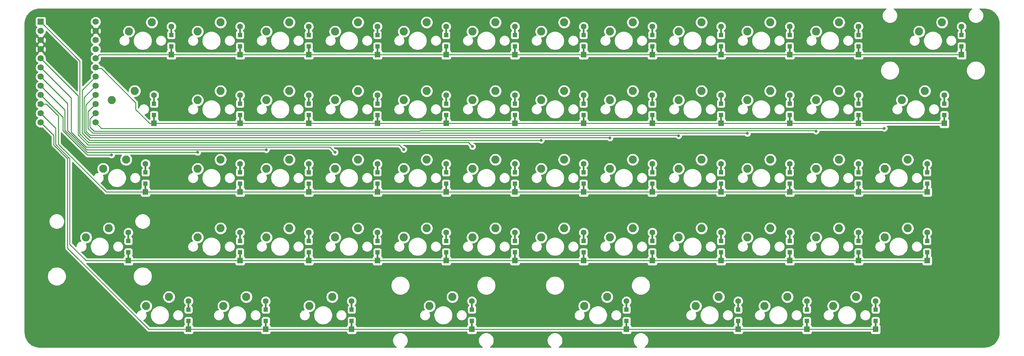
<source format=gbr>
G04 #@! TF.GenerationSoftware,KiCad,Pcbnew,5.1.9-73d0e3b20d~88~ubuntu18.04.1*
G04 #@! TF.CreationDate,2021-02-07T21:55:21-06:00*
G04 #@! TF.ProjectId,keyboard,6b657962-6f61-4726-942e-6b696361645f,rev?*
G04 #@! TF.SameCoordinates,Original*
G04 #@! TF.FileFunction,Copper,L2,Bot*
G04 #@! TF.FilePolarity,Positive*
%FSLAX46Y46*%
G04 Gerber Fmt 4.6, Leading zero omitted, Abs format (unit mm)*
G04 Created by KiCad (PCBNEW 5.1.9-73d0e3b20d~88~ubuntu18.04.1) date 2021-02-07 21:55:21*
%MOMM*%
%LPD*%
G01*
G04 APERTURE LIST*
G04 #@! TA.AperFunction,ComponentPad*
%ADD10C,2.250000*%
G04 #@! TD*
G04 #@! TA.AperFunction,ComponentPad*
%ADD11C,1.752600*%
G04 #@! TD*
G04 #@! TA.AperFunction,ComponentPad*
%ADD12R,1.752600X1.752600*%
G04 #@! TD*
G04 #@! TA.AperFunction,SMDPad,CuDef*
%ADD13R,0.500000X2.500000*%
G04 #@! TD*
G04 #@! TA.AperFunction,ComponentPad*
%ADD14C,1.600000*%
G04 #@! TD*
G04 #@! TA.AperFunction,ComponentPad*
%ADD15R,1.600000X1.600000*%
G04 #@! TD*
G04 #@! TA.AperFunction,SMDPad,CuDef*
%ADD16R,1.200000X1.200000*%
G04 #@! TD*
G04 #@! TA.AperFunction,ViaPad*
%ADD17C,0.800000*%
G04 #@! TD*
G04 #@! TA.AperFunction,Conductor*
%ADD18C,0.250000*%
G04 #@! TD*
G04 #@! TA.AperFunction,Conductor*
%ADD19C,0.254000*%
G04 #@! TD*
G04 #@! TA.AperFunction,Conductor*
%ADD20C,0.100000*%
G04 #@! TD*
G04 APERTURE END LIST*
D10*
X220821250Y-123507500D03*
X214471250Y-126047500D03*
X177958750Y-123507500D03*
X171608750Y-126047500D03*
X82708750Y-104457500D03*
X76358750Y-106997500D03*
X151765000Y-85407500D03*
X145415000Y-87947500D03*
D11*
X79057500Y-47148750D03*
X63817500Y-75088750D03*
X79057500Y-49688750D03*
X79057500Y-52228750D03*
X79057500Y-54768750D03*
X79057500Y-57308750D03*
X79057500Y-59848750D03*
X79057500Y-62388750D03*
X79057500Y-64928750D03*
X79057500Y-67468750D03*
X79057500Y-70008750D03*
X79057500Y-72548750D03*
X79057500Y-75088750D03*
X63817500Y-72548750D03*
X63817500Y-70008750D03*
X63817500Y-67468750D03*
X63817500Y-64928750D03*
X63817500Y-62388750D03*
X63817500Y-59848750D03*
X63817500Y-57308750D03*
X63817500Y-54768750D03*
X63817500Y-52228750D03*
X63817500Y-49688750D03*
D12*
X63817500Y-47148750D03*
D10*
X113665000Y-104457500D03*
X107315000Y-106997500D03*
X266065000Y-66357500D03*
X259715000Y-68897500D03*
X132715000Y-104457500D03*
X126365000Y-106997500D03*
X132715000Y-66357500D03*
X126365000Y-68897500D03*
X170815000Y-104457500D03*
X164465000Y-106997500D03*
X247015000Y-66357500D03*
X240665000Y-68897500D03*
X89852500Y-66357500D03*
X83502500Y-68897500D03*
X170815000Y-85407500D03*
X164465000Y-87947500D03*
X120808750Y-123507500D03*
X114458750Y-126047500D03*
X285115000Y-104457500D03*
X278765000Y-106997500D03*
X285115000Y-66357500D03*
X278765000Y-68897500D03*
X132715000Y-85407500D03*
X126365000Y-87947500D03*
X304165000Y-85407500D03*
X297815000Y-87947500D03*
X113665000Y-66357500D03*
X107315000Y-68897500D03*
X170815000Y-66357500D03*
X164465000Y-68897500D03*
X289877500Y-123507500D03*
X283527500Y-126047500D03*
X285115000Y-85407500D03*
X278765000Y-87947500D03*
X227965000Y-85407500D03*
X221615000Y-87947500D03*
X251777500Y-123507500D03*
X245427500Y-126047500D03*
X227965000Y-104457500D03*
X221615000Y-106997500D03*
X227965000Y-66357500D03*
X221615000Y-68897500D03*
X208915000Y-104457500D03*
X202565000Y-106997500D03*
X208915000Y-66357500D03*
X202565000Y-68897500D03*
X266065000Y-85407500D03*
X259715000Y-87947500D03*
X208915000Y-85407500D03*
X202565000Y-87947500D03*
X189865000Y-66357500D03*
X183515000Y-68897500D03*
X151765000Y-66357500D03*
X145415000Y-68897500D03*
X94615000Y-47307500D03*
X88265000Y-49847500D03*
X270827500Y-123507500D03*
X264477500Y-126047500D03*
X247015000Y-85407500D03*
X240665000Y-87947500D03*
X266065000Y-104457500D03*
X259715000Y-106997500D03*
X189865000Y-85407500D03*
X183515000Y-87947500D03*
X87471250Y-85407500D03*
X81121250Y-87947500D03*
X247015000Y-104457500D03*
X240665000Y-106997500D03*
X99377500Y-123507500D03*
X93027500Y-126047500D03*
X151765000Y-104457500D03*
X145415000Y-106997500D03*
X308927500Y-66357500D03*
X302577500Y-68897500D03*
X313690000Y-47307500D03*
X307340000Y-49847500D03*
X189865000Y-104457500D03*
X183515000Y-106997500D03*
X144621250Y-123507500D03*
X138271250Y-126047500D03*
X113665000Y-85407500D03*
X107315000Y-87947500D03*
X304165000Y-104457500D03*
X297815000Y-106997500D03*
X266065000Y-47307500D03*
X259715000Y-49847500D03*
X247015000Y-47307500D03*
X240665000Y-49847500D03*
X227965000Y-47307500D03*
X221615000Y-49847500D03*
X208915000Y-47307500D03*
X202565000Y-49847500D03*
X189865000Y-47307500D03*
X183515000Y-49847500D03*
X170815000Y-47307500D03*
X164465000Y-49847500D03*
X151765000Y-47307500D03*
X145415000Y-49847500D03*
X132715000Y-47307500D03*
X126365000Y-49847500D03*
X113665000Y-47307500D03*
X107315000Y-49847500D03*
X285115000Y-47307500D03*
X278765000Y-49847500D03*
D13*
X119062500Y-106837500D03*
X119062500Y-112237500D03*
D14*
X119062500Y-105637500D03*
D15*
X119062500Y-113437500D03*
D16*
X119062500Y-111112500D03*
X119062500Y-107962500D03*
D13*
X271462500Y-68737500D03*
X271462500Y-74137500D03*
D14*
X271462500Y-67537500D03*
D15*
X271462500Y-75337500D03*
D16*
X271462500Y-73012500D03*
X271462500Y-69862500D03*
D13*
X138112500Y-106837500D03*
X138112500Y-112237500D03*
D14*
X138112500Y-105637500D03*
D15*
X138112500Y-113437500D03*
D16*
X138112500Y-111112500D03*
X138112500Y-107962500D03*
D13*
X138112500Y-68750000D03*
X138112500Y-74150000D03*
D14*
X138112500Y-67550000D03*
D15*
X138112500Y-75350000D03*
D16*
X138112500Y-73025000D03*
X138112500Y-69875000D03*
D13*
X176212500Y-106837500D03*
X176212500Y-112237500D03*
D14*
X176212500Y-105637500D03*
D15*
X176212500Y-113437500D03*
D16*
X176212500Y-111112500D03*
X176212500Y-107962500D03*
D13*
X252412500Y-68737500D03*
X252412500Y-74137500D03*
D14*
X252412500Y-67537500D03*
D15*
X252412500Y-75337500D03*
D16*
X252412500Y-73012500D03*
X252412500Y-69862500D03*
D13*
X95250000Y-68737500D03*
X95250000Y-74137500D03*
D14*
X95250000Y-67537500D03*
D15*
X95250000Y-75337500D03*
D16*
X95250000Y-73012500D03*
X95250000Y-69862500D03*
D13*
X176212500Y-87787500D03*
X176212500Y-93187500D03*
D14*
X176212500Y-86587500D03*
D15*
X176212500Y-94387500D03*
D16*
X176212500Y-92062500D03*
X176212500Y-88912500D03*
D13*
X126206250Y-125887500D03*
X126206250Y-131287500D03*
D14*
X126206250Y-124687500D03*
D15*
X126206250Y-132487500D03*
D16*
X126206250Y-130162500D03*
X126206250Y-127012500D03*
D13*
X183356250Y-125887500D03*
X183356250Y-131287500D03*
D14*
X183356250Y-124687500D03*
D15*
X183356250Y-132487500D03*
D16*
X183356250Y-130162500D03*
X183356250Y-127012500D03*
D13*
X226218750Y-125900000D03*
X226218750Y-131300000D03*
D14*
X226218750Y-124700000D03*
D15*
X226218750Y-132500000D03*
D16*
X226218750Y-130175000D03*
X226218750Y-127025000D03*
D13*
X290512500Y-106850000D03*
X290512500Y-112250000D03*
D14*
X290512500Y-105650000D03*
D15*
X290512500Y-113450000D03*
D16*
X290512500Y-111125000D03*
X290512500Y-107975000D03*
D13*
X88106250Y-106837500D03*
X88106250Y-112237500D03*
D14*
X88106250Y-105637500D03*
D15*
X88106250Y-113437500D03*
D16*
X88106250Y-111112500D03*
X88106250Y-107962500D03*
D13*
X290512500Y-68737500D03*
X290512500Y-74137500D03*
D14*
X290512500Y-67537500D03*
D15*
X290512500Y-75337500D03*
D16*
X290512500Y-73012500D03*
X290512500Y-69862500D03*
D13*
X157162500Y-87800000D03*
X157162500Y-93200000D03*
D14*
X157162500Y-86600000D03*
D15*
X157162500Y-94400000D03*
D16*
X157162500Y-92075000D03*
X157162500Y-88925000D03*
D13*
X138112500Y-87787500D03*
X138112500Y-93187500D03*
D14*
X138112500Y-86587500D03*
D15*
X138112500Y-94387500D03*
D16*
X138112500Y-92062500D03*
X138112500Y-88912500D03*
D13*
X309562500Y-87787500D03*
X309562500Y-93187500D03*
D14*
X309562500Y-86587500D03*
D15*
X309562500Y-94387500D03*
D16*
X309562500Y-92062500D03*
X309562500Y-88912500D03*
D13*
X119062500Y-68737500D03*
X119062500Y-74137500D03*
D14*
X119062500Y-67537500D03*
D15*
X119062500Y-75337500D03*
D16*
X119062500Y-73012500D03*
X119062500Y-69862500D03*
D13*
X176212500Y-68750000D03*
X176212500Y-74150000D03*
D14*
X176212500Y-67550000D03*
D15*
X176212500Y-75350000D03*
D16*
X176212500Y-73025000D03*
X176212500Y-69875000D03*
D13*
X295275000Y-125887500D03*
X295275000Y-131287500D03*
D14*
X295275000Y-124687500D03*
D15*
X295275000Y-132487500D03*
D16*
X295275000Y-130162500D03*
X295275000Y-127012500D03*
D13*
X290512500Y-87787500D03*
X290512500Y-93187500D03*
D14*
X290512500Y-86587500D03*
D15*
X290512500Y-94387500D03*
D16*
X290512500Y-92062500D03*
X290512500Y-88912500D03*
D13*
X233362500Y-87787500D03*
X233362500Y-93187500D03*
D14*
X233362500Y-86587500D03*
D15*
X233362500Y-94387500D03*
D16*
X233362500Y-92062500D03*
X233362500Y-88912500D03*
D13*
X257175000Y-125887500D03*
X257175000Y-131287500D03*
D14*
X257175000Y-124687500D03*
D15*
X257175000Y-132487500D03*
D16*
X257175000Y-130162500D03*
X257175000Y-127012500D03*
D13*
X233362500Y-106837500D03*
X233362500Y-112237500D03*
D14*
X233362500Y-105637500D03*
D15*
X233362500Y-113437500D03*
D16*
X233362500Y-111112500D03*
X233362500Y-107962500D03*
D13*
X233362500Y-68737500D03*
X233362500Y-74137500D03*
D14*
X233362500Y-67537500D03*
D15*
X233362500Y-75337500D03*
D16*
X233362500Y-73012500D03*
X233362500Y-69862500D03*
D13*
X214312500Y-106837500D03*
X214312500Y-112237500D03*
D14*
X214312500Y-105637500D03*
D15*
X214312500Y-113437500D03*
D16*
X214312500Y-111112500D03*
X214312500Y-107962500D03*
D13*
X214312500Y-68750000D03*
X214312500Y-74150000D03*
D14*
X214312500Y-67550000D03*
D15*
X214312500Y-75350000D03*
D16*
X214312500Y-73025000D03*
X214312500Y-69875000D03*
D13*
X271462500Y-87787500D03*
X271462500Y-93187500D03*
D14*
X271462500Y-86587500D03*
D15*
X271462500Y-94387500D03*
D16*
X271462500Y-92062500D03*
X271462500Y-88912500D03*
D13*
X214312500Y-87787500D03*
X214312500Y-93187500D03*
D14*
X214312500Y-86587500D03*
D15*
X214312500Y-94387500D03*
D16*
X214312500Y-92062500D03*
X214312500Y-88912500D03*
D13*
X195262500Y-68737500D03*
X195262500Y-74137500D03*
D14*
X195262500Y-67537500D03*
D15*
X195262500Y-75337500D03*
D16*
X195262500Y-73012500D03*
X195262500Y-69862500D03*
D13*
X157162500Y-68737500D03*
X157162500Y-74137500D03*
D14*
X157162500Y-67537500D03*
D15*
X157162500Y-75337500D03*
D16*
X157162500Y-73012500D03*
X157162500Y-69862500D03*
D13*
X100012500Y-49675000D03*
X100012500Y-55075000D03*
D14*
X100012500Y-48475000D03*
D15*
X100012500Y-56275000D03*
D16*
X100012500Y-53950000D03*
X100012500Y-50800000D03*
D13*
X276225000Y-125887500D03*
X276225000Y-131287500D03*
D14*
X276225000Y-124687500D03*
D15*
X276225000Y-132487500D03*
D16*
X276225000Y-130162500D03*
X276225000Y-127012500D03*
D13*
X252412500Y-87787500D03*
X252412500Y-93187500D03*
D14*
X252412500Y-86587500D03*
D15*
X252412500Y-94387500D03*
D16*
X252412500Y-92062500D03*
X252412500Y-88912500D03*
D13*
X271462500Y-106837500D03*
X271462500Y-112237500D03*
D14*
X271462500Y-105637500D03*
D15*
X271462500Y-113437500D03*
D16*
X271462500Y-111112500D03*
X271462500Y-107962500D03*
D13*
X195262500Y-87800000D03*
X195262500Y-93200000D03*
D14*
X195262500Y-86600000D03*
D15*
X195262500Y-94400000D03*
D16*
X195262500Y-92075000D03*
X195262500Y-88925000D03*
D13*
X92868750Y-87787500D03*
X92868750Y-93187500D03*
D14*
X92868750Y-86587500D03*
D15*
X92868750Y-94387500D03*
D16*
X92868750Y-92062500D03*
X92868750Y-88912500D03*
D13*
X252412500Y-106837500D03*
X252412500Y-112237500D03*
D14*
X252412500Y-105637500D03*
D15*
X252412500Y-113437500D03*
D16*
X252412500Y-111112500D03*
X252412500Y-107962500D03*
D13*
X104775000Y-125887500D03*
X104775000Y-131287500D03*
D14*
X104775000Y-124687500D03*
D15*
X104775000Y-132487500D03*
D16*
X104775000Y-130162500D03*
X104775000Y-127012500D03*
D13*
X157162500Y-106837500D03*
X157162500Y-112237500D03*
D14*
X157162500Y-105637500D03*
D15*
X157162500Y-113437500D03*
D16*
X157162500Y-111112500D03*
X157162500Y-107962500D03*
D13*
X314325000Y-68737500D03*
X314325000Y-74137500D03*
D14*
X314325000Y-67537500D03*
D15*
X314325000Y-75337500D03*
D16*
X314325000Y-73012500D03*
X314325000Y-69862500D03*
D13*
X319087500Y-49687500D03*
X319087500Y-55087500D03*
D14*
X319087500Y-48487500D03*
D15*
X319087500Y-56287500D03*
D16*
X319087500Y-53962500D03*
X319087500Y-50812500D03*
D13*
X195262500Y-106837500D03*
X195262500Y-112237500D03*
D14*
X195262500Y-105637500D03*
D15*
X195262500Y-113437500D03*
D16*
X195262500Y-111112500D03*
X195262500Y-107962500D03*
D13*
X150018750Y-125887500D03*
X150018750Y-131287500D03*
D14*
X150018750Y-124687500D03*
D15*
X150018750Y-132487500D03*
D16*
X150018750Y-130162500D03*
X150018750Y-127012500D03*
D13*
X119062500Y-87787500D03*
X119062500Y-93187500D03*
D14*
X119062500Y-86587500D03*
D15*
X119062500Y-94387500D03*
D16*
X119062500Y-92062500D03*
X119062500Y-88912500D03*
D13*
X309562500Y-106837500D03*
X309562500Y-112237500D03*
D14*
X309562500Y-105637500D03*
D15*
X309562500Y-113437500D03*
D16*
X309562500Y-111112500D03*
X309562500Y-107962500D03*
D13*
X271462500Y-49687500D03*
X271462500Y-55087500D03*
D14*
X271462500Y-48487500D03*
D15*
X271462500Y-56287500D03*
D16*
X271462500Y-53962500D03*
X271462500Y-50812500D03*
D13*
X252412500Y-49687500D03*
X252412500Y-55087500D03*
D14*
X252412500Y-48487500D03*
D15*
X252412500Y-56287500D03*
D16*
X252412500Y-53962500D03*
X252412500Y-50812500D03*
D13*
X233362500Y-49687500D03*
X233362500Y-55087500D03*
D14*
X233362500Y-48487500D03*
D15*
X233362500Y-56287500D03*
D16*
X233362500Y-53962500D03*
X233362500Y-50812500D03*
D13*
X214312500Y-49687500D03*
X214312500Y-55087500D03*
D14*
X214312500Y-48487500D03*
D15*
X214312500Y-56287500D03*
D16*
X214312500Y-53962500D03*
X214312500Y-50812500D03*
D13*
X195262500Y-49687500D03*
X195262500Y-55087500D03*
D14*
X195262500Y-48487500D03*
D15*
X195262500Y-56287500D03*
D16*
X195262500Y-53962500D03*
X195262500Y-50812500D03*
D13*
X176212500Y-49687500D03*
X176212500Y-55087500D03*
D14*
X176212500Y-48487500D03*
D15*
X176212500Y-56287500D03*
D16*
X176212500Y-53962500D03*
X176212500Y-50812500D03*
D13*
X157162500Y-49687500D03*
X157162500Y-55087500D03*
D14*
X157162500Y-48487500D03*
D15*
X157162500Y-56287500D03*
D16*
X157162500Y-53962500D03*
X157162500Y-50812500D03*
D13*
X138112500Y-49687500D03*
X138112500Y-55087500D03*
D14*
X138112500Y-48487500D03*
D15*
X138112500Y-56287500D03*
D16*
X138112500Y-53962500D03*
X138112500Y-50812500D03*
D13*
X119062500Y-49687500D03*
X119062500Y-55087500D03*
D14*
X119062500Y-48487500D03*
D15*
X119062500Y-56287500D03*
D16*
X119062500Y-53962500D03*
X119062500Y-50812500D03*
D13*
X290512500Y-49687500D03*
X290512500Y-55087500D03*
D14*
X290512500Y-48487500D03*
D15*
X290512500Y-56287500D03*
D16*
X290512500Y-53962500D03*
X290512500Y-50812500D03*
D17*
X278765000Y-77470000D03*
X107315000Y-83365000D03*
X126365000Y-82640000D03*
X145415000Y-83343750D03*
X164465000Y-82550000D03*
X183515000Y-81756250D03*
X202565000Y-80010000D03*
X221615000Y-79375000D03*
X240665000Y-78740000D03*
X259715000Y-78105000D03*
X297688000Y-76708000D03*
X83439000Y-84090000D03*
D18*
X119050000Y-56275000D02*
X119062500Y-56287500D01*
X100012500Y-56275000D02*
X119050000Y-56275000D01*
X119062500Y-56287500D02*
X176212500Y-56287500D01*
X176212500Y-56287500D02*
X271462500Y-56287500D01*
X271462500Y-56287500D02*
X319087500Y-56287500D01*
X88106250Y-113437500D02*
X309562500Y-113437500D01*
X92868750Y-94387500D02*
X309562500Y-94387500D01*
X104775000Y-132487500D02*
X295275000Y-132487500D01*
X95250000Y-75337500D02*
X157162500Y-75337500D01*
X157162500Y-75337500D02*
X252412500Y-75337500D01*
X252412500Y-75337500D02*
X314325000Y-75337500D01*
X107315000Y-83365000D02*
X89990000Y-83365000D01*
X78835250Y-57308750D02*
X79057500Y-57308750D01*
X80091250Y-56275000D02*
X79057500Y-57308750D01*
X100012500Y-56275000D02*
X80091250Y-56275000D01*
X76410978Y-113437500D02*
X71882000Y-108908522D01*
X88106250Y-113437500D02*
X76410978Y-113437500D01*
X71882000Y-108908522D02*
X71882000Y-85090000D01*
X71882000Y-85090000D02*
X67945000Y-81153000D01*
X67945000Y-76676250D02*
X63817500Y-72548750D01*
X67945000Y-81153000D02*
X67945000Y-76676250D01*
X81975248Y-94387500D02*
X68707000Y-81119252D01*
X92868750Y-94387500D02*
X81975248Y-94387500D01*
X65436750Y-70008750D02*
X63817500Y-70008750D01*
X68707000Y-73279000D02*
X65436750Y-70008750D01*
X68707000Y-81119252D02*
X68707000Y-73279000D01*
X104775000Y-132487500D02*
X93752500Y-132487500D01*
X71247000Y-85091410D02*
X67437000Y-81281410D01*
X93752500Y-132487500D02*
X71247000Y-109982000D01*
X71247000Y-109982000D02*
X71247000Y-85091410D01*
X67437000Y-78708250D02*
X63817500Y-75088750D01*
X67437000Y-81281410D02*
X67437000Y-78708250D01*
X94006500Y-75337500D02*
X90170000Y-71501000D01*
X95250000Y-75337500D02*
X94006500Y-75337500D01*
X81197748Y-60623748D02*
X90170000Y-69596000D01*
X90170000Y-71501000D02*
X90170000Y-69596000D01*
X81292998Y-60718998D02*
X80645000Y-60071000D01*
X79279750Y-60071000D02*
X79057500Y-59848750D01*
X80645000Y-60071000D02*
X79279750Y-60071000D01*
X77470000Y-76327000D02*
X77470000Y-74136250D01*
X78613000Y-77470000D02*
X77470000Y-76327000D01*
X168911410Y-77470000D02*
X78613000Y-77470000D01*
X169001411Y-77379999D02*
X168911410Y-77470000D01*
X278674999Y-77379999D02*
X169001411Y-77379999D01*
X77470000Y-74136250D02*
X79057500Y-72548750D01*
X278765000Y-77470000D02*
X278674999Y-77379999D01*
X76631180Y-83365000D02*
X77142000Y-83365000D01*
X70485000Y-77218820D02*
X76631180Y-83365000D01*
X70485000Y-76962000D02*
X70485000Y-77218820D01*
X89990000Y-83365000D02*
X77142000Y-83365000D01*
X70485000Y-71596250D02*
X70485000Y-71755000D01*
X70485000Y-76962000D02*
X70485000Y-71755000D01*
X63817500Y-64928750D02*
X70485000Y-71596250D01*
X77126000Y-82640000D02*
X126365000Y-82640000D01*
X76542590Y-82640000D02*
X77126000Y-82640000D01*
X71247000Y-77344410D02*
X76542590Y-82640000D01*
X71247000Y-69818250D02*
X71247000Y-72771000D01*
X63817500Y-62388750D02*
X71247000Y-69818250D01*
X71247000Y-72771000D02*
X71247000Y-77344410D01*
X72263000Y-77724000D02*
X76454000Y-81915000D01*
X72263000Y-76200000D02*
X72263000Y-77724000D01*
X72263000Y-68294250D02*
X72263000Y-69850000D01*
X63817500Y-59848750D02*
X72263000Y-68294250D01*
X72263000Y-69850000D02*
X72263000Y-76200000D01*
X143986250Y-81915000D02*
X145415000Y-83343750D01*
X143510000Y-81915000D02*
X143986250Y-81915000D01*
X76454000Y-81915000D02*
X143510000Y-81915000D01*
X74225990Y-67717240D02*
X63817500Y-57308750D01*
X74225990Y-78543990D02*
X74225990Y-67717240D01*
X76962000Y-81280000D02*
X74225990Y-78543990D01*
X163195000Y-81280000D02*
X164465000Y-82550000D01*
X163195000Y-81280000D02*
X76962000Y-81280000D01*
X74676000Y-58007250D02*
X63817500Y-47148750D01*
X74676000Y-78232000D02*
X74676000Y-58007250D01*
X77089000Y-80645000D02*
X74676000Y-78232000D01*
X182403750Y-80645000D02*
X183515000Y-81756250D01*
X182245000Y-80645000D02*
X77089000Y-80645000D01*
X182245000Y-80645000D02*
X182403750Y-80645000D01*
X75311000Y-66135250D02*
X79057500Y-62388750D01*
X75311000Y-77851000D02*
X75311000Y-66135250D01*
X77343000Y-80010000D02*
X77724000Y-80010000D01*
X202565000Y-80010000D02*
X77724000Y-80010000D01*
X75311000Y-77978000D02*
X75311000Y-77851000D01*
X75311000Y-77978000D02*
X77343000Y-80010000D01*
X221524999Y-79284999D02*
X221615000Y-79375000D01*
X77433001Y-79284999D02*
X221524999Y-79284999D01*
X75819000Y-68167250D02*
X75819000Y-77598410D01*
X79057500Y-64928750D02*
X75819000Y-68167250D01*
X77433001Y-79212411D02*
X75819000Y-77598410D01*
X240574999Y-78649999D02*
X240665000Y-78740000D01*
X77506999Y-78649999D02*
X240574999Y-78649999D01*
X76327000Y-77470000D02*
X77506999Y-78649999D01*
X76327000Y-70199250D02*
X76327000Y-77470000D01*
X79057500Y-67468750D02*
X76327000Y-70199250D01*
X76962000Y-72104250D02*
X79057500Y-70008750D01*
X259715000Y-78105000D02*
X259624999Y-78014999D01*
X259624999Y-78014999D02*
X78268999Y-78014999D01*
X78268999Y-78014999D02*
X76962000Y-76708000D01*
X76962000Y-76708000D02*
X76962000Y-76073000D01*
X76962000Y-76581000D02*
X76962000Y-76073000D01*
X76962000Y-76073000D02*
X76962000Y-72104250D01*
X78994000Y-75152250D02*
X79057500Y-75088750D01*
X80676750Y-76708000D02*
X80772000Y-76708000D01*
X79057500Y-75088750D02*
X80676750Y-76708000D01*
X297688000Y-76708000D02*
X80772000Y-76708000D01*
X77232000Y-84090000D02*
X83439000Y-84090000D01*
X76719770Y-84090000D02*
X77232000Y-84090000D01*
X69993000Y-77363230D02*
X76719770Y-84090000D01*
X69993000Y-73644250D02*
X69993000Y-73771000D01*
X63817500Y-67468750D02*
X69993000Y-73644250D01*
X69993000Y-73771000D02*
X69993000Y-77363230D01*
D19*
X297867468Y-43725496D02*
X297566746Y-44026218D01*
X297330469Y-44379830D01*
X297167720Y-44772743D01*
X297084750Y-45189857D01*
X297084750Y-45615143D01*
X297167720Y-46032257D01*
X297330469Y-46425170D01*
X297566746Y-46778782D01*
X297867468Y-47079504D01*
X298221080Y-47315781D01*
X298613993Y-47478530D01*
X299031107Y-47561500D01*
X299456393Y-47561500D01*
X299873507Y-47478530D01*
X300266420Y-47315781D01*
X300538241Y-47134155D01*
X311930000Y-47134155D01*
X311930000Y-47480845D01*
X311997636Y-47820873D01*
X312130308Y-48141173D01*
X312322919Y-48429435D01*
X312568065Y-48674581D01*
X312856327Y-48867192D01*
X313176627Y-48999864D01*
X313516655Y-49067500D01*
X313863345Y-49067500D01*
X314203373Y-48999864D01*
X314523673Y-48867192D01*
X314811935Y-48674581D01*
X315057081Y-48429435D01*
X315112720Y-48346165D01*
X317652500Y-48346165D01*
X317652500Y-48628835D01*
X317707647Y-48906074D01*
X317815820Y-49167227D01*
X317972863Y-49402259D01*
X318172741Y-49602137D01*
X318199428Y-49619969D01*
X318199428Y-49646459D01*
X318133006Y-49681963D01*
X318036315Y-49761315D01*
X317956963Y-49858006D01*
X317897998Y-49968320D01*
X317861688Y-50088018D01*
X317849428Y-50212500D01*
X317849428Y-51412500D01*
X317861688Y-51536982D01*
X317897998Y-51656680D01*
X317956963Y-51766994D01*
X318036315Y-51863685D01*
X318133006Y-51943037D01*
X318243320Y-52002002D01*
X318363018Y-52038312D01*
X318487500Y-52050572D01*
X319687500Y-52050572D01*
X319811982Y-52038312D01*
X319931680Y-52002002D01*
X320041994Y-51943037D01*
X320138685Y-51863685D01*
X320218037Y-51766994D01*
X320277002Y-51656680D01*
X320313312Y-51536982D01*
X320325572Y-51412500D01*
X320325572Y-50212500D01*
X320313312Y-50088018D01*
X320277002Y-49968320D01*
X320218037Y-49858006D01*
X320138685Y-49761315D01*
X320041994Y-49681963D01*
X319975572Y-49646459D01*
X319975572Y-49619969D01*
X320002259Y-49602137D01*
X320202137Y-49402259D01*
X320359180Y-49167227D01*
X320467353Y-48906074D01*
X320522500Y-48628835D01*
X320522500Y-48346165D01*
X320467353Y-48068926D01*
X320359180Y-47807773D01*
X320202137Y-47572741D01*
X320002259Y-47372863D01*
X319767227Y-47215820D01*
X319506074Y-47107647D01*
X319228835Y-47052500D01*
X318946165Y-47052500D01*
X318668926Y-47107647D01*
X318407773Y-47215820D01*
X318172741Y-47372863D01*
X317972863Y-47572741D01*
X317815820Y-47807773D01*
X317707647Y-48068926D01*
X317652500Y-48346165D01*
X315112720Y-48346165D01*
X315249692Y-48141173D01*
X315382364Y-47820873D01*
X315450000Y-47480845D01*
X315450000Y-47134155D01*
X315382364Y-46794127D01*
X315249692Y-46473827D01*
X315057081Y-46185565D01*
X314811935Y-45940419D01*
X314523673Y-45747808D01*
X314203373Y-45615136D01*
X313863345Y-45547500D01*
X313516655Y-45547500D01*
X313176627Y-45615136D01*
X312856327Y-45747808D01*
X312568065Y-45940419D01*
X312322919Y-46185565D01*
X312130308Y-46473827D01*
X311997636Y-46794127D01*
X311930000Y-47134155D01*
X300538241Y-47134155D01*
X300620032Y-47079504D01*
X300920754Y-46778782D01*
X301157031Y-46425170D01*
X301319780Y-46032257D01*
X301402750Y-45615143D01*
X301402750Y-45189857D01*
X301319780Y-44772743D01*
X301157031Y-44379830D01*
X300920754Y-44026218D01*
X300620032Y-43725496D01*
X300353643Y-43547500D01*
X321946357Y-43547500D01*
X321679968Y-43725496D01*
X321379246Y-44026218D01*
X321142969Y-44379830D01*
X320980220Y-44772743D01*
X320897250Y-45189857D01*
X320897250Y-45615143D01*
X320980220Y-46032257D01*
X321142969Y-46425170D01*
X321379246Y-46778782D01*
X321679968Y-47079504D01*
X322033580Y-47315781D01*
X322426493Y-47478530D01*
X322843607Y-47561500D01*
X323268893Y-47561500D01*
X323686007Y-47478530D01*
X324078920Y-47315781D01*
X324432532Y-47079504D01*
X324733254Y-46778782D01*
X324969531Y-46425170D01*
X325132280Y-46032257D01*
X325215250Y-45615143D01*
X325215250Y-45189857D01*
X325132280Y-44772743D01*
X324969531Y-44379830D01*
X324733254Y-44026218D01*
X324432532Y-43725496D01*
X324166143Y-43547500D01*
X325406098Y-43547500D01*
X326180038Y-43618616D01*
X326897709Y-43821019D01*
X327566481Y-44150821D01*
X328163950Y-44596972D01*
X328670109Y-45144534D01*
X329068008Y-45775164D01*
X329344320Y-46467747D01*
X329492436Y-47212371D01*
X329515000Y-47642931D01*
X329515001Y-133318587D01*
X329443884Y-134092538D01*
X329241481Y-134810209D01*
X328911679Y-135478981D01*
X328465528Y-136076450D01*
X327917967Y-136582609D01*
X327287338Y-136980507D01*
X326594753Y-137256821D01*
X325850130Y-137404936D01*
X325419568Y-137427500D01*
X231297393Y-137427500D01*
X231563782Y-137249504D01*
X231864504Y-136948782D01*
X232100781Y-136595170D01*
X232263530Y-136202257D01*
X232346500Y-135785143D01*
X232346500Y-135359857D01*
X232263530Y-134942743D01*
X232100781Y-134549830D01*
X231864504Y-134196218D01*
X231563782Y-133895496D01*
X231210170Y-133659219D01*
X230817257Y-133496470D01*
X230400143Y-133413500D01*
X229974857Y-133413500D01*
X229557743Y-133496470D01*
X229164830Y-133659219D01*
X228811218Y-133895496D01*
X228510496Y-134196218D01*
X228274219Y-134549830D01*
X228111470Y-134942743D01*
X228028500Y-135359857D01*
X228028500Y-135785143D01*
X228111470Y-136202257D01*
X228274219Y-136595170D01*
X228510496Y-136948782D01*
X228811218Y-137249504D01*
X229077607Y-137427500D01*
X207484893Y-137427500D01*
X207751282Y-137249504D01*
X208052004Y-136948782D01*
X208288281Y-136595170D01*
X208451030Y-136202257D01*
X208534000Y-135785143D01*
X208534000Y-135359857D01*
X208451030Y-134942743D01*
X208288281Y-134549830D01*
X208052004Y-134196218D01*
X207751282Y-133895496D01*
X207397670Y-133659219D01*
X207004757Y-133496470D01*
X206587643Y-133413500D01*
X206162357Y-133413500D01*
X205745243Y-133496470D01*
X205352330Y-133659219D01*
X204998718Y-133895496D01*
X204697996Y-134196218D01*
X204461719Y-134549830D01*
X204298970Y-134942743D01*
X204216000Y-135359857D01*
X204216000Y-135785143D01*
X204298970Y-136202257D01*
X204461719Y-136595170D01*
X204697996Y-136948782D01*
X204998718Y-137249504D01*
X205265107Y-137427500D01*
X188434893Y-137427500D01*
X188701282Y-137249504D01*
X189002004Y-136948782D01*
X189238281Y-136595170D01*
X189401030Y-136202257D01*
X189484000Y-135785143D01*
X189484000Y-135359857D01*
X189401030Y-134942743D01*
X189238281Y-134549830D01*
X189002004Y-134196218D01*
X188701282Y-133895496D01*
X188347670Y-133659219D01*
X187954757Y-133496470D01*
X187537643Y-133413500D01*
X187112357Y-133413500D01*
X186695243Y-133496470D01*
X186302330Y-133659219D01*
X185948718Y-133895496D01*
X185647996Y-134196218D01*
X185411719Y-134549830D01*
X185248970Y-134942743D01*
X185166000Y-135359857D01*
X185166000Y-135785143D01*
X185248970Y-136202257D01*
X185411719Y-136595170D01*
X185647996Y-136948782D01*
X185948718Y-137249504D01*
X186215107Y-137427500D01*
X164622393Y-137427500D01*
X164888782Y-137249504D01*
X165189504Y-136948782D01*
X165425781Y-136595170D01*
X165588530Y-136202257D01*
X165671500Y-135785143D01*
X165671500Y-135359857D01*
X165588530Y-134942743D01*
X165425781Y-134549830D01*
X165189504Y-134196218D01*
X164888782Y-133895496D01*
X164535170Y-133659219D01*
X164142257Y-133496470D01*
X163725143Y-133413500D01*
X163299857Y-133413500D01*
X162882743Y-133496470D01*
X162489830Y-133659219D01*
X162136218Y-133895496D01*
X161835496Y-134196218D01*
X161599219Y-134549830D01*
X161436470Y-134942743D01*
X161353500Y-135359857D01*
X161353500Y-135785143D01*
X161436470Y-136202257D01*
X161599219Y-136595170D01*
X161835496Y-136948782D01*
X162136218Y-137249504D01*
X162402607Y-137427500D01*
X63531402Y-137427500D01*
X62757462Y-137356384D01*
X62039791Y-137153981D01*
X61371019Y-136824179D01*
X60773550Y-136378028D01*
X60267391Y-135830467D01*
X59869493Y-135199838D01*
X59593179Y-134507253D01*
X59445064Y-133762630D01*
X59422500Y-133332068D01*
X59422500Y-117533576D01*
X65633600Y-117533576D01*
X65633600Y-118051424D01*
X65734627Y-118559322D01*
X65932799Y-119037751D01*
X66220500Y-119468326D01*
X66586674Y-119834500D01*
X67017249Y-120122201D01*
X67495678Y-120320373D01*
X68003576Y-120421400D01*
X68521424Y-120421400D01*
X69029322Y-120320373D01*
X69507751Y-120122201D01*
X69938326Y-119834500D01*
X70304500Y-119468326D01*
X70592201Y-119037751D01*
X70790373Y-118559322D01*
X70891400Y-118051424D01*
X70891400Y-117533576D01*
X70790373Y-117025678D01*
X70592201Y-116547249D01*
X70304500Y-116116674D01*
X69938326Y-115750500D01*
X69507751Y-115462799D01*
X69029322Y-115264627D01*
X68521424Y-115163600D01*
X68003576Y-115163600D01*
X67495678Y-115264627D01*
X67017249Y-115462799D01*
X66586674Y-115750500D01*
X66220500Y-116116674D01*
X65932799Y-116547249D01*
X65734627Y-117025678D01*
X65633600Y-117533576D01*
X59422500Y-117533576D01*
X59422500Y-102339857D01*
X66103500Y-102339857D01*
X66103500Y-102765143D01*
X66186470Y-103182257D01*
X66349219Y-103575170D01*
X66585496Y-103928782D01*
X66886218Y-104229504D01*
X67239830Y-104465781D01*
X67632743Y-104628530D01*
X68049857Y-104711500D01*
X68475143Y-104711500D01*
X68892257Y-104628530D01*
X69285170Y-104465781D01*
X69638782Y-104229504D01*
X69939504Y-103928782D01*
X70175781Y-103575170D01*
X70338530Y-103182257D01*
X70421500Y-102765143D01*
X70421500Y-102339857D01*
X70338530Y-101922743D01*
X70175781Y-101529830D01*
X69939504Y-101176218D01*
X69638782Y-100875496D01*
X69285170Y-100639219D01*
X68892257Y-100476470D01*
X68475143Y-100393500D01*
X68049857Y-100393500D01*
X67632743Y-100476470D01*
X67239830Y-100639219D01*
X66886218Y-100875496D01*
X66585496Y-101176218D01*
X66349219Y-101529830D01*
X66186470Y-101922743D01*
X66103500Y-102339857D01*
X59422500Y-102339857D01*
X59422500Y-54836241D01*
X62300387Y-54836241D01*
X62342704Y-55130917D01*
X62441698Y-55411677D01*
X62518571Y-55555496D01*
X62770331Y-55636313D01*
X63637895Y-54768750D01*
X63997105Y-54768750D01*
X64864669Y-55636313D01*
X65116429Y-55555496D01*
X65244957Y-55286971D01*
X65318629Y-54998531D01*
X65334613Y-54701259D01*
X65292296Y-54406583D01*
X65193302Y-54125823D01*
X65116429Y-53982004D01*
X64864669Y-53901187D01*
X63997105Y-54768750D01*
X63637895Y-54768750D01*
X62770331Y-53901187D01*
X62518571Y-53982004D01*
X62390043Y-54250529D01*
X62316371Y-54538969D01*
X62300387Y-54836241D01*
X59422500Y-54836241D01*
X59422500Y-53275919D01*
X62949937Y-53275919D01*
X63021468Y-53498750D01*
X62949937Y-53721581D01*
X63817500Y-54589145D01*
X64685063Y-53721581D01*
X64613532Y-53498750D01*
X64685063Y-53275919D01*
X63817500Y-52408355D01*
X62949937Y-53275919D01*
X59422500Y-53275919D01*
X59422500Y-52296241D01*
X62300387Y-52296241D01*
X62342704Y-52590917D01*
X62441698Y-52871677D01*
X62518571Y-53015496D01*
X62770331Y-53096313D01*
X63637895Y-52228750D01*
X63997105Y-52228750D01*
X64864669Y-53096313D01*
X65116429Y-53015496D01*
X65244957Y-52746971D01*
X65318629Y-52458531D01*
X65334613Y-52161259D01*
X65292296Y-51866583D01*
X65193302Y-51585823D01*
X65116429Y-51442004D01*
X64864669Y-51361187D01*
X63997105Y-52228750D01*
X63637895Y-52228750D01*
X62770331Y-51361187D01*
X62518571Y-51442004D01*
X62390043Y-51710529D01*
X62316371Y-51998969D01*
X62300387Y-52296241D01*
X59422500Y-52296241D01*
X59422500Y-47656402D01*
X59493616Y-46882462D01*
X59665656Y-46272450D01*
X62303128Y-46272450D01*
X62303128Y-48025050D01*
X62315388Y-48149532D01*
X62351698Y-48269230D01*
X62410663Y-48379544D01*
X62490015Y-48476235D01*
X62586706Y-48555587D01*
X62697020Y-48614552D01*
X62741042Y-48627906D01*
X62643596Y-48725352D01*
X62478203Y-48972881D01*
X62364278Y-49247920D01*
X62306200Y-49539900D01*
X62306200Y-49837600D01*
X62364278Y-50129580D01*
X62478203Y-50404619D01*
X62643596Y-50652148D01*
X62854102Y-50862654D01*
X63017309Y-50971705D01*
X62949937Y-51181581D01*
X63817500Y-52049145D01*
X64685063Y-51181581D01*
X64617691Y-50971705D01*
X64780898Y-50862654D01*
X64991404Y-50652148D01*
X65156797Y-50404619D01*
X65270722Y-50129580D01*
X65328800Y-49837600D01*
X65328800Y-49734851D01*
X73916001Y-58322053D01*
X73916001Y-66332449D01*
X65281076Y-57697525D01*
X65328800Y-57457600D01*
X65328800Y-57159900D01*
X65270722Y-56867920D01*
X65156797Y-56592881D01*
X64991404Y-56345352D01*
X64780898Y-56134846D01*
X64617691Y-56025795D01*
X64685063Y-55815919D01*
X63817500Y-54948355D01*
X62949937Y-55815919D01*
X63017309Y-56025795D01*
X62854102Y-56134846D01*
X62643596Y-56345352D01*
X62478203Y-56592881D01*
X62364278Y-56867920D01*
X62306200Y-57159900D01*
X62306200Y-57457600D01*
X62364278Y-57749580D01*
X62478203Y-58024619D01*
X62643596Y-58272148D01*
X62854102Y-58482654D01*
X62997920Y-58578750D01*
X62854102Y-58674846D01*
X62643596Y-58885352D01*
X62478203Y-59132881D01*
X62364278Y-59407920D01*
X62306200Y-59699900D01*
X62306200Y-59997600D01*
X62364278Y-60289580D01*
X62478203Y-60564619D01*
X62643596Y-60812148D01*
X62854102Y-61022654D01*
X62997920Y-61118750D01*
X62854102Y-61214846D01*
X62643596Y-61425352D01*
X62478203Y-61672881D01*
X62364278Y-61947920D01*
X62306200Y-62239900D01*
X62306200Y-62537600D01*
X62364278Y-62829580D01*
X62478203Y-63104619D01*
X62643596Y-63352148D01*
X62854102Y-63562654D01*
X62997920Y-63658750D01*
X62854102Y-63754846D01*
X62643596Y-63965352D01*
X62478203Y-64212881D01*
X62364278Y-64487920D01*
X62306200Y-64779900D01*
X62306200Y-65077600D01*
X62364278Y-65369580D01*
X62478203Y-65644619D01*
X62643596Y-65892148D01*
X62854102Y-66102654D01*
X62997920Y-66198750D01*
X62854102Y-66294846D01*
X62643596Y-66505352D01*
X62478203Y-66752881D01*
X62364278Y-67027920D01*
X62306200Y-67319900D01*
X62306200Y-67617600D01*
X62364278Y-67909580D01*
X62478203Y-68184619D01*
X62643596Y-68432148D01*
X62854102Y-68642654D01*
X62997920Y-68738750D01*
X62854102Y-68834846D01*
X62643596Y-69045352D01*
X62478203Y-69292881D01*
X62364278Y-69567920D01*
X62306200Y-69859900D01*
X62306200Y-70157600D01*
X62364278Y-70449580D01*
X62478203Y-70724619D01*
X62643596Y-70972148D01*
X62854102Y-71182654D01*
X62997920Y-71278750D01*
X62854102Y-71374846D01*
X62643596Y-71585352D01*
X62478203Y-71832881D01*
X62364278Y-72107920D01*
X62306200Y-72399900D01*
X62306200Y-72697600D01*
X62364278Y-72989580D01*
X62478203Y-73264619D01*
X62643596Y-73512148D01*
X62854102Y-73722654D01*
X62997920Y-73818750D01*
X62854102Y-73914846D01*
X62643596Y-74125352D01*
X62478203Y-74372881D01*
X62364278Y-74647920D01*
X62306200Y-74939900D01*
X62306200Y-75237600D01*
X62364278Y-75529580D01*
X62478203Y-75804619D01*
X62643596Y-76052148D01*
X62854102Y-76262654D01*
X63101631Y-76428047D01*
X63376670Y-76541972D01*
X63668650Y-76600050D01*
X63966350Y-76600050D01*
X64206275Y-76552326D01*
X66677001Y-79023053D01*
X66677000Y-81244087D01*
X66673324Y-81281410D01*
X66677000Y-81318732D01*
X66677000Y-81318742D01*
X66687997Y-81430395D01*
X66722315Y-81543527D01*
X66731454Y-81573656D01*
X66802026Y-81705686D01*
X66835163Y-81746063D01*
X66896999Y-81821411D01*
X66926003Y-81845214D01*
X70487001Y-85406213D01*
X70487000Y-109944678D01*
X70483324Y-109982000D01*
X70487000Y-110019322D01*
X70487000Y-110019332D01*
X70497997Y-110130985D01*
X70534934Y-110252753D01*
X70541454Y-110274246D01*
X70612026Y-110406276D01*
X70651871Y-110454826D01*
X70706999Y-110522001D01*
X70736003Y-110545804D01*
X93188701Y-132998503D01*
X93212499Y-133027501D01*
X93328224Y-133122474D01*
X93460253Y-133193046D01*
X93603514Y-133236503D01*
X93715167Y-133247500D01*
X93715176Y-133247500D01*
X93752499Y-133251176D01*
X93789822Y-133247500D01*
X103336928Y-133247500D01*
X103336928Y-133287500D01*
X103349188Y-133411982D01*
X103385498Y-133531680D01*
X103444463Y-133641994D01*
X103523815Y-133738685D01*
X103620506Y-133818037D01*
X103730820Y-133877002D01*
X103850518Y-133913312D01*
X103975000Y-133925572D01*
X105575000Y-133925572D01*
X105699482Y-133913312D01*
X105819180Y-133877002D01*
X105929494Y-133818037D01*
X106026185Y-133738685D01*
X106105537Y-133641994D01*
X106164502Y-133531680D01*
X106200812Y-133411982D01*
X106213072Y-133287500D01*
X106213072Y-133247500D01*
X124768178Y-133247500D01*
X124768178Y-133287500D01*
X124780438Y-133411982D01*
X124816748Y-133531680D01*
X124875713Y-133641994D01*
X124955065Y-133738685D01*
X125051756Y-133818037D01*
X125162070Y-133877002D01*
X125281768Y-133913312D01*
X125406250Y-133925572D01*
X127006250Y-133925572D01*
X127130732Y-133913312D01*
X127250430Y-133877002D01*
X127360744Y-133818037D01*
X127457435Y-133738685D01*
X127536787Y-133641994D01*
X127595752Y-133531680D01*
X127632062Y-133411982D01*
X127644322Y-133287500D01*
X127644322Y-133247500D01*
X148580678Y-133247500D01*
X148580678Y-133287500D01*
X148592938Y-133411982D01*
X148629248Y-133531680D01*
X148688213Y-133641994D01*
X148767565Y-133738685D01*
X148864256Y-133818037D01*
X148974570Y-133877002D01*
X149094268Y-133913312D01*
X149218750Y-133925572D01*
X150818750Y-133925572D01*
X150943232Y-133913312D01*
X151062930Y-133877002D01*
X151173244Y-133818037D01*
X151269935Y-133738685D01*
X151349287Y-133641994D01*
X151408252Y-133531680D01*
X151444562Y-133411982D01*
X151456822Y-133287500D01*
X151456822Y-133247500D01*
X181918178Y-133247500D01*
X181918178Y-133287500D01*
X181930438Y-133411982D01*
X181966748Y-133531680D01*
X182025713Y-133641994D01*
X182105065Y-133738685D01*
X182201756Y-133818037D01*
X182312070Y-133877002D01*
X182431768Y-133913312D01*
X182556250Y-133925572D01*
X184156250Y-133925572D01*
X184280732Y-133913312D01*
X184400430Y-133877002D01*
X184510744Y-133818037D01*
X184607435Y-133738685D01*
X184686787Y-133641994D01*
X184745752Y-133531680D01*
X184782062Y-133411982D01*
X184794322Y-133287500D01*
X184794322Y-133247500D01*
X224780678Y-133247500D01*
X224780678Y-133300000D01*
X224792938Y-133424482D01*
X224829248Y-133544180D01*
X224888213Y-133654494D01*
X224967565Y-133751185D01*
X225064256Y-133830537D01*
X225174570Y-133889502D01*
X225294268Y-133925812D01*
X225418750Y-133938072D01*
X227018750Y-133938072D01*
X227143232Y-133925812D01*
X227262930Y-133889502D01*
X227373244Y-133830537D01*
X227469935Y-133751185D01*
X227549287Y-133654494D01*
X227608252Y-133544180D01*
X227644562Y-133424482D01*
X227656822Y-133300000D01*
X227656822Y-133247500D01*
X255736928Y-133247500D01*
X255736928Y-133287500D01*
X255749188Y-133411982D01*
X255785498Y-133531680D01*
X255844463Y-133641994D01*
X255923815Y-133738685D01*
X256020506Y-133818037D01*
X256130820Y-133877002D01*
X256250518Y-133913312D01*
X256375000Y-133925572D01*
X257975000Y-133925572D01*
X258099482Y-133913312D01*
X258219180Y-133877002D01*
X258329494Y-133818037D01*
X258426185Y-133738685D01*
X258505537Y-133641994D01*
X258564502Y-133531680D01*
X258600812Y-133411982D01*
X258613072Y-133287500D01*
X258613072Y-133247500D01*
X274786928Y-133247500D01*
X274786928Y-133287500D01*
X274799188Y-133411982D01*
X274835498Y-133531680D01*
X274894463Y-133641994D01*
X274973815Y-133738685D01*
X275070506Y-133818037D01*
X275180820Y-133877002D01*
X275300518Y-133913312D01*
X275425000Y-133925572D01*
X277025000Y-133925572D01*
X277149482Y-133913312D01*
X277269180Y-133877002D01*
X277379494Y-133818037D01*
X277476185Y-133738685D01*
X277555537Y-133641994D01*
X277614502Y-133531680D01*
X277650812Y-133411982D01*
X277663072Y-133287500D01*
X277663072Y-133247500D01*
X293836928Y-133247500D01*
X293836928Y-133287500D01*
X293849188Y-133411982D01*
X293885498Y-133531680D01*
X293944463Y-133641994D01*
X294023815Y-133738685D01*
X294120506Y-133818037D01*
X294230820Y-133877002D01*
X294350518Y-133913312D01*
X294475000Y-133925572D01*
X296075000Y-133925572D01*
X296199482Y-133913312D01*
X296319180Y-133877002D01*
X296429494Y-133818037D01*
X296526185Y-133738685D01*
X296605537Y-133641994D01*
X296664502Y-133531680D01*
X296700812Y-133411982D01*
X296713072Y-133287500D01*
X296713072Y-131687500D01*
X296700812Y-131563018D01*
X296664502Y-131443320D01*
X296605537Y-131333006D01*
X296526185Y-131236315D01*
X296429494Y-131156963D01*
X296390042Y-131135875D01*
X296405537Y-131116994D01*
X296464502Y-131006680D01*
X296500812Y-130886982D01*
X296513072Y-130762500D01*
X296513072Y-129562500D01*
X296500812Y-129438018D01*
X296464502Y-129318320D01*
X296405537Y-129208006D01*
X296326185Y-129111315D01*
X296229494Y-129031963D01*
X296119180Y-128972998D01*
X295999482Y-128936688D01*
X295875000Y-128924428D01*
X294675000Y-128924428D01*
X294550518Y-128936688D01*
X294430820Y-128972998D01*
X294320506Y-129031963D01*
X294223815Y-129111315D01*
X294144463Y-129208006D01*
X294085498Y-129318320D01*
X294049188Y-129438018D01*
X294036928Y-129562500D01*
X294036928Y-130762500D01*
X294049188Y-130886982D01*
X294085498Y-131006680D01*
X294144463Y-131116994D01*
X294159958Y-131135875D01*
X294120506Y-131156963D01*
X294023815Y-131236315D01*
X293944463Y-131333006D01*
X293885498Y-131443320D01*
X293849188Y-131563018D01*
X293836928Y-131687500D01*
X293836928Y-131727500D01*
X277663072Y-131727500D01*
X277663072Y-131687500D01*
X277650812Y-131563018D01*
X277614502Y-131443320D01*
X277555537Y-131333006D01*
X277476185Y-131236315D01*
X277379494Y-131156963D01*
X277340042Y-131135875D01*
X277355537Y-131116994D01*
X277414502Y-131006680D01*
X277450812Y-130886982D01*
X277463072Y-130762500D01*
X277463072Y-129562500D01*
X277450812Y-129438018D01*
X277414502Y-129318320D01*
X277355537Y-129208006D01*
X277276185Y-129111315D01*
X277179494Y-129031963D01*
X277069180Y-128972998D01*
X276949482Y-128936688D01*
X276825000Y-128924428D01*
X275625000Y-128924428D01*
X275500518Y-128936688D01*
X275380820Y-128972998D01*
X275270506Y-129031963D01*
X275173815Y-129111315D01*
X275094463Y-129208006D01*
X275035498Y-129318320D01*
X274999188Y-129438018D01*
X274986928Y-129562500D01*
X274986928Y-130762500D01*
X274999188Y-130886982D01*
X275035498Y-131006680D01*
X275094463Y-131116994D01*
X275109958Y-131135875D01*
X275070506Y-131156963D01*
X274973815Y-131236315D01*
X274894463Y-131333006D01*
X274835498Y-131443320D01*
X274799188Y-131563018D01*
X274786928Y-131687500D01*
X274786928Y-131727500D01*
X258613072Y-131727500D01*
X258613072Y-131687500D01*
X258600812Y-131563018D01*
X258564502Y-131443320D01*
X258505537Y-131333006D01*
X258426185Y-131236315D01*
X258329494Y-131156963D01*
X258290042Y-131135875D01*
X258305537Y-131116994D01*
X258364502Y-131006680D01*
X258400812Y-130886982D01*
X258413072Y-130762500D01*
X258413072Y-129562500D01*
X258400812Y-129438018D01*
X258364502Y-129318320D01*
X258305537Y-129208006D01*
X258226185Y-129111315D01*
X258129494Y-129031963D01*
X258019180Y-128972998D01*
X257899482Y-128936688D01*
X257775000Y-128924428D01*
X256575000Y-128924428D01*
X256450518Y-128936688D01*
X256330820Y-128972998D01*
X256220506Y-129031963D01*
X256123815Y-129111315D01*
X256044463Y-129208006D01*
X255985498Y-129318320D01*
X255949188Y-129438018D01*
X255936928Y-129562500D01*
X255936928Y-130762500D01*
X255949188Y-130886982D01*
X255985498Y-131006680D01*
X256044463Y-131116994D01*
X256059958Y-131135875D01*
X256020506Y-131156963D01*
X255923815Y-131236315D01*
X255844463Y-131333006D01*
X255785498Y-131443320D01*
X255749188Y-131563018D01*
X255736928Y-131687500D01*
X255736928Y-131727500D01*
X227656822Y-131727500D01*
X227656822Y-131700000D01*
X227644562Y-131575518D01*
X227608252Y-131455820D01*
X227549287Y-131345506D01*
X227469935Y-131248815D01*
X227373244Y-131169463D01*
X227333792Y-131148375D01*
X227349287Y-131129494D01*
X227408252Y-131019180D01*
X227444562Y-130899482D01*
X227456822Y-130775000D01*
X227456822Y-129575000D01*
X227444562Y-129450518D01*
X227408252Y-129330820D01*
X227349287Y-129220506D01*
X227269935Y-129123815D01*
X227173244Y-129044463D01*
X227062930Y-128985498D01*
X226943232Y-128949188D01*
X226818750Y-128936928D01*
X225618750Y-128936928D01*
X225494268Y-128949188D01*
X225374570Y-128985498D01*
X225264256Y-129044463D01*
X225167565Y-129123815D01*
X225088213Y-129220506D01*
X225029248Y-129330820D01*
X224992938Y-129450518D01*
X224980678Y-129575000D01*
X224980678Y-130775000D01*
X224992938Y-130899482D01*
X225029248Y-131019180D01*
X225088213Y-131129494D01*
X225103708Y-131148375D01*
X225064256Y-131169463D01*
X224967565Y-131248815D01*
X224888213Y-131345506D01*
X224829248Y-131455820D01*
X224792938Y-131575518D01*
X224780678Y-131700000D01*
X224780678Y-131727500D01*
X184794322Y-131727500D01*
X184794322Y-131687500D01*
X184782062Y-131563018D01*
X184745752Y-131443320D01*
X184686787Y-131333006D01*
X184607435Y-131236315D01*
X184510744Y-131156963D01*
X184471292Y-131135875D01*
X184486787Y-131116994D01*
X184545752Y-131006680D01*
X184582062Y-130886982D01*
X184594322Y-130762500D01*
X184594322Y-129562500D01*
X184582062Y-129438018D01*
X184545752Y-129318320D01*
X184486787Y-129208006D01*
X184407435Y-129111315D01*
X184310744Y-129031963D01*
X184200430Y-128972998D01*
X184080732Y-128936688D01*
X183956250Y-128924428D01*
X182756250Y-128924428D01*
X182631768Y-128936688D01*
X182512070Y-128972998D01*
X182401756Y-129031963D01*
X182305065Y-129111315D01*
X182225713Y-129208006D01*
X182166748Y-129318320D01*
X182130438Y-129438018D01*
X182118178Y-129562500D01*
X182118178Y-130762500D01*
X182130438Y-130886982D01*
X182166748Y-131006680D01*
X182225713Y-131116994D01*
X182241208Y-131135875D01*
X182201756Y-131156963D01*
X182105065Y-131236315D01*
X182025713Y-131333006D01*
X181966748Y-131443320D01*
X181930438Y-131563018D01*
X181918178Y-131687500D01*
X181918178Y-131727500D01*
X151456822Y-131727500D01*
X151456822Y-131687500D01*
X151444562Y-131563018D01*
X151408252Y-131443320D01*
X151349287Y-131333006D01*
X151269935Y-131236315D01*
X151173244Y-131156963D01*
X151133792Y-131135875D01*
X151149287Y-131116994D01*
X151208252Y-131006680D01*
X151244562Y-130886982D01*
X151256822Y-130762500D01*
X151256822Y-129562500D01*
X151244562Y-129438018D01*
X151208252Y-129318320D01*
X151149287Y-129208006D01*
X151069935Y-129111315D01*
X150973244Y-129031963D01*
X150862930Y-128972998D01*
X150743232Y-128936688D01*
X150618750Y-128924428D01*
X149418750Y-128924428D01*
X149294268Y-128936688D01*
X149174570Y-128972998D01*
X149064256Y-129031963D01*
X148967565Y-129111315D01*
X148888213Y-129208006D01*
X148829248Y-129318320D01*
X148792938Y-129438018D01*
X148780678Y-129562500D01*
X148780678Y-130762500D01*
X148792938Y-130886982D01*
X148829248Y-131006680D01*
X148888213Y-131116994D01*
X148903708Y-131135875D01*
X148864256Y-131156963D01*
X148767565Y-131236315D01*
X148688213Y-131333006D01*
X148629248Y-131443320D01*
X148592938Y-131563018D01*
X148580678Y-131687500D01*
X148580678Y-131727500D01*
X127644322Y-131727500D01*
X127644322Y-131687500D01*
X127632062Y-131563018D01*
X127595752Y-131443320D01*
X127536787Y-131333006D01*
X127457435Y-131236315D01*
X127360744Y-131156963D01*
X127321292Y-131135875D01*
X127336787Y-131116994D01*
X127395752Y-131006680D01*
X127432062Y-130886982D01*
X127444322Y-130762500D01*
X127444322Y-129562500D01*
X127432062Y-129438018D01*
X127395752Y-129318320D01*
X127336787Y-129208006D01*
X127257435Y-129111315D01*
X127160744Y-129031963D01*
X127050430Y-128972998D01*
X126930732Y-128936688D01*
X126806250Y-128924428D01*
X125606250Y-128924428D01*
X125481768Y-128936688D01*
X125362070Y-128972998D01*
X125251756Y-129031963D01*
X125155065Y-129111315D01*
X125075713Y-129208006D01*
X125016748Y-129318320D01*
X124980438Y-129438018D01*
X124968178Y-129562500D01*
X124968178Y-130762500D01*
X124980438Y-130886982D01*
X125016748Y-131006680D01*
X125075713Y-131116994D01*
X125091208Y-131135875D01*
X125051756Y-131156963D01*
X124955065Y-131236315D01*
X124875713Y-131333006D01*
X124816748Y-131443320D01*
X124780438Y-131563018D01*
X124768178Y-131687500D01*
X124768178Y-131727500D01*
X106213072Y-131727500D01*
X106213072Y-131687500D01*
X106200812Y-131563018D01*
X106164502Y-131443320D01*
X106105537Y-131333006D01*
X106026185Y-131236315D01*
X105929494Y-131156963D01*
X105890042Y-131135875D01*
X105905537Y-131116994D01*
X105964502Y-131006680D01*
X106000812Y-130886982D01*
X106013072Y-130762500D01*
X106013072Y-129562500D01*
X106000812Y-129438018D01*
X105964502Y-129318320D01*
X105905537Y-129208006D01*
X105826185Y-129111315D01*
X105729494Y-129031963D01*
X105619180Y-128972998D01*
X105499482Y-128936688D01*
X105375000Y-128924428D01*
X104175000Y-128924428D01*
X104050518Y-128936688D01*
X103930820Y-128972998D01*
X103820506Y-129031963D01*
X103723815Y-129111315D01*
X103644463Y-129208006D01*
X103585498Y-129318320D01*
X103549188Y-129438018D01*
X103536928Y-129562500D01*
X103536928Y-130762500D01*
X103549188Y-130886982D01*
X103585498Y-131006680D01*
X103644463Y-131116994D01*
X103659958Y-131135875D01*
X103620506Y-131156963D01*
X103523815Y-131236315D01*
X103444463Y-131333006D01*
X103385498Y-131443320D01*
X103349188Y-131563018D01*
X103336928Y-131687500D01*
X103336928Y-131727500D01*
X94067302Y-131727500D01*
X92326165Y-129986363D01*
X92472753Y-129925644D01*
X92720069Y-129760393D01*
X92930393Y-129550069D01*
X93095644Y-129302753D01*
X93209471Y-129027951D01*
X93267500Y-128736222D01*
X93267500Y-128438778D01*
X93245580Y-128328576D01*
X94208600Y-128328576D01*
X94208600Y-128846424D01*
X94309627Y-129354322D01*
X94507799Y-129832751D01*
X94795500Y-130263326D01*
X95161674Y-130629500D01*
X95592249Y-130917201D01*
X96070678Y-131115373D01*
X96578576Y-131216400D01*
X97096424Y-131216400D01*
X97604322Y-131115373D01*
X98082751Y-130917201D01*
X98513326Y-130629500D01*
X98879500Y-130263326D01*
X99167201Y-129832751D01*
X99365373Y-129354322D01*
X99466400Y-128846424D01*
X99466400Y-128438778D01*
X100407500Y-128438778D01*
X100407500Y-128736222D01*
X100465529Y-129027951D01*
X100579356Y-129302753D01*
X100744607Y-129550069D01*
X100954931Y-129760393D01*
X101202247Y-129925644D01*
X101477049Y-130039471D01*
X101768778Y-130097500D01*
X102066222Y-130097500D01*
X102357951Y-130039471D01*
X102632753Y-129925644D01*
X102880069Y-129760393D01*
X103090393Y-129550069D01*
X103255644Y-129302753D01*
X103369471Y-129027951D01*
X103427500Y-128736222D01*
X103427500Y-128438778D01*
X111678750Y-128438778D01*
X111678750Y-128736222D01*
X111736779Y-129027951D01*
X111850606Y-129302753D01*
X112015857Y-129550069D01*
X112226181Y-129760393D01*
X112473497Y-129925644D01*
X112748299Y-130039471D01*
X113040028Y-130097500D01*
X113337472Y-130097500D01*
X113629201Y-130039471D01*
X113904003Y-129925644D01*
X114151319Y-129760393D01*
X114361643Y-129550069D01*
X114526894Y-129302753D01*
X114640721Y-129027951D01*
X114698750Y-128736222D01*
X114698750Y-128438778D01*
X114676830Y-128328576D01*
X115639850Y-128328576D01*
X115639850Y-128846424D01*
X115740877Y-129354322D01*
X115939049Y-129832751D01*
X116226750Y-130263326D01*
X116592924Y-130629500D01*
X117023499Y-130917201D01*
X117501928Y-131115373D01*
X118009826Y-131216400D01*
X118527674Y-131216400D01*
X119035572Y-131115373D01*
X119514001Y-130917201D01*
X119944576Y-130629500D01*
X120310750Y-130263326D01*
X120598451Y-129832751D01*
X120796623Y-129354322D01*
X120897650Y-128846424D01*
X120897650Y-128438778D01*
X121838750Y-128438778D01*
X121838750Y-128736222D01*
X121896779Y-129027951D01*
X122010606Y-129302753D01*
X122175857Y-129550069D01*
X122386181Y-129760393D01*
X122633497Y-129925644D01*
X122908299Y-130039471D01*
X123200028Y-130097500D01*
X123497472Y-130097500D01*
X123789201Y-130039471D01*
X124064003Y-129925644D01*
X124311319Y-129760393D01*
X124521643Y-129550069D01*
X124686894Y-129302753D01*
X124800721Y-129027951D01*
X124858750Y-128736222D01*
X124858750Y-128438778D01*
X135491250Y-128438778D01*
X135491250Y-128736222D01*
X135549279Y-129027951D01*
X135663106Y-129302753D01*
X135828357Y-129550069D01*
X136038681Y-129760393D01*
X136285997Y-129925644D01*
X136560799Y-130039471D01*
X136852528Y-130097500D01*
X137149972Y-130097500D01*
X137441701Y-130039471D01*
X137716503Y-129925644D01*
X137963819Y-129760393D01*
X138174143Y-129550069D01*
X138339394Y-129302753D01*
X138453221Y-129027951D01*
X138511250Y-128736222D01*
X138511250Y-128438778D01*
X138489330Y-128328576D01*
X139452350Y-128328576D01*
X139452350Y-128846424D01*
X139553377Y-129354322D01*
X139751549Y-129832751D01*
X140039250Y-130263326D01*
X140405424Y-130629500D01*
X140835999Y-130917201D01*
X141314428Y-131115373D01*
X141822326Y-131216400D01*
X142340174Y-131216400D01*
X142848072Y-131115373D01*
X143326501Y-130917201D01*
X143757076Y-130629500D01*
X144123250Y-130263326D01*
X144410951Y-129832751D01*
X144609123Y-129354322D01*
X144710150Y-128846424D01*
X144710150Y-128438778D01*
X145651250Y-128438778D01*
X145651250Y-128736222D01*
X145709279Y-129027951D01*
X145823106Y-129302753D01*
X145988357Y-129550069D01*
X146198681Y-129760393D01*
X146445997Y-129925644D01*
X146720799Y-130039471D01*
X147012528Y-130097500D01*
X147309972Y-130097500D01*
X147601701Y-130039471D01*
X147876503Y-129925644D01*
X148123819Y-129760393D01*
X148334143Y-129550069D01*
X148499394Y-129302753D01*
X148613221Y-129027951D01*
X148671250Y-128736222D01*
X148671250Y-128438778D01*
X168828750Y-128438778D01*
X168828750Y-128736222D01*
X168886779Y-129027951D01*
X169000606Y-129302753D01*
X169165857Y-129550069D01*
X169376181Y-129760393D01*
X169623497Y-129925644D01*
X169898299Y-130039471D01*
X170190028Y-130097500D01*
X170487472Y-130097500D01*
X170779201Y-130039471D01*
X171054003Y-129925644D01*
X171301319Y-129760393D01*
X171511643Y-129550069D01*
X171676894Y-129302753D01*
X171790721Y-129027951D01*
X171848750Y-128736222D01*
X171848750Y-128438778D01*
X171826830Y-128328576D01*
X172789850Y-128328576D01*
X172789850Y-128846424D01*
X172890877Y-129354322D01*
X173089049Y-129832751D01*
X173376750Y-130263326D01*
X173742924Y-130629500D01*
X174173499Y-130917201D01*
X174651928Y-131115373D01*
X175159826Y-131216400D01*
X175677674Y-131216400D01*
X176185572Y-131115373D01*
X176664001Y-130917201D01*
X177094576Y-130629500D01*
X177460750Y-130263326D01*
X177748451Y-129832751D01*
X177946623Y-129354322D01*
X178047650Y-128846424D01*
X178047650Y-128438778D01*
X178988750Y-128438778D01*
X178988750Y-128736222D01*
X179046779Y-129027951D01*
X179160606Y-129302753D01*
X179325857Y-129550069D01*
X179536181Y-129760393D01*
X179783497Y-129925644D01*
X180058299Y-130039471D01*
X180350028Y-130097500D01*
X180647472Y-130097500D01*
X180939201Y-130039471D01*
X181214003Y-129925644D01*
X181461319Y-129760393D01*
X181671643Y-129550069D01*
X181836894Y-129302753D01*
X181950721Y-129027951D01*
X182008750Y-128736222D01*
X182008750Y-128438778D01*
X211691250Y-128438778D01*
X211691250Y-128736222D01*
X211749279Y-129027951D01*
X211863106Y-129302753D01*
X212028357Y-129550069D01*
X212238681Y-129760393D01*
X212485997Y-129925644D01*
X212760799Y-130039471D01*
X213052528Y-130097500D01*
X213349972Y-130097500D01*
X213641701Y-130039471D01*
X213916503Y-129925644D01*
X214163819Y-129760393D01*
X214374143Y-129550069D01*
X214539394Y-129302753D01*
X214653221Y-129027951D01*
X214711250Y-128736222D01*
X214711250Y-128438778D01*
X214689330Y-128328576D01*
X215652350Y-128328576D01*
X215652350Y-128846424D01*
X215753377Y-129354322D01*
X215951549Y-129832751D01*
X216239250Y-130263326D01*
X216605424Y-130629500D01*
X217035999Y-130917201D01*
X217514428Y-131115373D01*
X218022326Y-131216400D01*
X218540174Y-131216400D01*
X219048072Y-131115373D01*
X219526501Y-130917201D01*
X219957076Y-130629500D01*
X220323250Y-130263326D01*
X220610951Y-129832751D01*
X220809123Y-129354322D01*
X220910150Y-128846424D01*
X220910150Y-128438778D01*
X221851250Y-128438778D01*
X221851250Y-128736222D01*
X221909279Y-129027951D01*
X222023106Y-129302753D01*
X222188357Y-129550069D01*
X222398681Y-129760393D01*
X222645997Y-129925644D01*
X222920799Y-130039471D01*
X223212528Y-130097500D01*
X223509972Y-130097500D01*
X223801701Y-130039471D01*
X224076503Y-129925644D01*
X224323819Y-129760393D01*
X224534143Y-129550069D01*
X224699394Y-129302753D01*
X224813221Y-129027951D01*
X224871250Y-128736222D01*
X224871250Y-128438778D01*
X242647500Y-128438778D01*
X242647500Y-128736222D01*
X242705529Y-129027951D01*
X242819356Y-129302753D01*
X242984607Y-129550069D01*
X243194931Y-129760393D01*
X243442247Y-129925644D01*
X243717049Y-130039471D01*
X244008778Y-130097500D01*
X244306222Y-130097500D01*
X244597951Y-130039471D01*
X244872753Y-129925644D01*
X245120069Y-129760393D01*
X245330393Y-129550069D01*
X245495644Y-129302753D01*
X245609471Y-129027951D01*
X245667500Y-128736222D01*
X245667500Y-128438778D01*
X245645580Y-128328576D01*
X246608600Y-128328576D01*
X246608600Y-128846424D01*
X246709627Y-129354322D01*
X246907799Y-129832751D01*
X247195500Y-130263326D01*
X247561674Y-130629500D01*
X247992249Y-130917201D01*
X248470678Y-131115373D01*
X248978576Y-131216400D01*
X249496424Y-131216400D01*
X250004322Y-131115373D01*
X250482751Y-130917201D01*
X250913326Y-130629500D01*
X251279500Y-130263326D01*
X251567201Y-129832751D01*
X251765373Y-129354322D01*
X251866400Y-128846424D01*
X251866400Y-128438778D01*
X252807500Y-128438778D01*
X252807500Y-128736222D01*
X252865529Y-129027951D01*
X252979356Y-129302753D01*
X253144607Y-129550069D01*
X253354931Y-129760393D01*
X253602247Y-129925644D01*
X253877049Y-130039471D01*
X254168778Y-130097500D01*
X254466222Y-130097500D01*
X254757951Y-130039471D01*
X255032753Y-129925644D01*
X255280069Y-129760393D01*
X255490393Y-129550069D01*
X255655644Y-129302753D01*
X255769471Y-129027951D01*
X255827500Y-128736222D01*
X255827500Y-128438778D01*
X261697500Y-128438778D01*
X261697500Y-128736222D01*
X261755529Y-129027951D01*
X261869356Y-129302753D01*
X262034607Y-129550069D01*
X262244931Y-129760393D01*
X262492247Y-129925644D01*
X262767049Y-130039471D01*
X263058778Y-130097500D01*
X263356222Y-130097500D01*
X263647951Y-130039471D01*
X263922753Y-129925644D01*
X264170069Y-129760393D01*
X264380393Y-129550069D01*
X264545644Y-129302753D01*
X264659471Y-129027951D01*
X264717500Y-128736222D01*
X264717500Y-128438778D01*
X264695580Y-128328576D01*
X265658600Y-128328576D01*
X265658600Y-128846424D01*
X265759627Y-129354322D01*
X265957799Y-129832751D01*
X266245500Y-130263326D01*
X266611674Y-130629500D01*
X267042249Y-130917201D01*
X267520678Y-131115373D01*
X268028576Y-131216400D01*
X268546424Y-131216400D01*
X269054322Y-131115373D01*
X269532751Y-130917201D01*
X269963326Y-130629500D01*
X270329500Y-130263326D01*
X270617201Y-129832751D01*
X270815373Y-129354322D01*
X270916400Y-128846424D01*
X270916400Y-128438778D01*
X271857500Y-128438778D01*
X271857500Y-128736222D01*
X271915529Y-129027951D01*
X272029356Y-129302753D01*
X272194607Y-129550069D01*
X272404931Y-129760393D01*
X272652247Y-129925644D01*
X272927049Y-130039471D01*
X273218778Y-130097500D01*
X273516222Y-130097500D01*
X273807951Y-130039471D01*
X274082753Y-129925644D01*
X274330069Y-129760393D01*
X274540393Y-129550069D01*
X274705644Y-129302753D01*
X274819471Y-129027951D01*
X274877500Y-128736222D01*
X274877500Y-128438778D01*
X280747500Y-128438778D01*
X280747500Y-128736222D01*
X280805529Y-129027951D01*
X280919356Y-129302753D01*
X281084607Y-129550069D01*
X281294931Y-129760393D01*
X281542247Y-129925644D01*
X281817049Y-130039471D01*
X282108778Y-130097500D01*
X282406222Y-130097500D01*
X282697951Y-130039471D01*
X282972753Y-129925644D01*
X283220069Y-129760393D01*
X283430393Y-129550069D01*
X283595644Y-129302753D01*
X283709471Y-129027951D01*
X283767500Y-128736222D01*
X283767500Y-128438778D01*
X283745580Y-128328576D01*
X284708600Y-128328576D01*
X284708600Y-128846424D01*
X284809627Y-129354322D01*
X285007799Y-129832751D01*
X285295500Y-130263326D01*
X285661674Y-130629500D01*
X286092249Y-130917201D01*
X286570678Y-131115373D01*
X287078576Y-131216400D01*
X287596424Y-131216400D01*
X288104322Y-131115373D01*
X288582751Y-130917201D01*
X289013326Y-130629500D01*
X289379500Y-130263326D01*
X289667201Y-129832751D01*
X289865373Y-129354322D01*
X289966400Y-128846424D01*
X289966400Y-128438778D01*
X290907500Y-128438778D01*
X290907500Y-128736222D01*
X290965529Y-129027951D01*
X291079356Y-129302753D01*
X291244607Y-129550069D01*
X291454931Y-129760393D01*
X291702247Y-129925644D01*
X291977049Y-130039471D01*
X292268778Y-130097500D01*
X292566222Y-130097500D01*
X292857951Y-130039471D01*
X293132753Y-129925644D01*
X293380069Y-129760393D01*
X293590393Y-129550069D01*
X293755644Y-129302753D01*
X293869471Y-129027951D01*
X293927500Y-128736222D01*
X293927500Y-128438778D01*
X293869471Y-128147049D01*
X293755644Y-127872247D01*
X293590393Y-127624931D01*
X293380069Y-127414607D01*
X293132753Y-127249356D01*
X292857951Y-127135529D01*
X292566222Y-127077500D01*
X292268778Y-127077500D01*
X291977049Y-127135529D01*
X291702247Y-127249356D01*
X291454931Y-127414607D01*
X291244607Y-127624931D01*
X291079356Y-127872247D01*
X290965529Y-128147049D01*
X290907500Y-128438778D01*
X289966400Y-128438778D01*
X289966400Y-128328576D01*
X289865373Y-127820678D01*
X289667201Y-127342249D01*
X289379500Y-126911674D01*
X289013326Y-126545500D01*
X288582751Y-126257799D01*
X288104322Y-126059627D01*
X287596424Y-125958600D01*
X287078576Y-125958600D01*
X286570678Y-126059627D01*
X286092249Y-126257799D01*
X285661674Y-126545500D01*
X285295500Y-126911674D01*
X285007799Y-127342249D01*
X284809627Y-127820678D01*
X284708600Y-128328576D01*
X283745580Y-128328576D01*
X283709471Y-128147049D01*
X283595644Y-127872247D01*
X283552382Y-127807500D01*
X283700845Y-127807500D01*
X284040873Y-127739864D01*
X284361173Y-127607192D01*
X284649435Y-127414581D01*
X284894581Y-127169435D01*
X285087192Y-126881173D01*
X285219864Y-126560873D01*
X285287500Y-126220845D01*
X285287500Y-125874155D01*
X285219864Y-125534127D01*
X285087192Y-125213827D01*
X284894581Y-124925565D01*
X284649435Y-124680419D01*
X284361173Y-124487808D01*
X284040873Y-124355136D01*
X283700845Y-124287500D01*
X283354155Y-124287500D01*
X283014127Y-124355136D01*
X282693827Y-124487808D01*
X282405565Y-124680419D01*
X282160419Y-124925565D01*
X281967808Y-125213827D01*
X281835136Y-125534127D01*
X281767500Y-125874155D01*
X281767500Y-126220845D01*
X281835136Y-126560873D01*
X281967808Y-126881173D01*
X282100138Y-127079219D01*
X281817049Y-127135529D01*
X281542247Y-127249356D01*
X281294931Y-127414607D01*
X281084607Y-127624931D01*
X280919356Y-127872247D01*
X280805529Y-128147049D01*
X280747500Y-128438778D01*
X274877500Y-128438778D01*
X274819471Y-128147049D01*
X274705644Y-127872247D01*
X274540393Y-127624931D01*
X274330069Y-127414607D01*
X274082753Y-127249356D01*
X273807951Y-127135529D01*
X273516222Y-127077500D01*
X273218778Y-127077500D01*
X272927049Y-127135529D01*
X272652247Y-127249356D01*
X272404931Y-127414607D01*
X272194607Y-127624931D01*
X272029356Y-127872247D01*
X271915529Y-128147049D01*
X271857500Y-128438778D01*
X270916400Y-128438778D01*
X270916400Y-128328576D01*
X270815373Y-127820678D01*
X270617201Y-127342249D01*
X270329500Y-126911674D01*
X269963326Y-126545500D01*
X269532751Y-126257799D01*
X269054322Y-126059627D01*
X268546424Y-125958600D01*
X268028576Y-125958600D01*
X267520678Y-126059627D01*
X267042249Y-126257799D01*
X266611674Y-126545500D01*
X266245500Y-126911674D01*
X265957799Y-127342249D01*
X265759627Y-127820678D01*
X265658600Y-128328576D01*
X264695580Y-128328576D01*
X264659471Y-128147049D01*
X264545644Y-127872247D01*
X264502382Y-127807500D01*
X264650845Y-127807500D01*
X264990873Y-127739864D01*
X265311173Y-127607192D01*
X265599435Y-127414581D01*
X265844581Y-127169435D01*
X266037192Y-126881173D01*
X266169864Y-126560873D01*
X266237500Y-126220845D01*
X266237500Y-125874155D01*
X266169864Y-125534127D01*
X266037192Y-125213827D01*
X265844581Y-124925565D01*
X265599435Y-124680419D01*
X265311173Y-124487808D01*
X264990873Y-124355136D01*
X264650845Y-124287500D01*
X264304155Y-124287500D01*
X263964127Y-124355136D01*
X263643827Y-124487808D01*
X263355565Y-124680419D01*
X263110419Y-124925565D01*
X262917808Y-125213827D01*
X262785136Y-125534127D01*
X262717500Y-125874155D01*
X262717500Y-126220845D01*
X262785136Y-126560873D01*
X262917808Y-126881173D01*
X263050138Y-127079219D01*
X262767049Y-127135529D01*
X262492247Y-127249356D01*
X262244931Y-127414607D01*
X262034607Y-127624931D01*
X261869356Y-127872247D01*
X261755529Y-128147049D01*
X261697500Y-128438778D01*
X255827500Y-128438778D01*
X255769471Y-128147049D01*
X255655644Y-127872247D01*
X255490393Y-127624931D01*
X255280069Y-127414607D01*
X255032753Y-127249356D01*
X254757951Y-127135529D01*
X254466222Y-127077500D01*
X254168778Y-127077500D01*
X253877049Y-127135529D01*
X253602247Y-127249356D01*
X253354931Y-127414607D01*
X253144607Y-127624931D01*
X252979356Y-127872247D01*
X252865529Y-128147049D01*
X252807500Y-128438778D01*
X251866400Y-128438778D01*
X251866400Y-128328576D01*
X251765373Y-127820678D01*
X251567201Y-127342249D01*
X251279500Y-126911674D01*
X250913326Y-126545500D01*
X250482751Y-126257799D01*
X250004322Y-126059627D01*
X249496424Y-125958600D01*
X248978576Y-125958600D01*
X248470678Y-126059627D01*
X247992249Y-126257799D01*
X247561674Y-126545500D01*
X247195500Y-126911674D01*
X246907799Y-127342249D01*
X246709627Y-127820678D01*
X246608600Y-128328576D01*
X245645580Y-128328576D01*
X245609471Y-128147049D01*
X245495644Y-127872247D01*
X245452382Y-127807500D01*
X245600845Y-127807500D01*
X245940873Y-127739864D01*
X246261173Y-127607192D01*
X246549435Y-127414581D01*
X246794581Y-127169435D01*
X246987192Y-126881173D01*
X247119864Y-126560873D01*
X247187500Y-126220845D01*
X247187500Y-125874155D01*
X247119864Y-125534127D01*
X246987192Y-125213827D01*
X246794581Y-124925565D01*
X246549435Y-124680419D01*
X246261173Y-124487808D01*
X245940873Y-124355136D01*
X245600845Y-124287500D01*
X245254155Y-124287500D01*
X244914127Y-124355136D01*
X244593827Y-124487808D01*
X244305565Y-124680419D01*
X244060419Y-124925565D01*
X243867808Y-125213827D01*
X243735136Y-125534127D01*
X243667500Y-125874155D01*
X243667500Y-126220845D01*
X243735136Y-126560873D01*
X243867808Y-126881173D01*
X244000138Y-127079219D01*
X243717049Y-127135529D01*
X243442247Y-127249356D01*
X243194931Y-127414607D01*
X242984607Y-127624931D01*
X242819356Y-127872247D01*
X242705529Y-128147049D01*
X242647500Y-128438778D01*
X224871250Y-128438778D01*
X224813221Y-128147049D01*
X224699394Y-127872247D01*
X224534143Y-127624931D01*
X224323819Y-127414607D01*
X224076503Y-127249356D01*
X223801701Y-127135529D01*
X223509972Y-127077500D01*
X223212528Y-127077500D01*
X222920799Y-127135529D01*
X222645997Y-127249356D01*
X222398681Y-127414607D01*
X222188357Y-127624931D01*
X222023106Y-127872247D01*
X221909279Y-128147049D01*
X221851250Y-128438778D01*
X220910150Y-128438778D01*
X220910150Y-128328576D01*
X220809123Y-127820678D01*
X220610951Y-127342249D01*
X220323250Y-126911674D01*
X219957076Y-126545500D01*
X219526501Y-126257799D01*
X219048072Y-126059627D01*
X218540174Y-125958600D01*
X218022326Y-125958600D01*
X217514428Y-126059627D01*
X217035999Y-126257799D01*
X216605424Y-126545500D01*
X216239250Y-126911674D01*
X215951549Y-127342249D01*
X215753377Y-127820678D01*
X215652350Y-128328576D01*
X214689330Y-128328576D01*
X214653221Y-128147049D01*
X214539394Y-127872247D01*
X214496132Y-127807500D01*
X214644595Y-127807500D01*
X214984623Y-127739864D01*
X215304923Y-127607192D01*
X215593185Y-127414581D01*
X215838331Y-127169435D01*
X216030942Y-126881173D01*
X216163614Y-126560873D01*
X216231250Y-126220845D01*
X216231250Y-125874155D01*
X216163614Y-125534127D01*
X216030942Y-125213827D01*
X215838331Y-124925565D01*
X215593185Y-124680419D01*
X215304923Y-124487808D01*
X214984623Y-124355136D01*
X214644595Y-124287500D01*
X214297905Y-124287500D01*
X213957877Y-124355136D01*
X213637577Y-124487808D01*
X213349315Y-124680419D01*
X213104169Y-124925565D01*
X212911558Y-125213827D01*
X212778886Y-125534127D01*
X212711250Y-125874155D01*
X212711250Y-126220845D01*
X212778886Y-126560873D01*
X212911558Y-126881173D01*
X213043888Y-127079219D01*
X212760799Y-127135529D01*
X212485997Y-127249356D01*
X212238681Y-127414607D01*
X212028357Y-127624931D01*
X211863106Y-127872247D01*
X211749279Y-128147049D01*
X211691250Y-128438778D01*
X182008750Y-128438778D01*
X181950721Y-128147049D01*
X181836894Y-127872247D01*
X181671643Y-127624931D01*
X181461319Y-127414607D01*
X181214003Y-127249356D01*
X180939201Y-127135529D01*
X180647472Y-127077500D01*
X180350028Y-127077500D01*
X180058299Y-127135529D01*
X179783497Y-127249356D01*
X179536181Y-127414607D01*
X179325857Y-127624931D01*
X179160606Y-127872247D01*
X179046779Y-128147049D01*
X178988750Y-128438778D01*
X178047650Y-128438778D01*
X178047650Y-128328576D01*
X177946623Y-127820678D01*
X177748451Y-127342249D01*
X177460750Y-126911674D01*
X177094576Y-126545500D01*
X176664001Y-126257799D01*
X176185572Y-126059627D01*
X175677674Y-125958600D01*
X175159826Y-125958600D01*
X174651928Y-126059627D01*
X174173499Y-126257799D01*
X173742924Y-126545500D01*
X173376750Y-126911674D01*
X173089049Y-127342249D01*
X172890877Y-127820678D01*
X172789850Y-128328576D01*
X171826830Y-128328576D01*
X171790721Y-128147049D01*
X171676894Y-127872247D01*
X171633632Y-127807500D01*
X171782095Y-127807500D01*
X172122123Y-127739864D01*
X172442423Y-127607192D01*
X172730685Y-127414581D01*
X172975831Y-127169435D01*
X173168442Y-126881173D01*
X173301114Y-126560873D01*
X173368750Y-126220845D01*
X173368750Y-125874155D01*
X173301114Y-125534127D01*
X173168442Y-125213827D01*
X172975831Y-124925565D01*
X172730685Y-124680419D01*
X172442423Y-124487808D01*
X172122123Y-124355136D01*
X171782095Y-124287500D01*
X171435405Y-124287500D01*
X171095377Y-124355136D01*
X170775077Y-124487808D01*
X170486815Y-124680419D01*
X170241669Y-124925565D01*
X170049058Y-125213827D01*
X169916386Y-125534127D01*
X169848750Y-125874155D01*
X169848750Y-126220845D01*
X169916386Y-126560873D01*
X170049058Y-126881173D01*
X170181388Y-127079219D01*
X169898299Y-127135529D01*
X169623497Y-127249356D01*
X169376181Y-127414607D01*
X169165857Y-127624931D01*
X169000606Y-127872247D01*
X168886779Y-128147049D01*
X168828750Y-128438778D01*
X148671250Y-128438778D01*
X148613221Y-128147049D01*
X148499394Y-127872247D01*
X148334143Y-127624931D01*
X148123819Y-127414607D01*
X147876503Y-127249356D01*
X147601701Y-127135529D01*
X147309972Y-127077500D01*
X147012528Y-127077500D01*
X146720799Y-127135529D01*
X146445997Y-127249356D01*
X146198681Y-127414607D01*
X145988357Y-127624931D01*
X145823106Y-127872247D01*
X145709279Y-128147049D01*
X145651250Y-128438778D01*
X144710150Y-128438778D01*
X144710150Y-128328576D01*
X144609123Y-127820678D01*
X144410951Y-127342249D01*
X144123250Y-126911674D01*
X143757076Y-126545500D01*
X143326501Y-126257799D01*
X142848072Y-126059627D01*
X142340174Y-125958600D01*
X141822326Y-125958600D01*
X141314428Y-126059627D01*
X140835999Y-126257799D01*
X140405424Y-126545500D01*
X140039250Y-126911674D01*
X139751549Y-127342249D01*
X139553377Y-127820678D01*
X139452350Y-128328576D01*
X138489330Y-128328576D01*
X138453221Y-128147049D01*
X138339394Y-127872247D01*
X138296132Y-127807500D01*
X138444595Y-127807500D01*
X138784623Y-127739864D01*
X139104923Y-127607192D01*
X139393185Y-127414581D01*
X139638331Y-127169435D01*
X139830942Y-126881173D01*
X139963614Y-126560873D01*
X140031250Y-126220845D01*
X140031250Y-125874155D01*
X139963614Y-125534127D01*
X139830942Y-125213827D01*
X139638331Y-124925565D01*
X139393185Y-124680419D01*
X139104923Y-124487808D01*
X138784623Y-124355136D01*
X138444595Y-124287500D01*
X138097905Y-124287500D01*
X137757877Y-124355136D01*
X137437577Y-124487808D01*
X137149315Y-124680419D01*
X136904169Y-124925565D01*
X136711558Y-125213827D01*
X136578886Y-125534127D01*
X136511250Y-125874155D01*
X136511250Y-126220845D01*
X136578886Y-126560873D01*
X136711558Y-126881173D01*
X136843888Y-127079219D01*
X136560799Y-127135529D01*
X136285997Y-127249356D01*
X136038681Y-127414607D01*
X135828357Y-127624931D01*
X135663106Y-127872247D01*
X135549279Y-128147049D01*
X135491250Y-128438778D01*
X124858750Y-128438778D01*
X124800721Y-128147049D01*
X124686894Y-127872247D01*
X124521643Y-127624931D01*
X124311319Y-127414607D01*
X124064003Y-127249356D01*
X123789201Y-127135529D01*
X123497472Y-127077500D01*
X123200028Y-127077500D01*
X122908299Y-127135529D01*
X122633497Y-127249356D01*
X122386181Y-127414607D01*
X122175857Y-127624931D01*
X122010606Y-127872247D01*
X121896779Y-128147049D01*
X121838750Y-128438778D01*
X120897650Y-128438778D01*
X120897650Y-128328576D01*
X120796623Y-127820678D01*
X120598451Y-127342249D01*
X120310750Y-126911674D01*
X119944576Y-126545500D01*
X119514001Y-126257799D01*
X119035572Y-126059627D01*
X118527674Y-125958600D01*
X118009826Y-125958600D01*
X117501928Y-126059627D01*
X117023499Y-126257799D01*
X116592924Y-126545500D01*
X116226750Y-126911674D01*
X115939049Y-127342249D01*
X115740877Y-127820678D01*
X115639850Y-128328576D01*
X114676830Y-128328576D01*
X114640721Y-128147049D01*
X114526894Y-127872247D01*
X114483632Y-127807500D01*
X114632095Y-127807500D01*
X114972123Y-127739864D01*
X115292423Y-127607192D01*
X115580685Y-127414581D01*
X115825831Y-127169435D01*
X116018442Y-126881173D01*
X116151114Y-126560873D01*
X116218750Y-126220845D01*
X116218750Y-125874155D01*
X116151114Y-125534127D01*
X116018442Y-125213827D01*
X115825831Y-124925565D01*
X115580685Y-124680419D01*
X115292423Y-124487808D01*
X114972123Y-124355136D01*
X114632095Y-124287500D01*
X114285405Y-124287500D01*
X113945377Y-124355136D01*
X113625077Y-124487808D01*
X113336815Y-124680419D01*
X113091669Y-124925565D01*
X112899058Y-125213827D01*
X112766386Y-125534127D01*
X112698750Y-125874155D01*
X112698750Y-126220845D01*
X112766386Y-126560873D01*
X112899058Y-126881173D01*
X113031388Y-127079219D01*
X112748299Y-127135529D01*
X112473497Y-127249356D01*
X112226181Y-127414607D01*
X112015857Y-127624931D01*
X111850606Y-127872247D01*
X111736779Y-128147049D01*
X111678750Y-128438778D01*
X103427500Y-128438778D01*
X103369471Y-128147049D01*
X103255644Y-127872247D01*
X103090393Y-127624931D01*
X102880069Y-127414607D01*
X102632753Y-127249356D01*
X102357951Y-127135529D01*
X102066222Y-127077500D01*
X101768778Y-127077500D01*
X101477049Y-127135529D01*
X101202247Y-127249356D01*
X100954931Y-127414607D01*
X100744607Y-127624931D01*
X100579356Y-127872247D01*
X100465529Y-128147049D01*
X100407500Y-128438778D01*
X99466400Y-128438778D01*
X99466400Y-128328576D01*
X99365373Y-127820678D01*
X99167201Y-127342249D01*
X98879500Y-126911674D01*
X98513326Y-126545500D01*
X98082751Y-126257799D01*
X97604322Y-126059627D01*
X97096424Y-125958600D01*
X96578576Y-125958600D01*
X96070678Y-126059627D01*
X95592249Y-126257799D01*
X95161674Y-126545500D01*
X94795500Y-126911674D01*
X94507799Y-127342249D01*
X94309627Y-127820678D01*
X94208600Y-128328576D01*
X93245580Y-128328576D01*
X93209471Y-128147049D01*
X93095644Y-127872247D01*
X93052382Y-127807500D01*
X93200845Y-127807500D01*
X93540873Y-127739864D01*
X93861173Y-127607192D01*
X94149435Y-127414581D01*
X94394581Y-127169435D01*
X94587192Y-126881173D01*
X94719864Y-126560873D01*
X94787500Y-126220845D01*
X94787500Y-125874155D01*
X94719864Y-125534127D01*
X94587192Y-125213827D01*
X94394581Y-124925565D01*
X94149435Y-124680419D01*
X93861173Y-124487808D01*
X93540873Y-124355136D01*
X93200845Y-124287500D01*
X92854155Y-124287500D01*
X92514127Y-124355136D01*
X92193827Y-124487808D01*
X91905565Y-124680419D01*
X91660419Y-124925565D01*
X91467808Y-125213827D01*
X91335136Y-125534127D01*
X91267500Y-125874155D01*
X91267500Y-126220845D01*
X91335136Y-126560873D01*
X91467808Y-126881173D01*
X91600138Y-127079219D01*
X91317049Y-127135529D01*
X91042247Y-127249356D01*
X90794931Y-127414607D01*
X90584607Y-127624931D01*
X90419356Y-127872247D01*
X90358637Y-128018835D01*
X85673957Y-123334155D01*
X97617500Y-123334155D01*
X97617500Y-123680845D01*
X97685136Y-124020873D01*
X97817808Y-124341173D01*
X98010419Y-124629435D01*
X98255565Y-124874581D01*
X98543827Y-125067192D01*
X98864127Y-125199864D01*
X99204155Y-125267500D01*
X99550845Y-125267500D01*
X99890873Y-125199864D01*
X100211173Y-125067192D01*
X100499435Y-124874581D01*
X100744581Y-124629435D01*
X100800220Y-124546165D01*
X103340000Y-124546165D01*
X103340000Y-124828835D01*
X103395147Y-125106074D01*
X103503320Y-125367227D01*
X103660363Y-125602259D01*
X103860241Y-125802137D01*
X103886928Y-125819969D01*
X103886928Y-125846459D01*
X103820506Y-125881963D01*
X103723815Y-125961315D01*
X103644463Y-126058006D01*
X103585498Y-126168320D01*
X103549188Y-126288018D01*
X103536928Y-126412500D01*
X103536928Y-127612500D01*
X103549188Y-127736982D01*
X103585498Y-127856680D01*
X103644463Y-127966994D01*
X103723815Y-128063685D01*
X103820506Y-128143037D01*
X103930820Y-128202002D01*
X104050518Y-128238312D01*
X104175000Y-128250572D01*
X105375000Y-128250572D01*
X105499482Y-128238312D01*
X105619180Y-128202002D01*
X105729494Y-128143037D01*
X105826185Y-128063685D01*
X105905537Y-127966994D01*
X105964502Y-127856680D01*
X106000812Y-127736982D01*
X106013072Y-127612500D01*
X106013072Y-126412500D01*
X106000812Y-126288018D01*
X105964502Y-126168320D01*
X105905537Y-126058006D01*
X105826185Y-125961315D01*
X105729494Y-125881963D01*
X105663072Y-125846459D01*
X105663072Y-125819969D01*
X105689759Y-125802137D01*
X105889637Y-125602259D01*
X106046680Y-125367227D01*
X106154853Y-125106074D01*
X106210000Y-124828835D01*
X106210000Y-124546165D01*
X106154853Y-124268926D01*
X106046680Y-124007773D01*
X105889637Y-123772741D01*
X105689759Y-123572863D01*
X105454727Y-123415820D01*
X105257571Y-123334155D01*
X119048750Y-123334155D01*
X119048750Y-123680845D01*
X119116386Y-124020873D01*
X119249058Y-124341173D01*
X119441669Y-124629435D01*
X119686815Y-124874581D01*
X119975077Y-125067192D01*
X120295377Y-125199864D01*
X120635405Y-125267500D01*
X120982095Y-125267500D01*
X121322123Y-125199864D01*
X121642423Y-125067192D01*
X121930685Y-124874581D01*
X122175831Y-124629435D01*
X122231470Y-124546165D01*
X124771250Y-124546165D01*
X124771250Y-124828835D01*
X124826397Y-125106074D01*
X124934570Y-125367227D01*
X125091613Y-125602259D01*
X125291491Y-125802137D01*
X125318178Y-125819969D01*
X125318178Y-125846459D01*
X125251756Y-125881963D01*
X125155065Y-125961315D01*
X125075713Y-126058006D01*
X125016748Y-126168320D01*
X124980438Y-126288018D01*
X124968178Y-126412500D01*
X124968178Y-127612500D01*
X124980438Y-127736982D01*
X125016748Y-127856680D01*
X125075713Y-127966994D01*
X125155065Y-128063685D01*
X125251756Y-128143037D01*
X125362070Y-128202002D01*
X125481768Y-128238312D01*
X125606250Y-128250572D01*
X126806250Y-128250572D01*
X126930732Y-128238312D01*
X127050430Y-128202002D01*
X127160744Y-128143037D01*
X127257435Y-128063685D01*
X127336787Y-127966994D01*
X127395752Y-127856680D01*
X127432062Y-127736982D01*
X127444322Y-127612500D01*
X127444322Y-126412500D01*
X127432062Y-126288018D01*
X127395752Y-126168320D01*
X127336787Y-126058006D01*
X127257435Y-125961315D01*
X127160744Y-125881963D01*
X127094322Y-125846459D01*
X127094322Y-125819969D01*
X127121009Y-125802137D01*
X127320887Y-125602259D01*
X127477930Y-125367227D01*
X127586103Y-125106074D01*
X127641250Y-124828835D01*
X127641250Y-124546165D01*
X127586103Y-124268926D01*
X127477930Y-124007773D01*
X127320887Y-123772741D01*
X127121009Y-123572863D01*
X126885977Y-123415820D01*
X126688821Y-123334155D01*
X142861250Y-123334155D01*
X142861250Y-123680845D01*
X142928886Y-124020873D01*
X143061558Y-124341173D01*
X143254169Y-124629435D01*
X143499315Y-124874581D01*
X143787577Y-125067192D01*
X144107877Y-125199864D01*
X144447905Y-125267500D01*
X144794595Y-125267500D01*
X145134623Y-125199864D01*
X145454923Y-125067192D01*
X145743185Y-124874581D01*
X145988331Y-124629435D01*
X146043970Y-124546165D01*
X148583750Y-124546165D01*
X148583750Y-124828835D01*
X148638897Y-125106074D01*
X148747070Y-125367227D01*
X148904113Y-125602259D01*
X149103991Y-125802137D01*
X149130678Y-125819969D01*
X149130678Y-125846459D01*
X149064256Y-125881963D01*
X148967565Y-125961315D01*
X148888213Y-126058006D01*
X148829248Y-126168320D01*
X148792938Y-126288018D01*
X148780678Y-126412500D01*
X148780678Y-127612500D01*
X148792938Y-127736982D01*
X148829248Y-127856680D01*
X148888213Y-127966994D01*
X148967565Y-128063685D01*
X149064256Y-128143037D01*
X149174570Y-128202002D01*
X149294268Y-128238312D01*
X149418750Y-128250572D01*
X150618750Y-128250572D01*
X150743232Y-128238312D01*
X150862930Y-128202002D01*
X150973244Y-128143037D01*
X151069935Y-128063685D01*
X151149287Y-127966994D01*
X151208252Y-127856680D01*
X151244562Y-127736982D01*
X151256822Y-127612500D01*
X151256822Y-126412500D01*
X151244562Y-126288018D01*
X151208252Y-126168320D01*
X151149287Y-126058006D01*
X151069935Y-125961315D01*
X150973244Y-125881963D01*
X150906822Y-125846459D01*
X150906822Y-125819969D01*
X150933509Y-125802137D01*
X151133387Y-125602259D01*
X151290430Y-125367227D01*
X151398603Y-125106074D01*
X151453750Y-124828835D01*
X151453750Y-124546165D01*
X151398603Y-124268926D01*
X151290430Y-124007773D01*
X151133387Y-123772741D01*
X150933509Y-123572863D01*
X150698477Y-123415820D01*
X150501321Y-123334155D01*
X176198750Y-123334155D01*
X176198750Y-123680845D01*
X176266386Y-124020873D01*
X176399058Y-124341173D01*
X176591669Y-124629435D01*
X176836815Y-124874581D01*
X177125077Y-125067192D01*
X177445377Y-125199864D01*
X177785405Y-125267500D01*
X178132095Y-125267500D01*
X178472123Y-125199864D01*
X178792423Y-125067192D01*
X179080685Y-124874581D01*
X179325831Y-124629435D01*
X179381470Y-124546165D01*
X181921250Y-124546165D01*
X181921250Y-124828835D01*
X181976397Y-125106074D01*
X182084570Y-125367227D01*
X182241613Y-125602259D01*
X182441491Y-125802137D01*
X182468178Y-125819969D01*
X182468178Y-125846459D01*
X182401756Y-125881963D01*
X182305065Y-125961315D01*
X182225713Y-126058006D01*
X182166748Y-126168320D01*
X182130438Y-126288018D01*
X182118178Y-126412500D01*
X182118178Y-127612500D01*
X182130438Y-127736982D01*
X182166748Y-127856680D01*
X182225713Y-127966994D01*
X182305065Y-128063685D01*
X182401756Y-128143037D01*
X182512070Y-128202002D01*
X182631768Y-128238312D01*
X182756250Y-128250572D01*
X183956250Y-128250572D01*
X184080732Y-128238312D01*
X184200430Y-128202002D01*
X184310744Y-128143037D01*
X184407435Y-128063685D01*
X184486787Y-127966994D01*
X184545752Y-127856680D01*
X184582062Y-127736982D01*
X184594322Y-127612500D01*
X184594322Y-126412500D01*
X184582062Y-126288018D01*
X184545752Y-126168320D01*
X184486787Y-126058006D01*
X184407435Y-125961315D01*
X184310744Y-125881963D01*
X184244322Y-125846459D01*
X184244322Y-125819969D01*
X184271009Y-125802137D01*
X184470887Y-125602259D01*
X184627930Y-125367227D01*
X184736103Y-125106074D01*
X184791250Y-124828835D01*
X184791250Y-124546165D01*
X184736103Y-124268926D01*
X184627930Y-124007773D01*
X184470887Y-123772741D01*
X184271009Y-123572863D01*
X184035977Y-123415820D01*
X183838821Y-123334155D01*
X219061250Y-123334155D01*
X219061250Y-123680845D01*
X219128886Y-124020873D01*
X219261558Y-124341173D01*
X219454169Y-124629435D01*
X219699315Y-124874581D01*
X219987577Y-125067192D01*
X220307877Y-125199864D01*
X220647905Y-125267500D01*
X220994595Y-125267500D01*
X221334623Y-125199864D01*
X221654923Y-125067192D01*
X221943185Y-124874581D01*
X222188331Y-124629435D01*
X222235618Y-124558665D01*
X224783750Y-124558665D01*
X224783750Y-124841335D01*
X224838897Y-125118574D01*
X224947070Y-125379727D01*
X225104113Y-125614759D01*
X225303991Y-125814637D01*
X225330678Y-125832469D01*
X225330678Y-125858959D01*
X225264256Y-125894463D01*
X225167565Y-125973815D01*
X225088213Y-126070506D01*
X225029248Y-126180820D01*
X224992938Y-126300518D01*
X224980678Y-126425000D01*
X224980678Y-127625000D01*
X224992938Y-127749482D01*
X225029248Y-127869180D01*
X225088213Y-127979494D01*
X225167565Y-128076185D01*
X225264256Y-128155537D01*
X225374570Y-128214502D01*
X225494268Y-128250812D01*
X225618750Y-128263072D01*
X226818750Y-128263072D01*
X226943232Y-128250812D01*
X227062930Y-128214502D01*
X227173244Y-128155537D01*
X227269935Y-128076185D01*
X227349287Y-127979494D01*
X227408252Y-127869180D01*
X227444562Y-127749482D01*
X227456822Y-127625000D01*
X227456822Y-126425000D01*
X227444562Y-126300518D01*
X227408252Y-126180820D01*
X227349287Y-126070506D01*
X227269935Y-125973815D01*
X227173244Y-125894463D01*
X227106822Y-125858959D01*
X227106822Y-125832469D01*
X227133509Y-125814637D01*
X227333387Y-125614759D01*
X227490430Y-125379727D01*
X227598603Y-125118574D01*
X227653750Y-124841335D01*
X227653750Y-124558665D01*
X227598603Y-124281426D01*
X227490430Y-124020273D01*
X227333387Y-123785241D01*
X227133509Y-123585363D01*
X226898477Y-123428320D01*
X226671143Y-123334155D01*
X250017500Y-123334155D01*
X250017500Y-123680845D01*
X250085136Y-124020873D01*
X250217808Y-124341173D01*
X250410419Y-124629435D01*
X250655565Y-124874581D01*
X250943827Y-125067192D01*
X251264127Y-125199864D01*
X251604155Y-125267500D01*
X251950845Y-125267500D01*
X252290873Y-125199864D01*
X252611173Y-125067192D01*
X252899435Y-124874581D01*
X253144581Y-124629435D01*
X253200220Y-124546165D01*
X255740000Y-124546165D01*
X255740000Y-124828835D01*
X255795147Y-125106074D01*
X255903320Y-125367227D01*
X256060363Y-125602259D01*
X256260241Y-125802137D01*
X256286928Y-125819969D01*
X256286928Y-125846459D01*
X256220506Y-125881963D01*
X256123815Y-125961315D01*
X256044463Y-126058006D01*
X255985498Y-126168320D01*
X255949188Y-126288018D01*
X255936928Y-126412500D01*
X255936928Y-127612500D01*
X255949188Y-127736982D01*
X255985498Y-127856680D01*
X256044463Y-127966994D01*
X256123815Y-128063685D01*
X256220506Y-128143037D01*
X256330820Y-128202002D01*
X256450518Y-128238312D01*
X256575000Y-128250572D01*
X257775000Y-128250572D01*
X257899482Y-128238312D01*
X258019180Y-128202002D01*
X258129494Y-128143037D01*
X258226185Y-128063685D01*
X258305537Y-127966994D01*
X258364502Y-127856680D01*
X258400812Y-127736982D01*
X258413072Y-127612500D01*
X258413072Y-126412500D01*
X258400812Y-126288018D01*
X258364502Y-126168320D01*
X258305537Y-126058006D01*
X258226185Y-125961315D01*
X258129494Y-125881963D01*
X258063072Y-125846459D01*
X258063072Y-125819969D01*
X258089759Y-125802137D01*
X258289637Y-125602259D01*
X258446680Y-125367227D01*
X258554853Y-125106074D01*
X258610000Y-124828835D01*
X258610000Y-124546165D01*
X258554853Y-124268926D01*
X258446680Y-124007773D01*
X258289637Y-123772741D01*
X258089759Y-123572863D01*
X257854727Y-123415820D01*
X257657571Y-123334155D01*
X269067500Y-123334155D01*
X269067500Y-123680845D01*
X269135136Y-124020873D01*
X269267808Y-124341173D01*
X269460419Y-124629435D01*
X269705565Y-124874581D01*
X269993827Y-125067192D01*
X270314127Y-125199864D01*
X270654155Y-125267500D01*
X271000845Y-125267500D01*
X271340873Y-125199864D01*
X271661173Y-125067192D01*
X271949435Y-124874581D01*
X272194581Y-124629435D01*
X272250220Y-124546165D01*
X274790000Y-124546165D01*
X274790000Y-124828835D01*
X274845147Y-125106074D01*
X274953320Y-125367227D01*
X275110363Y-125602259D01*
X275310241Y-125802137D01*
X275336928Y-125819969D01*
X275336928Y-125846459D01*
X275270506Y-125881963D01*
X275173815Y-125961315D01*
X275094463Y-126058006D01*
X275035498Y-126168320D01*
X274999188Y-126288018D01*
X274986928Y-126412500D01*
X274986928Y-127612500D01*
X274999188Y-127736982D01*
X275035498Y-127856680D01*
X275094463Y-127966994D01*
X275173815Y-128063685D01*
X275270506Y-128143037D01*
X275380820Y-128202002D01*
X275500518Y-128238312D01*
X275625000Y-128250572D01*
X276825000Y-128250572D01*
X276949482Y-128238312D01*
X277069180Y-128202002D01*
X277179494Y-128143037D01*
X277276185Y-128063685D01*
X277355537Y-127966994D01*
X277414502Y-127856680D01*
X277450812Y-127736982D01*
X277463072Y-127612500D01*
X277463072Y-126412500D01*
X277450812Y-126288018D01*
X277414502Y-126168320D01*
X277355537Y-126058006D01*
X277276185Y-125961315D01*
X277179494Y-125881963D01*
X277113072Y-125846459D01*
X277113072Y-125819969D01*
X277139759Y-125802137D01*
X277339637Y-125602259D01*
X277496680Y-125367227D01*
X277604853Y-125106074D01*
X277660000Y-124828835D01*
X277660000Y-124546165D01*
X277604853Y-124268926D01*
X277496680Y-124007773D01*
X277339637Y-123772741D01*
X277139759Y-123572863D01*
X276904727Y-123415820D01*
X276707571Y-123334155D01*
X288117500Y-123334155D01*
X288117500Y-123680845D01*
X288185136Y-124020873D01*
X288317808Y-124341173D01*
X288510419Y-124629435D01*
X288755565Y-124874581D01*
X289043827Y-125067192D01*
X289364127Y-125199864D01*
X289704155Y-125267500D01*
X290050845Y-125267500D01*
X290390873Y-125199864D01*
X290711173Y-125067192D01*
X290999435Y-124874581D01*
X291244581Y-124629435D01*
X291300220Y-124546165D01*
X293840000Y-124546165D01*
X293840000Y-124828835D01*
X293895147Y-125106074D01*
X294003320Y-125367227D01*
X294160363Y-125602259D01*
X294360241Y-125802137D01*
X294386928Y-125819969D01*
X294386928Y-125846459D01*
X294320506Y-125881963D01*
X294223815Y-125961315D01*
X294144463Y-126058006D01*
X294085498Y-126168320D01*
X294049188Y-126288018D01*
X294036928Y-126412500D01*
X294036928Y-127612500D01*
X294049188Y-127736982D01*
X294085498Y-127856680D01*
X294144463Y-127966994D01*
X294223815Y-128063685D01*
X294320506Y-128143037D01*
X294430820Y-128202002D01*
X294550518Y-128238312D01*
X294675000Y-128250572D01*
X295875000Y-128250572D01*
X295999482Y-128238312D01*
X296119180Y-128202002D01*
X296229494Y-128143037D01*
X296326185Y-128063685D01*
X296405537Y-127966994D01*
X296464502Y-127856680D01*
X296500812Y-127736982D01*
X296513072Y-127612500D01*
X296513072Y-126412500D01*
X296500812Y-126288018D01*
X296464502Y-126168320D01*
X296405537Y-126058006D01*
X296326185Y-125961315D01*
X296229494Y-125881963D01*
X296163072Y-125846459D01*
X296163072Y-125819969D01*
X296189759Y-125802137D01*
X296389637Y-125602259D01*
X296546680Y-125367227D01*
X296654853Y-125106074D01*
X296710000Y-124828835D01*
X296710000Y-124546165D01*
X296654853Y-124268926D01*
X296546680Y-124007773D01*
X296389637Y-123772741D01*
X296189759Y-123572863D01*
X295954727Y-123415820D01*
X295693574Y-123307647D01*
X295416335Y-123252500D01*
X295133665Y-123252500D01*
X294856426Y-123307647D01*
X294595273Y-123415820D01*
X294360241Y-123572863D01*
X294160363Y-123772741D01*
X294003320Y-124007773D01*
X293895147Y-124268926D01*
X293840000Y-124546165D01*
X291300220Y-124546165D01*
X291437192Y-124341173D01*
X291569864Y-124020873D01*
X291637500Y-123680845D01*
X291637500Y-123334155D01*
X291569864Y-122994127D01*
X291437192Y-122673827D01*
X291244581Y-122385565D01*
X290999435Y-122140419D01*
X290711173Y-121947808D01*
X290390873Y-121815136D01*
X290050845Y-121747500D01*
X289704155Y-121747500D01*
X289364127Y-121815136D01*
X289043827Y-121947808D01*
X288755565Y-122140419D01*
X288510419Y-122385565D01*
X288317808Y-122673827D01*
X288185136Y-122994127D01*
X288117500Y-123334155D01*
X276707571Y-123334155D01*
X276643574Y-123307647D01*
X276366335Y-123252500D01*
X276083665Y-123252500D01*
X275806426Y-123307647D01*
X275545273Y-123415820D01*
X275310241Y-123572863D01*
X275110363Y-123772741D01*
X274953320Y-124007773D01*
X274845147Y-124268926D01*
X274790000Y-124546165D01*
X272250220Y-124546165D01*
X272387192Y-124341173D01*
X272519864Y-124020873D01*
X272587500Y-123680845D01*
X272587500Y-123334155D01*
X272519864Y-122994127D01*
X272387192Y-122673827D01*
X272194581Y-122385565D01*
X271949435Y-122140419D01*
X271661173Y-121947808D01*
X271340873Y-121815136D01*
X271000845Y-121747500D01*
X270654155Y-121747500D01*
X270314127Y-121815136D01*
X269993827Y-121947808D01*
X269705565Y-122140419D01*
X269460419Y-122385565D01*
X269267808Y-122673827D01*
X269135136Y-122994127D01*
X269067500Y-123334155D01*
X257657571Y-123334155D01*
X257593574Y-123307647D01*
X257316335Y-123252500D01*
X257033665Y-123252500D01*
X256756426Y-123307647D01*
X256495273Y-123415820D01*
X256260241Y-123572863D01*
X256060363Y-123772741D01*
X255903320Y-124007773D01*
X255795147Y-124268926D01*
X255740000Y-124546165D01*
X253200220Y-124546165D01*
X253337192Y-124341173D01*
X253469864Y-124020873D01*
X253537500Y-123680845D01*
X253537500Y-123334155D01*
X253469864Y-122994127D01*
X253337192Y-122673827D01*
X253144581Y-122385565D01*
X252899435Y-122140419D01*
X252611173Y-121947808D01*
X252290873Y-121815136D01*
X251950845Y-121747500D01*
X251604155Y-121747500D01*
X251264127Y-121815136D01*
X250943827Y-121947808D01*
X250655565Y-122140419D01*
X250410419Y-122385565D01*
X250217808Y-122673827D01*
X250085136Y-122994127D01*
X250017500Y-123334155D01*
X226671143Y-123334155D01*
X226637324Y-123320147D01*
X226360085Y-123265000D01*
X226077415Y-123265000D01*
X225800176Y-123320147D01*
X225539023Y-123428320D01*
X225303991Y-123585363D01*
X225104113Y-123785241D01*
X224947070Y-124020273D01*
X224838897Y-124281426D01*
X224783750Y-124558665D01*
X222235618Y-124558665D01*
X222380942Y-124341173D01*
X222513614Y-124020873D01*
X222581250Y-123680845D01*
X222581250Y-123334155D01*
X222513614Y-122994127D01*
X222380942Y-122673827D01*
X222188331Y-122385565D01*
X221943185Y-122140419D01*
X221654923Y-121947808D01*
X221334623Y-121815136D01*
X220994595Y-121747500D01*
X220647905Y-121747500D01*
X220307877Y-121815136D01*
X219987577Y-121947808D01*
X219699315Y-122140419D01*
X219454169Y-122385565D01*
X219261558Y-122673827D01*
X219128886Y-122994127D01*
X219061250Y-123334155D01*
X183838821Y-123334155D01*
X183774824Y-123307647D01*
X183497585Y-123252500D01*
X183214915Y-123252500D01*
X182937676Y-123307647D01*
X182676523Y-123415820D01*
X182441491Y-123572863D01*
X182241613Y-123772741D01*
X182084570Y-124007773D01*
X181976397Y-124268926D01*
X181921250Y-124546165D01*
X179381470Y-124546165D01*
X179518442Y-124341173D01*
X179651114Y-124020873D01*
X179718750Y-123680845D01*
X179718750Y-123334155D01*
X179651114Y-122994127D01*
X179518442Y-122673827D01*
X179325831Y-122385565D01*
X179080685Y-122140419D01*
X178792423Y-121947808D01*
X178472123Y-121815136D01*
X178132095Y-121747500D01*
X177785405Y-121747500D01*
X177445377Y-121815136D01*
X177125077Y-121947808D01*
X176836815Y-122140419D01*
X176591669Y-122385565D01*
X176399058Y-122673827D01*
X176266386Y-122994127D01*
X176198750Y-123334155D01*
X150501321Y-123334155D01*
X150437324Y-123307647D01*
X150160085Y-123252500D01*
X149877415Y-123252500D01*
X149600176Y-123307647D01*
X149339023Y-123415820D01*
X149103991Y-123572863D01*
X148904113Y-123772741D01*
X148747070Y-124007773D01*
X148638897Y-124268926D01*
X148583750Y-124546165D01*
X146043970Y-124546165D01*
X146180942Y-124341173D01*
X146313614Y-124020873D01*
X146381250Y-123680845D01*
X146381250Y-123334155D01*
X146313614Y-122994127D01*
X146180942Y-122673827D01*
X145988331Y-122385565D01*
X145743185Y-122140419D01*
X145454923Y-121947808D01*
X145134623Y-121815136D01*
X144794595Y-121747500D01*
X144447905Y-121747500D01*
X144107877Y-121815136D01*
X143787577Y-121947808D01*
X143499315Y-122140419D01*
X143254169Y-122385565D01*
X143061558Y-122673827D01*
X142928886Y-122994127D01*
X142861250Y-123334155D01*
X126688821Y-123334155D01*
X126624824Y-123307647D01*
X126347585Y-123252500D01*
X126064915Y-123252500D01*
X125787676Y-123307647D01*
X125526523Y-123415820D01*
X125291491Y-123572863D01*
X125091613Y-123772741D01*
X124934570Y-124007773D01*
X124826397Y-124268926D01*
X124771250Y-124546165D01*
X122231470Y-124546165D01*
X122368442Y-124341173D01*
X122501114Y-124020873D01*
X122568750Y-123680845D01*
X122568750Y-123334155D01*
X122501114Y-122994127D01*
X122368442Y-122673827D01*
X122175831Y-122385565D01*
X121930685Y-122140419D01*
X121642423Y-121947808D01*
X121322123Y-121815136D01*
X120982095Y-121747500D01*
X120635405Y-121747500D01*
X120295377Y-121815136D01*
X119975077Y-121947808D01*
X119686815Y-122140419D01*
X119441669Y-122385565D01*
X119249058Y-122673827D01*
X119116386Y-122994127D01*
X119048750Y-123334155D01*
X105257571Y-123334155D01*
X105193574Y-123307647D01*
X104916335Y-123252500D01*
X104633665Y-123252500D01*
X104356426Y-123307647D01*
X104095273Y-123415820D01*
X103860241Y-123572863D01*
X103660363Y-123772741D01*
X103503320Y-124007773D01*
X103395147Y-124268926D01*
X103340000Y-124546165D01*
X100800220Y-124546165D01*
X100937192Y-124341173D01*
X101069864Y-124020873D01*
X101137500Y-123680845D01*
X101137500Y-123334155D01*
X101069864Y-122994127D01*
X100937192Y-122673827D01*
X100744581Y-122385565D01*
X100499435Y-122140419D01*
X100211173Y-121947808D01*
X99890873Y-121815136D01*
X99550845Y-121747500D01*
X99204155Y-121747500D01*
X98864127Y-121815136D01*
X98543827Y-121947808D01*
X98255565Y-122140419D01*
X98010419Y-122385565D01*
X97817808Y-122673827D01*
X97685136Y-122994127D01*
X97617500Y-123334155D01*
X85673957Y-123334155D01*
X79873378Y-117533576D01*
X89446100Y-117533576D01*
X89446100Y-118051424D01*
X89547127Y-118559322D01*
X89745299Y-119037751D01*
X90033000Y-119468326D01*
X90399174Y-119834500D01*
X90829749Y-120122201D01*
X91308178Y-120320373D01*
X91816076Y-120421400D01*
X92333924Y-120421400D01*
X92841822Y-120320373D01*
X93320251Y-120122201D01*
X93393023Y-120073576D01*
X160883600Y-120073576D01*
X160883600Y-120591424D01*
X160984627Y-121099322D01*
X161182799Y-121577751D01*
X161470500Y-122008326D01*
X161836674Y-122374500D01*
X162267249Y-122662201D01*
X162745678Y-122860373D01*
X163253576Y-122961400D01*
X163771424Y-122961400D01*
X164279322Y-122860373D01*
X164757751Y-122662201D01*
X165188326Y-122374500D01*
X165554500Y-122008326D01*
X165842201Y-121577751D01*
X166040373Y-121099322D01*
X166141400Y-120591424D01*
X166141400Y-120073576D01*
X184696100Y-120073576D01*
X184696100Y-120591424D01*
X184797127Y-121099322D01*
X184995299Y-121577751D01*
X185283000Y-122008326D01*
X185649174Y-122374500D01*
X186079749Y-122662201D01*
X186558178Y-122860373D01*
X187066076Y-122961400D01*
X187583924Y-122961400D01*
X188091822Y-122860373D01*
X188570251Y-122662201D01*
X189000826Y-122374500D01*
X189367000Y-122008326D01*
X189654701Y-121577751D01*
X189852873Y-121099322D01*
X189953900Y-120591424D01*
X189953900Y-120073576D01*
X203746100Y-120073576D01*
X203746100Y-120591424D01*
X203847127Y-121099322D01*
X204045299Y-121577751D01*
X204333000Y-122008326D01*
X204699174Y-122374500D01*
X205129749Y-122662201D01*
X205608178Y-122860373D01*
X206116076Y-122961400D01*
X206633924Y-122961400D01*
X207141822Y-122860373D01*
X207620251Y-122662201D01*
X208050826Y-122374500D01*
X208417000Y-122008326D01*
X208704701Y-121577751D01*
X208902873Y-121099322D01*
X209003900Y-120591424D01*
X209003900Y-120073576D01*
X227558600Y-120073576D01*
X227558600Y-120591424D01*
X227659627Y-121099322D01*
X227857799Y-121577751D01*
X228145500Y-122008326D01*
X228511674Y-122374500D01*
X228942249Y-122662201D01*
X229420678Y-122860373D01*
X229928576Y-122961400D01*
X230446424Y-122961400D01*
X230954322Y-122860373D01*
X231432751Y-122662201D01*
X231863326Y-122374500D01*
X232229500Y-122008326D01*
X232517201Y-121577751D01*
X232715373Y-121099322D01*
X232816400Y-120591424D01*
X232816400Y-120073576D01*
X232715373Y-119565678D01*
X232517201Y-119087249D01*
X232229500Y-118656674D01*
X231863326Y-118290500D01*
X231432751Y-118002799D01*
X230954322Y-117804627D01*
X230446424Y-117703600D01*
X229928576Y-117703600D01*
X229420678Y-117804627D01*
X228942249Y-118002799D01*
X228511674Y-118290500D01*
X228145500Y-118656674D01*
X227857799Y-119087249D01*
X227659627Y-119565678D01*
X227558600Y-120073576D01*
X209003900Y-120073576D01*
X208902873Y-119565678D01*
X208704701Y-119087249D01*
X208417000Y-118656674D01*
X208050826Y-118290500D01*
X207620251Y-118002799D01*
X207141822Y-117804627D01*
X206633924Y-117703600D01*
X206116076Y-117703600D01*
X205608178Y-117804627D01*
X205129749Y-118002799D01*
X204699174Y-118290500D01*
X204333000Y-118656674D01*
X204045299Y-119087249D01*
X203847127Y-119565678D01*
X203746100Y-120073576D01*
X189953900Y-120073576D01*
X189852873Y-119565678D01*
X189654701Y-119087249D01*
X189367000Y-118656674D01*
X189000826Y-118290500D01*
X188570251Y-118002799D01*
X188091822Y-117804627D01*
X187583924Y-117703600D01*
X187066076Y-117703600D01*
X186558178Y-117804627D01*
X186079749Y-118002799D01*
X185649174Y-118290500D01*
X185283000Y-118656674D01*
X184995299Y-119087249D01*
X184797127Y-119565678D01*
X184696100Y-120073576D01*
X166141400Y-120073576D01*
X166040373Y-119565678D01*
X165842201Y-119087249D01*
X165554500Y-118656674D01*
X165188326Y-118290500D01*
X164757751Y-118002799D01*
X164279322Y-117804627D01*
X163771424Y-117703600D01*
X163253576Y-117703600D01*
X162745678Y-117804627D01*
X162267249Y-118002799D01*
X161836674Y-118290500D01*
X161470500Y-118656674D01*
X161182799Y-119087249D01*
X160984627Y-119565678D01*
X160883600Y-120073576D01*
X93393023Y-120073576D01*
X93750826Y-119834500D01*
X94117000Y-119468326D01*
X94404701Y-119037751D01*
X94602873Y-118559322D01*
X94703900Y-118051424D01*
X94703900Y-117533576D01*
X94602873Y-117025678D01*
X94404701Y-116547249D01*
X94117000Y-116116674D01*
X93750826Y-115750500D01*
X93320251Y-115462799D01*
X92841822Y-115264627D01*
X92333924Y-115163600D01*
X91816076Y-115163600D01*
X91308178Y-115264627D01*
X90829749Y-115462799D01*
X90399174Y-115750500D01*
X90033000Y-116116674D01*
X89745299Y-116547249D01*
X89547127Y-117025678D01*
X89446100Y-117533576D01*
X79873378Y-117533576D01*
X76537301Y-114197500D01*
X86668178Y-114197500D01*
X86668178Y-114237500D01*
X86680438Y-114361982D01*
X86716748Y-114481680D01*
X86775713Y-114591994D01*
X86855065Y-114688685D01*
X86951756Y-114768037D01*
X87062070Y-114827002D01*
X87181768Y-114863312D01*
X87306250Y-114875572D01*
X88906250Y-114875572D01*
X89030732Y-114863312D01*
X89150430Y-114827002D01*
X89260744Y-114768037D01*
X89357435Y-114688685D01*
X89436787Y-114591994D01*
X89495752Y-114481680D01*
X89532062Y-114361982D01*
X89544322Y-114237500D01*
X89544322Y-114197500D01*
X117624428Y-114197500D01*
X117624428Y-114237500D01*
X117636688Y-114361982D01*
X117672998Y-114481680D01*
X117731963Y-114591994D01*
X117811315Y-114688685D01*
X117908006Y-114768037D01*
X118018320Y-114827002D01*
X118138018Y-114863312D01*
X118262500Y-114875572D01*
X119862500Y-114875572D01*
X119986982Y-114863312D01*
X120106680Y-114827002D01*
X120216994Y-114768037D01*
X120313685Y-114688685D01*
X120393037Y-114591994D01*
X120452002Y-114481680D01*
X120488312Y-114361982D01*
X120500572Y-114237500D01*
X120500572Y-114197500D01*
X136674428Y-114197500D01*
X136674428Y-114237500D01*
X136686688Y-114361982D01*
X136722998Y-114481680D01*
X136781963Y-114591994D01*
X136861315Y-114688685D01*
X136958006Y-114768037D01*
X137068320Y-114827002D01*
X137188018Y-114863312D01*
X137312500Y-114875572D01*
X138912500Y-114875572D01*
X139036982Y-114863312D01*
X139156680Y-114827002D01*
X139266994Y-114768037D01*
X139363685Y-114688685D01*
X139443037Y-114591994D01*
X139502002Y-114481680D01*
X139538312Y-114361982D01*
X139550572Y-114237500D01*
X139550572Y-114197500D01*
X155724428Y-114197500D01*
X155724428Y-114237500D01*
X155736688Y-114361982D01*
X155772998Y-114481680D01*
X155831963Y-114591994D01*
X155911315Y-114688685D01*
X156008006Y-114768037D01*
X156118320Y-114827002D01*
X156238018Y-114863312D01*
X156362500Y-114875572D01*
X157962500Y-114875572D01*
X158086982Y-114863312D01*
X158206680Y-114827002D01*
X158316994Y-114768037D01*
X158413685Y-114688685D01*
X158493037Y-114591994D01*
X158552002Y-114481680D01*
X158588312Y-114361982D01*
X158600572Y-114237500D01*
X158600572Y-114197500D01*
X174774428Y-114197500D01*
X174774428Y-114237500D01*
X174786688Y-114361982D01*
X174822998Y-114481680D01*
X174881963Y-114591994D01*
X174961315Y-114688685D01*
X175058006Y-114768037D01*
X175168320Y-114827002D01*
X175288018Y-114863312D01*
X175412500Y-114875572D01*
X177012500Y-114875572D01*
X177136982Y-114863312D01*
X177256680Y-114827002D01*
X177366994Y-114768037D01*
X177463685Y-114688685D01*
X177543037Y-114591994D01*
X177602002Y-114481680D01*
X177638312Y-114361982D01*
X177650572Y-114237500D01*
X177650572Y-114197500D01*
X193824428Y-114197500D01*
X193824428Y-114237500D01*
X193836688Y-114361982D01*
X193872998Y-114481680D01*
X193931963Y-114591994D01*
X194011315Y-114688685D01*
X194108006Y-114768037D01*
X194218320Y-114827002D01*
X194338018Y-114863312D01*
X194462500Y-114875572D01*
X196062500Y-114875572D01*
X196186982Y-114863312D01*
X196306680Y-114827002D01*
X196416994Y-114768037D01*
X196513685Y-114688685D01*
X196593037Y-114591994D01*
X196652002Y-114481680D01*
X196688312Y-114361982D01*
X196700572Y-114237500D01*
X196700572Y-114197500D01*
X212874428Y-114197500D01*
X212874428Y-114237500D01*
X212886688Y-114361982D01*
X212922998Y-114481680D01*
X212981963Y-114591994D01*
X213061315Y-114688685D01*
X213158006Y-114768037D01*
X213268320Y-114827002D01*
X213388018Y-114863312D01*
X213512500Y-114875572D01*
X215112500Y-114875572D01*
X215236982Y-114863312D01*
X215356680Y-114827002D01*
X215466994Y-114768037D01*
X215563685Y-114688685D01*
X215643037Y-114591994D01*
X215702002Y-114481680D01*
X215738312Y-114361982D01*
X215750572Y-114237500D01*
X215750572Y-114197500D01*
X231924428Y-114197500D01*
X231924428Y-114237500D01*
X231936688Y-114361982D01*
X231972998Y-114481680D01*
X232031963Y-114591994D01*
X232111315Y-114688685D01*
X232208006Y-114768037D01*
X232318320Y-114827002D01*
X232438018Y-114863312D01*
X232562500Y-114875572D01*
X234162500Y-114875572D01*
X234286982Y-114863312D01*
X234406680Y-114827002D01*
X234516994Y-114768037D01*
X234613685Y-114688685D01*
X234693037Y-114591994D01*
X234752002Y-114481680D01*
X234788312Y-114361982D01*
X234800572Y-114237500D01*
X234800572Y-114197500D01*
X250974428Y-114197500D01*
X250974428Y-114237500D01*
X250986688Y-114361982D01*
X251022998Y-114481680D01*
X251081963Y-114591994D01*
X251161315Y-114688685D01*
X251258006Y-114768037D01*
X251368320Y-114827002D01*
X251488018Y-114863312D01*
X251612500Y-114875572D01*
X253212500Y-114875572D01*
X253336982Y-114863312D01*
X253456680Y-114827002D01*
X253566994Y-114768037D01*
X253663685Y-114688685D01*
X253743037Y-114591994D01*
X253802002Y-114481680D01*
X253838312Y-114361982D01*
X253850572Y-114237500D01*
X253850572Y-114197500D01*
X270024428Y-114197500D01*
X270024428Y-114237500D01*
X270036688Y-114361982D01*
X270072998Y-114481680D01*
X270131963Y-114591994D01*
X270211315Y-114688685D01*
X270308006Y-114768037D01*
X270418320Y-114827002D01*
X270538018Y-114863312D01*
X270662500Y-114875572D01*
X272262500Y-114875572D01*
X272386982Y-114863312D01*
X272506680Y-114827002D01*
X272616994Y-114768037D01*
X272713685Y-114688685D01*
X272793037Y-114591994D01*
X272852002Y-114481680D01*
X272888312Y-114361982D01*
X272900572Y-114237500D01*
X272900572Y-114197500D01*
X289074428Y-114197500D01*
X289074428Y-114250000D01*
X289086688Y-114374482D01*
X289122998Y-114494180D01*
X289181963Y-114604494D01*
X289261315Y-114701185D01*
X289358006Y-114780537D01*
X289468320Y-114839502D01*
X289588018Y-114875812D01*
X289712500Y-114888072D01*
X291312500Y-114888072D01*
X291436982Y-114875812D01*
X291556680Y-114839502D01*
X291666994Y-114780537D01*
X291763685Y-114701185D01*
X291843037Y-114604494D01*
X291902002Y-114494180D01*
X291938312Y-114374482D01*
X291950572Y-114250000D01*
X291950572Y-114197500D01*
X308124428Y-114197500D01*
X308124428Y-114237500D01*
X308136688Y-114361982D01*
X308172998Y-114481680D01*
X308231963Y-114591994D01*
X308311315Y-114688685D01*
X308408006Y-114768037D01*
X308518320Y-114827002D01*
X308638018Y-114863312D01*
X308762500Y-114875572D01*
X310362500Y-114875572D01*
X310486982Y-114863312D01*
X310606680Y-114827002D01*
X310716994Y-114768037D01*
X310813685Y-114688685D01*
X310893037Y-114591994D01*
X310952002Y-114481680D01*
X310988312Y-114361982D01*
X311000572Y-114237500D01*
X311000572Y-112637500D01*
X310988312Y-112513018D01*
X310952002Y-112393320D01*
X310893037Y-112283006D01*
X310813685Y-112186315D01*
X310716994Y-112106963D01*
X310677542Y-112085875D01*
X310693037Y-112066994D01*
X310752002Y-111956680D01*
X310788312Y-111836982D01*
X310800572Y-111712500D01*
X310800572Y-110512500D01*
X310788312Y-110388018D01*
X310752002Y-110268320D01*
X310693037Y-110158006D01*
X310613685Y-110061315D01*
X310516994Y-109981963D01*
X310406680Y-109922998D01*
X310286982Y-109886688D01*
X310162500Y-109874428D01*
X308962500Y-109874428D01*
X308838018Y-109886688D01*
X308718320Y-109922998D01*
X308608006Y-109981963D01*
X308511315Y-110061315D01*
X308431963Y-110158006D01*
X308372998Y-110268320D01*
X308336688Y-110388018D01*
X308324428Y-110512500D01*
X308324428Y-111712500D01*
X308336688Y-111836982D01*
X308372998Y-111956680D01*
X308431963Y-112066994D01*
X308447458Y-112085875D01*
X308408006Y-112106963D01*
X308311315Y-112186315D01*
X308231963Y-112283006D01*
X308172998Y-112393320D01*
X308136688Y-112513018D01*
X308124428Y-112637500D01*
X308124428Y-112677500D01*
X291950572Y-112677500D01*
X291950572Y-112650000D01*
X291938312Y-112525518D01*
X291902002Y-112405820D01*
X291843037Y-112295506D01*
X291763685Y-112198815D01*
X291666994Y-112119463D01*
X291627542Y-112098375D01*
X291643037Y-112079494D01*
X291702002Y-111969180D01*
X291738312Y-111849482D01*
X291750572Y-111725000D01*
X291750572Y-110525000D01*
X291738312Y-110400518D01*
X291702002Y-110280820D01*
X291643037Y-110170506D01*
X291563685Y-110073815D01*
X291466994Y-109994463D01*
X291356680Y-109935498D01*
X291236982Y-109899188D01*
X291112500Y-109886928D01*
X289912500Y-109886928D01*
X289788018Y-109899188D01*
X289668320Y-109935498D01*
X289558006Y-109994463D01*
X289461315Y-110073815D01*
X289381963Y-110170506D01*
X289322998Y-110280820D01*
X289286688Y-110400518D01*
X289274428Y-110525000D01*
X289274428Y-111725000D01*
X289286688Y-111849482D01*
X289322998Y-111969180D01*
X289381963Y-112079494D01*
X289397458Y-112098375D01*
X289358006Y-112119463D01*
X289261315Y-112198815D01*
X289181963Y-112295506D01*
X289122998Y-112405820D01*
X289086688Y-112525518D01*
X289074428Y-112650000D01*
X289074428Y-112677500D01*
X272900572Y-112677500D01*
X272900572Y-112637500D01*
X272888312Y-112513018D01*
X272852002Y-112393320D01*
X272793037Y-112283006D01*
X272713685Y-112186315D01*
X272616994Y-112106963D01*
X272577542Y-112085875D01*
X272593037Y-112066994D01*
X272652002Y-111956680D01*
X272688312Y-111836982D01*
X272700572Y-111712500D01*
X272700572Y-110512500D01*
X272688312Y-110388018D01*
X272652002Y-110268320D01*
X272593037Y-110158006D01*
X272513685Y-110061315D01*
X272416994Y-109981963D01*
X272306680Y-109922998D01*
X272186982Y-109886688D01*
X272062500Y-109874428D01*
X270862500Y-109874428D01*
X270738018Y-109886688D01*
X270618320Y-109922998D01*
X270508006Y-109981963D01*
X270411315Y-110061315D01*
X270331963Y-110158006D01*
X270272998Y-110268320D01*
X270236688Y-110388018D01*
X270224428Y-110512500D01*
X270224428Y-111712500D01*
X270236688Y-111836982D01*
X270272998Y-111956680D01*
X270331963Y-112066994D01*
X270347458Y-112085875D01*
X270308006Y-112106963D01*
X270211315Y-112186315D01*
X270131963Y-112283006D01*
X270072998Y-112393320D01*
X270036688Y-112513018D01*
X270024428Y-112637500D01*
X270024428Y-112677500D01*
X253850572Y-112677500D01*
X253850572Y-112637500D01*
X253838312Y-112513018D01*
X253802002Y-112393320D01*
X253743037Y-112283006D01*
X253663685Y-112186315D01*
X253566994Y-112106963D01*
X253527542Y-112085875D01*
X253543037Y-112066994D01*
X253602002Y-111956680D01*
X253638312Y-111836982D01*
X253650572Y-111712500D01*
X253650572Y-110512500D01*
X253638312Y-110388018D01*
X253602002Y-110268320D01*
X253543037Y-110158006D01*
X253463685Y-110061315D01*
X253366994Y-109981963D01*
X253256680Y-109922998D01*
X253136982Y-109886688D01*
X253012500Y-109874428D01*
X251812500Y-109874428D01*
X251688018Y-109886688D01*
X251568320Y-109922998D01*
X251458006Y-109981963D01*
X251361315Y-110061315D01*
X251281963Y-110158006D01*
X251222998Y-110268320D01*
X251186688Y-110388018D01*
X251174428Y-110512500D01*
X251174428Y-111712500D01*
X251186688Y-111836982D01*
X251222998Y-111956680D01*
X251281963Y-112066994D01*
X251297458Y-112085875D01*
X251258006Y-112106963D01*
X251161315Y-112186315D01*
X251081963Y-112283006D01*
X251022998Y-112393320D01*
X250986688Y-112513018D01*
X250974428Y-112637500D01*
X250974428Y-112677500D01*
X234800572Y-112677500D01*
X234800572Y-112637500D01*
X234788312Y-112513018D01*
X234752002Y-112393320D01*
X234693037Y-112283006D01*
X234613685Y-112186315D01*
X234516994Y-112106963D01*
X234477542Y-112085875D01*
X234493037Y-112066994D01*
X234552002Y-111956680D01*
X234588312Y-111836982D01*
X234600572Y-111712500D01*
X234600572Y-110512500D01*
X234588312Y-110388018D01*
X234552002Y-110268320D01*
X234493037Y-110158006D01*
X234413685Y-110061315D01*
X234316994Y-109981963D01*
X234206680Y-109922998D01*
X234086982Y-109886688D01*
X233962500Y-109874428D01*
X232762500Y-109874428D01*
X232638018Y-109886688D01*
X232518320Y-109922998D01*
X232408006Y-109981963D01*
X232311315Y-110061315D01*
X232231963Y-110158006D01*
X232172998Y-110268320D01*
X232136688Y-110388018D01*
X232124428Y-110512500D01*
X232124428Y-111712500D01*
X232136688Y-111836982D01*
X232172998Y-111956680D01*
X232231963Y-112066994D01*
X232247458Y-112085875D01*
X232208006Y-112106963D01*
X232111315Y-112186315D01*
X232031963Y-112283006D01*
X231972998Y-112393320D01*
X231936688Y-112513018D01*
X231924428Y-112637500D01*
X231924428Y-112677500D01*
X215750572Y-112677500D01*
X215750572Y-112637500D01*
X215738312Y-112513018D01*
X215702002Y-112393320D01*
X215643037Y-112283006D01*
X215563685Y-112186315D01*
X215466994Y-112106963D01*
X215427542Y-112085875D01*
X215443037Y-112066994D01*
X215502002Y-111956680D01*
X215538312Y-111836982D01*
X215550572Y-111712500D01*
X215550572Y-110512500D01*
X215538312Y-110388018D01*
X215502002Y-110268320D01*
X215443037Y-110158006D01*
X215363685Y-110061315D01*
X215266994Y-109981963D01*
X215156680Y-109922998D01*
X215036982Y-109886688D01*
X214912500Y-109874428D01*
X213712500Y-109874428D01*
X213588018Y-109886688D01*
X213468320Y-109922998D01*
X213358006Y-109981963D01*
X213261315Y-110061315D01*
X213181963Y-110158006D01*
X213122998Y-110268320D01*
X213086688Y-110388018D01*
X213074428Y-110512500D01*
X213074428Y-111712500D01*
X213086688Y-111836982D01*
X213122998Y-111956680D01*
X213181963Y-112066994D01*
X213197458Y-112085875D01*
X213158006Y-112106963D01*
X213061315Y-112186315D01*
X212981963Y-112283006D01*
X212922998Y-112393320D01*
X212886688Y-112513018D01*
X212874428Y-112637500D01*
X212874428Y-112677500D01*
X196700572Y-112677500D01*
X196700572Y-112637500D01*
X196688312Y-112513018D01*
X196652002Y-112393320D01*
X196593037Y-112283006D01*
X196513685Y-112186315D01*
X196416994Y-112106963D01*
X196377542Y-112085875D01*
X196393037Y-112066994D01*
X196452002Y-111956680D01*
X196488312Y-111836982D01*
X196500572Y-111712500D01*
X196500572Y-110512500D01*
X196488312Y-110388018D01*
X196452002Y-110268320D01*
X196393037Y-110158006D01*
X196313685Y-110061315D01*
X196216994Y-109981963D01*
X196106680Y-109922998D01*
X195986982Y-109886688D01*
X195862500Y-109874428D01*
X194662500Y-109874428D01*
X194538018Y-109886688D01*
X194418320Y-109922998D01*
X194308006Y-109981963D01*
X194211315Y-110061315D01*
X194131963Y-110158006D01*
X194072998Y-110268320D01*
X194036688Y-110388018D01*
X194024428Y-110512500D01*
X194024428Y-111712500D01*
X194036688Y-111836982D01*
X194072998Y-111956680D01*
X194131963Y-112066994D01*
X194147458Y-112085875D01*
X194108006Y-112106963D01*
X194011315Y-112186315D01*
X193931963Y-112283006D01*
X193872998Y-112393320D01*
X193836688Y-112513018D01*
X193824428Y-112637500D01*
X193824428Y-112677500D01*
X177650572Y-112677500D01*
X177650572Y-112637500D01*
X177638312Y-112513018D01*
X177602002Y-112393320D01*
X177543037Y-112283006D01*
X177463685Y-112186315D01*
X177366994Y-112106963D01*
X177327542Y-112085875D01*
X177343037Y-112066994D01*
X177402002Y-111956680D01*
X177438312Y-111836982D01*
X177450572Y-111712500D01*
X177450572Y-110512500D01*
X177438312Y-110388018D01*
X177402002Y-110268320D01*
X177343037Y-110158006D01*
X177263685Y-110061315D01*
X177166994Y-109981963D01*
X177056680Y-109922998D01*
X176936982Y-109886688D01*
X176812500Y-109874428D01*
X175612500Y-109874428D01*
X175488018Y-109886688D01*
X175368320Y-109922998D01*
X175258006Y-109981963D01*
X175161315Y-110061315D01*
X175081963Y-110158006D01*
X175022998Y-110268320D01*
X174986688Y-110388018D01*
X174974428Y-110512500D01*
X174974428Y-111712500D01*
X174986688Y-111836982D01*
X175022998Y-111956680D01*
X175081963Y-112066994D01*
X175097458Y-112085875D01*
X175058006Y-112106963D01*
X174961315Y-112186315D01*
X174881963Y-112283006D01*
X174822998Y-112393320D01*
X174786688Y-112513018D01*
X174774428Y-112637500D01*
X174774428Y-112677500D01*
X158600572Y-112677500D01*
X158600572Y-112637500D01*
X158588312Y-112513018D01*
X158552002Y-112393320D01*
X158493037Y-112283006D01*
X158413685Y-112186315D01*
X158316994Y-112106963D01*
X158277542Y-112085875D01*
X158293037Y-112066994D01*
X158352002Y-111956680D01*
X158388312Y-111836982D01*
X158400572Y-111712500D01*
X158400572Y-110512500D01*
X158388312Y-110388018D01*
X158352002Y-110268320D01*
X158293037Y-110158006D01*
X158213685Y-110061315D01*
X158116994Y-109981963D01*
X158006680Y-109922998D01*
X157886982Y-109886688D01*
X157762500Y-109874428D01*
X156562500Y-109874428D01*
X156438018Y-109886688D01*
X156318320Y-109922998D01*
X156208006Y-109981963D01*
X156111315Y-110061315D01*
X156031963Y-110158006D01*
X155972998Y-110268320D01*
X155936688Y-110388018D01*
X155924428Y-110512500D01*
X155924428Y-111712500D01*
X155936688Y-111836982D01*
X155972998Y-111956680D01*
X156031963Y-112066994D01*
X156047458Y-112085875D01*
X156008006Y-112106963D01*
X155911315Y-112186315D01*
X155831963Y-112283006D01*
X155772998Y-112393320D01*
X155736688Y-112513018D01*
X155724428Y-112637500D01*
X155724428Y-112677500D01*
X139550572Y-112677500D01*
X139550572Y-112637500D01*
X139538312Y-112513018D01*
X139502002Y-112393320D01*
X139443037Y-112283006D01*
X139363685Y-112186315D01*
X139266994Y-112106963D01*
X139227542Y-112085875D01*
X139243037Y-112066994D01*
X139302002Y-111956680D01*
X139338312Y-111836982D01*
X139350572Y-111712500D01*
X139350572Y-110512500D01*
X139338312Y-110388018D01*
X139302002Y-110268320D01*
X139243037Y-110158006D01*
X139163685Y-110061315D01*
X139066994Y-109981963D01*
X138956680Y-109922998D01*
X138836982Y-109886688D01*
X138712500Y-109874428D01*
X137512500Y-109874428D01*
X137388018Y-109886688D01*
X137268320Y-109922998D01*
X137158006Y-109981963D01*
X137061315Y-110061315D01*
X136981963Y-110158006D01*
X136922998Y-110268320D01*
X136886688Y-110388018D01*
X136874428Y-110512500D01*
X136874428Y-111712500D01*
X136886688Y-111836982D01*
X136922998Y-111956680D01*
X136981963Y-112066994D01*
X136997458Y-112085875D01*
X136958006Y-112106963D01*
X136861315Y-112186315D01*
X136781963Y-112283006D01*
X136722998Y-112393320D01*
X136686688Y-112513018D01*
X136674428Y-112637500D01*
X136674428Y-112677500D01*
X120500572Y-112677500D01*
X120500572Y-112637500D01*
X120488312Y-112513018D01*
X120452002Y-112393320D01*
X120393037Y-112283006D01*
X120313685Y-112186315D01*
X120216994Y-112106963D01*
X120177542Y-112085875D01*
X120193037Y-112066994D01*
X120252002Y-111956680D01*
X120288312Y-111836982D01*
X120300572Y-111712500D01*
X120300572Y-110512500D01*
X120288312Y-110388018D01*
X120252002Y-110268320D01*
X120193037Y-110158006D01*
X120113685Y-110061315D01*
X120016994Y-109981963D01*
X119906680Y-109922998D01*
X119786982Y-109886688D01*
X119662500Y-109874428D01*
X118462500Y-109874428D01*
X118338018Y-109886688D01*
X118218320Y-109922998D01*
X118108006Y-109981963D01*
X118011315Y-110061315D01*
X117931963Y-110158006D01*
X117872998Y-110268320D01*
X117836688Y-110388018D01*
X117824428Y-110512500D01*
X117824428Y-111712500D01*
X117836688Y-111836982D01*
X117872998Y-111956680D01*
X117931963Y-112066994D01*
X117947458Y-112085875D01*
X117908006Y-112106963D01*
X117811315Y-112186315D01*
X117731963Y-112283006D01*
X117672998Y-112393320D01*
X117636688Y-112513018D01*
X117624428Y-112637500D01*
X117624428Y-112677500D01*
X89544322Y-112677500D01*
X89544322Y-112637500D01*
X89532062Y-112513018D01*
X89495752Y-112393320D01*
X89436787Y-112283006D01*
X89357435Y-112186315D01*
X89260744Y-112106963D01*
X89221292Y-112085875D01*
X89236787Y-112066994D01*
X89295752Y-111956680D01*
X89332062Y-111836982D01*
X89344322Y-111712500D01*
X89344322Y-110512500D01*
X89332062Y-110388018D01*
X89295752Y-110268320D01*
X89236787Y-110158006D01*
X89157435Y-110061315D01*
X89060744Y-109981963D01*
X88950430Y-109922998D01*
X88830732Y-109886688D01*
X88706250Y-109874428D01*
X87506250Y-109874428D01*
X87381768Y-109886688D01*
X87262070Y-109922998D01*
X87151756Y-109981963D01*
X87055065Y-110061315D01*
X86975713Y-110158006D01*
X86916748Y-110268320D01*
X86880438Y-110388018D01*
X86868178Y-110512500D01*
X86868178Y-111712500D01*
X86880438Y-111836982D01*
X86916748Y-111956680D01*
X86975713Y-112066994D01*
X86991208Y-112085875D01*
X86951756Y-112106963D01*
X86855065Y-112186315D01*
X86775713Y-112283006D01*
X86716748Y-112393320D01*
X86680438Y-112513018D01*
X86668178Y-112637500D01*
X86668178Y-112677500D01*
X76725780Y-112677500D01*
X75095780Y-111047500D01*
X75237472Y-111047500D01*
X75529201Y-110989471D01*
X75804003Y-110875644D01*
X76051319Y-110710393D01*
X76261643Y-110500069D01*
X76426894Y-110252753D01*
X76540721Y-109977951D01*
X76598750Y-109686222D01*
X76598750Y-109388778D01*
X76576830Y-109278576D01*
X77539850Y-109278576D01*
X77539850Y-109796424D01*
X77640877Y-110304322D01*
X77839049Y-110782751D01*
X78126750Y-111213326D01*
X78492924Y-111579500D01*
X78923499Y-111867201D01*
X79401928Y-112065373D01*
X79909826Y-112166400D01*
X80427674Y-112166400D01*
X80935572Y-112065373D01*
X81414001Y-111867201D01*
X81844576Y-111579500D01*
X82210750Y-111213326D01*
X82498451Y-110782751D01*
X82696623Y-110304322D01*
X82797650Y-109796424D01*
X82797650Y-109388778D01*
X83738750Y-109388778D01*
X83738750Y-109686222D01*
X83796779Y-109977951D01*
X83910606Y-110252753D01*
X84075857Y-110500069D01*
X84286181Y-110710393D01*
X84533497Y-110875644D01*
X84808299Y-110989471D01*
X85100028Y-111047500D01*
X85397472Y-111047500D01*
X85689201Y-110989471D01*
X85964003Y-110875644D01*
X86211319Y-110710393D01*
X86421643Y-110500069D01*
X86586894Y-110252753D01*
X86700721Y-109977951D01*
X86758750Y-109686222D01*
X86758750Y-109388778D01*
X104535000Y-109388778D01*
X104535000Y-109686222D01*
X104593029Y-109977951D01*
X104706856Y-110252753D01*
X104872107Y-110500069D01*
X105082431Y-110710393D01*
X105329747Y-110875644D01*
X105604549Y-110989471D01*
X105896278Y-111047500D01*
X106193722Y-111047500D01*
X106485451Y-110989471D01*
X106760253Y-110875644D01*
X107007569Y-110710393D01*
X107217893Y-110500069D01*
X107383144Y-110252753D01*
X107496971Y-109977951D01*
X107555000Y-109686222D01*
X107555000Y-109388778D01*
X107533080Y-109278576D01*
X108496100Y-109278576D01*
X108496100Y-109796424D01*
X108597127Y-110304322D01*
X108795299Y-110782751D01*
X109083000Y-111213326D01*
X109449174Y-111579500D01*
X109879749Y-111867201D01*
X110358178Y-112065373D01*
X110866076Y-112166400D01*
X111383924Y-112166400D01*
X111891822Y-112065373D01*
X112370251Y-111867201D01*
X112800826Y-111579500D01*
X113167000Y-111213326D01*
X113454701Y-110782751D01*
X113652873Y-110304322D01*
X113753900Y-109796424D01*
X113753900Y-109388778D01*
X114695000Y-109388778D01*
X114695000Y-109686222D01*
X114753029Y-109977951D01*
X114866856Y-110252753D01*
X115032107Y-110500069D01*
X115242431Y-110710393D01*
X115489747Y-110875644D01*
X115764549Y-110989471D01*
X116056278Y-111047500D01*
X116353722Y-111047500D01*
X116645451Y-110989471D01*
X116920253Y-110875644D01*
X117167569Y-110710393D01*
X117377893Y-110500069D01*
X117543144Y-110252753D01*
X117656971Y-109977951D01*
X117715000Y-109686222D01*
X117715000Y-109388778D01*
X123585000Y-109388778D01*
X123585000Y-109686222D01*
X123643029Y-109977951D01*
X123756856Y-110252753D01*
X123922107Y-110500069D01*
X124132431Y-110710393D01*
X124379747Y-110875644D01*
X124654549Y-110989471D01*
X124946278Y-111047500D01*
X125243722Y-111047500D01*
X125535451Y-110989471D01*
X125810253Y-110875644D01*
X126057569Y-110710393D01*
X126267893Y-110500069D01*
X126433144Y-110252753D01*
X126546971Y-109977951D01*
X126605000Y-109686222D01*
X126605000Y-109388778D01*
X126583080Y-109278576D01*
X127546100Y-109278576D01*
X127546100Y-109796424D01*
X127647127Y-110304322D01*
X127845299Y-110782751D01*
X128133000Y-111213326D01*
X128499174Y-111579500D01*
X128929749Y-111867201D01*
X129408178Y-112065373D01*
X129916076Y-112166400D01*
X130433924Y-112166400D01*
X130941822Y-112065373D01*
X131420251Y-111867201D01*
X131850826Y-111579500D01*
X132217000Y-111213326D01*
X132504701Y-110782751D01*
X132702873Y-110304322D01*
X132803900Y-109796424D01*
X132803900Y-109388778D01*
X133745000Y-109388778D01*
X133745000Y-109686222D01*
X133803029Y-109977951D01*
X133916856Y-110252753D01*
X134082107Y-110500069D01*
X134292431Y-110710393D01*
X134539747Y-110875644D01*
X134814549Y-110989471D01*
X135106278Y-111047500D01*
X135403722Y-111047500D01*
X135695451Y-110989471D01*
X135970253Y-110875644D01*
X136217569Y-110710393D01*
X136427893Y-110500069D01*
X136593144Y-110252753D01*
X136706971Y-109977951D01*
X136765000Y-109686222D01*
X136765000Y-109388778D01*
X142635000Y-109388778D01*
X142635000Y-109686222D01*
X142693029Y-109977951D01*
X142806856Y-110252753D01*
X142972107Y-110500069D01*
X143182431Y-110710393D01*
X143429747Y-110875644D01*
X143704549Y-110989471D01*
X143996278Y-111047500D01*
X144293722Y-111047500D01*
X144585451Y-110989471D01*
X144860253Y-110875644D01*
X145107569Y-110710393D01*
X145317893Y-110500069D01*
X145483144Y-110252753D01*
X145596971Y-109977951D01*
X145655000Y-109686222D01*
X145655000Y-109388778D01*
X145633080Y-109278576D01*
X146596100Y-109278576D01*
X146596100Y-109796424D01*
X146697127Y-110304322D01*
X146895299Y-110782751D01*
X147183000Y-111213326D01*
X147549174Y-111579500D01*
X147979749Y-111867201D01*
X148458178Y-112065373D01*
X148966076Y-112166400D01*
X149483924Y-112166400D01*
X149991822Y-112065373D01*
X150470251Y-111867201D01*
X150900826Y-111579500D01*
X151267000Y-111213326D01*
X151554701Y-110782751D01*
X151752873Y-110304322D01*
X151853900Y-109796424D01*
X151853900Y-109388778D01*
X152795000Y-109388778D01*
X152795000Y-109686222D01*
X152853029Y-109977951D01*
X152966856Y-110252753D01*
X153132107Y-110500069D01*
X153342431Y-110710393D01*
X153589747Y-110875644D01*
X153864549Y-110989471D01*
X154156278Y-111047500D01*
X154453722Y-111047500D01*
X154745451Y-110989471D01*
X155020253Y-110875644D01*
X155267569Y-110710393D01*
X155477893Y-110500069D01*
X155643144Y-110252753D01*
X155756971Y-109977951D01*
X155815000Y-109686222D01*
X155815000Y-109388778D01*
X161685000Y-109388778D01*
X161685000Y-109686222D01*
X161743029Y-109977951D01*
X161856856Y-110252753D01*
X162022107Y-110500069D01*
X162232431Y-110710393D01*
X162479747Y-110875644D01*
X162754549Y-110989471D01*
X163046278Y-111047500D01*
X163343722Y-111047500D01*
X163635451Y-110989471D01*
X163910253Y-110875644D01*
X164157569Y-110710393D01*
X164367893Y-110500069D01*
X164533144Y-110252753D01*
X164646971Y-109977951D01*
X164705000Y-109686222D01*
X164705000Y-109388778D01*
X164683080Y-109278576D01*
X165646100Y-109278576D01*
X165646100Y-109796424D01*
X165747127Y-110304322D01*
X165945299Y-110782751D01*
X166233000Y-111213326D01*
X166599174Y-111579500D01*
X167029749Y-111867201D01*
X167508178Y-112065373D01*
X168016076Y-112166400D01*
X168533924Y-112166400D01*
X169041822Y-112065373D01*
X169520251Y-111867201D01*
X169950826Y-111579500D01*
X170317000Y-111213326D01*
X170604701Y-110782751D01*
X170802873Y-110304322D01*
X170903900Y-109796424D01*
X170903900Y-109388778D01*
X171845000Y-109388778D01*
X171845000Y-109686222D01*
X171903029Y-109977951D01*
X172016856Y-110252753D01*
X172182107Y-110500069D01*
X172392431Y-110710393D01*
X172639747Y-110875644D01*
X172914549Y-110989471D01*
X173206278Y-111047500D01*
X173503722Y-111047500D01*
X173795451Y-110989471D01*
X174070253Y-110875644D01*
X174317569Y-110710393D01*
X174527893Y-110500069D01*
X174693144Y-110252753D01*
X174806971Y-109977951D01*
X174865000Y-109686222D01*
X174865000Y-109388778D01*
X180735000Y-109388778D01*
X180735000Y-109686222D01*
X180793029Y-109977951D01*
X180906856Y-110252753D01*
X181072107Y-110500069D01*
X181282431Y-110710393D01*
X181529747Y-110875644D01*
X181804549Y-110989471D01*
X182096278Y-111047500D01*
X182393722Y-111047500D01*
X182685451Y-110989471D01*
X182960253Y-110875644D01*
X183207569Y-110710393D01*
X183417893Y-110500069D01*
X183583144Y-110252753D01*
X183696971Y-109977951D01*
X183755000Y-109686222D01*
X183755000Y-109388778D01*
X183733080Y-109278576D01*
X184696100Y-109278576D01*
X184696100Y-109796424D01*
X184797127Y-110304322D01*
X184995299Y-110782751D01*
X185283000Y-111213326D01*
X185649174Y-111579500D01*
X186079749Y-111867201D01*
X186558178Y-112065373D01*
X187066076Y-112166400D01*
X187583924Y-112166400D01*
X188091822Y-112065373D01*
X188570251Y-111867201D01*
X189000826Y-111579500D01*
X189367000Y-111213326D01*
X189654701Y-110782751D01*
X189852873Y-110304322D01*
X189953900Y-109796424D01*
X189953900Y-109388778D01*
X190895000Y-109388778D01*
X190895000Y-109686222D01*
X190953029Y-109977951D01*
X191066856Y-110252753D01*
X191232107Y-110500069D01*
X191442431Y-110710393D01*
X191689747Y-110875644D01*
X191964549Y-110989471D01*
X192256278Y-111047500D01*
X192553722Y-111047500D01*
X192845451Y-110989471D01*
X193120253Y-110875644D01*
X193367569Y-110710393D01*
X193577893Y-110500069D01*
X193743144Y-110252753D01*
X193856971Y-109977951D01*
X193915000Y-109686222D01*
X193915000Y-109388778D01*
X199785000Y-109388778D01*
X199785000Y-109686222D01*
X199843029Y-109977951D01*
X199956856Y-110252753D01*
X200122107Y-110500069D01*
X200332431Y-110710393D01*
X200579747Y-110875644D01*
X200854549Y-110989471D01*
X201146278Y-111047500D01*
X201443722Y-111047500D01*
X201735451Y-110989471D01*
X202010253Y-110875644D01*
X202257569Y-110710393D01*
X202467893Y-110500069D01*
X202633144Y-110252753D01*
X202746971Y-109977951D01*
X202805000Y-109686222D01*
X202805000Y-109388778D01*
X202783080Y-109278576D01*
X203746100Y-109278576D01*
X203746100Y-109796424D01*
X203847127Y-110304322D01*
X204045299Y-110782751D01*
X204333000Y-111213326D01*
X204699174Y-111579500D01*
X205129749Y-111867201D01*
X205608178Y-112065373D01*
X206116076Y-112166400D01*
X206633924Y-112166400D01*
X207141822Y-112065373D01*
X207620251Y-111867201D01*
X208050826Y-111579500D01*
X208417000Y-111213326D01*
X208704701Y-110782751D01*
X208902873Y-110304322D01*
X209003900Y-109796424D01*
X209003900Y-109388778D01*
X209945000Y-109388778D01*
X209945000Y-109686222D01*
X210003029Y-109977951D01*
X210116856Y-110252753D01*
X210282107Y-110500069D01*
X210492431Y-110710393D01*
X210739747Y-110875644D01*
X211014549Y-110989471D01*
X211306278Y-111047500D01*
X211603722Y-111047500D01*
X211895451Y-110989471D01*
X212170253Y-110875644D01*
X212417569Y-110710393D01*
X212627893Y-110500069D01*
X212793144Y-110252753D01*
X212906971Y-109977951D01*
X212965000Y-109686222D01*
X212965000Y-109388778D01*
X218835000Y-109388778D01*
X218835000Y-109686222D01*
X218893029Y-109977951D01*
X219006856Y-110252753D01*
X219172107Y-110500069D01*
X219382431Y-110710393D01*
X219629747Y-110875644D01*
X219904549Y-110989471D01*
X220196278Y-111047500D01*
X220493722Y-111047500D01*
X220785451Y-110989471D01*
X221060253Y-110875644D01*
X221307569Y-110710393D01*
X221517893Y-110500069D01*
X221683144Y-110252753D01*
X221796971Y-109977951D01*
X221855000Y-109686222D01*
X221855000Y-109388778D01*
X221833080Y-109278576D01*
X222796100Y-109278576D01*
X222796100Y-109796424D01*
X222897127Y-110304322D01*
X223095299Y-110782751D01*
X223383000Y-111213326D01*
X223749174Y-111579500D01*
X224179749Y-111867201D01*
X224658178Y-112065373D01*
X225166076Y-112166400D01*
X225683924Y-112166400D01*
X226191822Y-112065373D01*
X226670251Y-111867201D01*
X227100826Y-111579500D01*
X227467000Y-111213326D01*
X227754701Y-110782751D01*
X227952873Y-110304322D01*
X228053900Y-109796424D01*
X228053900Y-109388778D01*
X228995000Y-109388778D01*
X228995000Y-109686222D01*
X229053029Y-109977951D01*
X229166856Y-110252753D01*
X229332107Y-110500069D01*
X229542431Y-110710393D01*
X229789747Y-110875644D01*
X230064549Y-110989471D01*
X230356278Y-111047500D01*
X230653722Y-111047500D01*
X230945451Y-110989471D01*
X231220253Y-110875644D01*
X231467569Y-110710393D01*
X231677893Y-110500069D01*
X231843144Y-110252753D01*
X231956971Y-109977951D01*
X232015000Y-109686222D01*
X232015000Y-109388778D01*
X237885000Y-109388778D01*
X237885000Y-109686222D01*
X237943029Y-109977951D01*
X238056856Y-110252753D01*
X238222107Y-110500069D01*
X238432431Y-110710393D01*
X238679747Y-110875644D01*
X238954549Y-110989471D01*
X239246278Y-111047500D01*
X239543722Y-111047500D01*
X239835451Y-110989471D01*
X240110253Y-110875644D01*
X240357569Y-110710393D01*
X240567893Y-110500069D01*
X240733144Y-110252753D01*
X240846971Y-109977951D01*
X240905000Y-109686222D01*
X240905000Y-109388778D01*
X240883080Y-109278576D01*
X241846100Y-109278576D01*
X241846100Y-109796424D01*
X241947127Y-110304322D01*
X242145299Y-110782751D01*
X242433000Y-111213326D01*
X242799174Y-111579500D01*
X243229749Y-111867201D01*
X243708178Y-112065373D01*
X244216076Y-112166400D01*
X244733924Y-112166400D01*
X245241822Y-112065373D01*
X245720251Y-111867201D01*
X246150826Y-111579500D01*
X246517000Y-111213326D01*
X246804701Y-110782751D01*
X247002873Y-110304322D01*
X247103900Y-109796424D01*
X247103900Y-109388778D01*
X248045000Y-109388778D01*
X248045000Y-109686222D01*
X248103029Y-109977951D01*
X248216856Y-110252753D01*
X248382107Y-110500069D01*
X248592431Y-110710393D01*
X248839747Y-110875644D01*
X249114549Y-110989471D01*
X249406278Y-111047500D01*
X249703722Y-111047500D01*
X249995451Y-110989471D01*
X250270253Y-110875644D01*
X250517569Y-110710393D01*
X250727893Y-110500069D01*
X250893144Y-110252753D01*
X251006971Y-109977951D01*
X251065000Y-109686222D01*
X251065000Y-109388778D01*
X256935000Y-109388778D01*
X256935000Y-109686222D01*
X256993029Y-109977951D01*
X257106856Y-110252753D01*
X257272107Y-110500069D01*
X257482431Y-110710393D01*
X257729747Y-110875644D01*
X258004549Y-110989471D01*
X258296278Y-111047500D01*
X258593722Y-111047500D01*
X258885451Y-110989471D01*
X259160253Y-110875644D01*
X259407569Y-110710393D01*
X259617893Y-110500069D01*
X259783144Y-110252753D01*
X259896971Y-109977951D01*
X259955000Y-109686222D01*
X259955000Y-109388778D01*
X259933080Y-109278576D01*
X260896100Y-109278576D01*
X260896100Y-109796424D01*
X260997127Y-110304322D01*
X261195299Y-110782751D01*
X261483000Y-111213326D01*
X261849174Y-111579500D01*
X262279749Y-111867201D01*
X262758178Y-112065373D01*
X263266076Y-112166400D01*
X263783924Y-112166400D01*
X264291822Y-112065373D01*
X264770251Y-111867201D01*
X265200826Y-111579500D01*
X265567000Y-111213326D01*
X265854701Y-110782751D01*
X266052873Y-110304322D01*
X266153900Y-109796424D01*
X266153900Y-109388778D01*
X267095000Y-109388778D01*
X267095000Y-109686222D01*
X267153029Y-109977951D01*
X267266856Y-110252753D01*
X267432107Y-110500069D01*
X267642431Y-110710393D01*
X267889747Y-110875644D01*
X268164549Y-110989471D01*
X268456278Y-111047500D01*
X268753722Y-111047500D01*
X269045451Y-110989471D01*
X269320253Y-110875644D01*
X269567569Y-110710393D01*
X269777893Y-110500069D01*
X269943144Y-110252753D01*
X270056971Y-109977951D01*
X270115000Y-109686222D01*
X270115000Y-109388778D01*
X275985000Y-109388778D01*
X275985000Y-109686222D01*
X276043029Y-109977951D01*
X276156856Y-110252753D01*
X276322107Y-110500069D01*
X276532431Y-110710393D01*
X276779747Y-110875644D01*
X277054549Y-110989471D01*
X277346278Y-111047500D01*
X277643722Y-111047500D01*
X277935451Y-110989471D01*
X278210253Y-110875644D01*
X278457569Y-110710393D01*
X278667893Y-110500069D01*
X278833144Y-110252753D01*
X278946971Y-109977951D01*
X279005000Y-109686222D01*
X279005000Y-109388778D01*
X278983080Y-109278576D01*
X279946100Y-109278576D01*
X279946100Y-109796424D01*
X280047127Y-110304322D01*
X280245299Y-110782751D01*
X280533000Y-111213326D01*
X280899174Y-111579500D01*
X281329749Y-111867201D01*
X281808178Y-112065373D01*
X282316076Y-112166400D01*
X282833924Y-112166400D01*
X283341822Y-112065373D01*
X283820251Y-111867201D01*
X284250826Y-111579500D01*
X284617000Y-111213326D01*
X284904701Y-110782751D01*
X285102873Y-110304322D01*
X285203900Y-109796424D01*
X285203900Y-109388778D01*
X286145000Y-109388778D01*
X286145000Y-109686222D01*
X286203029Y-109977951D01*
X286316856Y-110252753D01*
X286482107Y-110500069D01*
X286692431Y-110710393D01*
X286939747Y-110875644D01*
X287214549Y-110989471D01*
X287506278Y-111047500D01*
X287803722Y-111047500D01*
X288095451Y-110989471D01*
X288370253Y-110875644D01*
X288617569Y-110710393D01*
X288827893Y-110500069D01*
X288993144Y-110252753D01*
X289106971Y-109977951D01*
X289165000Y-109686222D01*
X289165000Y-109388778D01*
X295035000Y-109388778D01*
X295035000Y-109686222D01*
X295093029Y-109977951D01*
X295206856Y-110252753D01*
X295372107Y-110500069D01*
X295582431Y-110710393D01*
X295829747Y-110875644D01*
X296104549Y-110989471D01*
X296396278Y-111047500D01*
X296693722Y-111047500D01*
X296985451Y-110989471D01*
X297260253Y-110875644D01*
X297507569Y-110710393D01*
X297717893Y-110500069D01*
X297883144Y-110252753D01*
X297996971Y-109977951D01*
X298055000Y-109686222D01*
X298055000Y-109388778D01*
X298033080Y-109278576D01*
X298996100Y-109278576D01*
X298996100Y-109796424D01*
X299097127Y-110304322D01*
X299295299Y-110782751D01*
X299583000Y-111213326D01*
X299949174Y-111579500D01*
X300379749Y-111867201D01*
X300858178Y-112065373D01*
X301366076Y-112166400D01*
X301883924Y-112166400D01*
X302391822Y-112065373D01*
X302870251Y-111867201D01*
X303300826Y-111579500D01*
X303667000Y-111213326D01*
X303954701Y-110782751D01*
X304152873Y-110304322D01*
X304253900Y-109796424D01*
X304253900Y-109388778D01*
X305195000Y-109388778D01*
X305195000Y-109686222D01*
X305253029Y-109977951D01*
X305366856Y-110252753D01*
X305532107Y-110500069D01*
X305742431Y-110710393D01*
X305989747Y-110875644D01*
X306264549Y-110989471D01*
X306556278Y-111047500D01*
X306853722Y-111047500D01*
X307145451Y-110989471D01*
X307420253Y-110875644D01*
X307667569Y-110710393D01*
X307877893Y-110500069D01*
X308043144Y-110252753D01*
X308156971Y-109977951D01*
X308215000Y-109686222D01*
X308215000Y-109388778D01*
X308156971Y-109097049D01*
X308043144Y-108822247D01*
X307877893Y-108574931D01*
X307667569Y-108364607D01*
X307420253Y-108199356D01*
X307145451Y-108085529D01*
X306853722Y-108027500D01*
X306556278Y-108027500D01*
X306264549Y-108085529D01*
X305989747Y-108199356D01*
X305742431Y-108364607D01*
X305532107Y-108574931D01*
X305366856Y-108822247D01*
X305253029Y-109097049D01*
X305195000Y-109388778D01*
X304253900Y-109388778D01*
X304253900Y-109278576D01*
X304152873Y-108770678D01*
X303954701Y-108292249D01*
X303667000Y-107861674D01*
X303300826Y-107495500D01*
X302870251Y-107207799D01*
X302391822Y-107009627D01*
X301883924Y-106908600D01*
X301366076Y-106908600D01*
X300858178Y-107009627D01*
X300379749Y-107207799D01*
X299949174Y-107495500D01*
X299583000Y-107861674D01*
X299295299Y-108292249D01*
X299097127Y-108770678D01*
X298996100Y-109278576D01*
X298033080Y-109278576D01*
X297996971Y-109097049D01*
X297883144Y-108822247D01*
X297839882Y-108757500D01*
X297988345Y-108757500D01*
X298328373Y-108689864D01*
X298648673Y-108557192D01*
X298936935Y-108364581D01*
X299182081Y-108119435D01*
X299374692Y-107831173D01*
X299507364Y-107510873D01*
X299575000Y-107170845D01*
X299575000Y-106824155D01*
X299507364Y-106484127D01*
X299374692Y-106163827D01*
X299182081Y-105875565D01*
X298936935Y-105630419D01*
X298648673Y-105437808D01*
X298328373Y-105305136D01*
X297988345Y-105237500D01*
X297641655Y-105237500D01*
X297301627Y-105305136D01*
X296981327Y-105437808D01*
X296693065Y-105630419D01*
X296447919Y-105875565D01*
X296255308Y-106163827D01*
X296122636Y-106484127D01*
X296055000Y-106824155D01*
X296055000Y-107170845D01*
X296122636Y-107510873D01*
X296255308Y-107831173D01*
X296387638Y-108029219D01*
X296104549Y-108085529D01*
X295829747Y-108199356D01*
X295582431Y-108364607D01*
X295372107Y-108574931D01*
X295206856Y-108822247D01*
X295093029Y-109097049D01*
X295035000Y-109388778D01*
X289165000Y-109388778D01*
X289106971Y-109097049D01*
X288993144Y-108822247D01*
X288827893Y-108574931D01*
X288617569Y-108364607D01*
X288370253Y-108199356D01*
X288095451Y-108085529D01*
X287803722Y-108027500D01*
X287506278Y-108027500D01*
X287214549Y-108085529D01*
X286939747Y-108199356D01*
X286692431Y-108364607D01*
X286482107Y-108574931D01*
X286316856Y-108822247D01*
X286203029Y-109097049D01*
X286145000Y-109388778D01*
X285203900Y-109388778D01*
X285203900Y-109278576D01*
X285102873Y-108770678D01*
X284904701Y-108292249D01*
X284617000Y-107861674D01*
X284250826Y-107495500D01*
X283820251Y-107207799D01*
X283341822Y-107009627D01*
X282833924Y-106908600D01*
X282316076Y-106908600D01*
X281808178Y-107009627D01*
X281329749Y-107207799D01*
X280899174Y-107495500D01*
X280533000Y-107861674D01*
X280245299Y-108292249D01*
X280047127Y-108770678D01*
X279946100Y-109278576D01*
X278983080Y-109278576D01*
X278946971Y-109097049D01*
X278833144Y-108822247D01*
X278789882Y-108757500D01*
X278938345Y-108757500D01*
X279278373Y-108689864D01*
X279598673Y-108557192D01*
X279886935Y-108364581D01*
X280132081Y-108119435D01*
X280324692Y-107831173D01*
X280457364Y-107510873D01*
X280525000Y-107170845D01*
X280525000Y-106824155D01*
X280457364Y-106484127D01*
X280324692Y-106163827D01*
X280132081Y-105875565D01*
X279886935Y-105630419D01*
X279598673Y-105437808D01*
X279278373Y-105305136D01*
X278938345Y-105237500D01*
X278591655Y-105237500D01*
X278251627Y-105305136D01*
X277931327Y-105437808D01*
X277643065Y-105630419D01*
X277397919Y-105875565D01*
X277205308Y-106163827D01*
X277072636Y-106484127D01*
X277005000Y-106824155D01*
X277005000Y-107170845D01*
X277072636Y-107510873D01*
X277205308Y-107831173D01*
X277337638Y-108029219D01*
X277054549Y-108085529D01*
X276779747Y-108199356D01*
X276532431Y-108364607D01*
X276322107Y-108574931D01*
X276156856Y-108822247D01*
X276043029Y-109097049D01*
X275985000Y-109388778D01*
X270115000Y-109388778D01*
X270056971Y-109097049D01*
X269943144Y-108822247D01*
X269777893Y-108574931D01*
X269567569Y-108364607D01*
X269320253Y-108199356D01*
X269045451Y-108085529D01*
X268753722Y-108027500D01*
X268456278Y-108027500D01*
X268164549Y-108085529D01*
X267889747Y-108199356D01*
X267642431Y-108364607D01*
X267432107Y-108574931D01*
X267266856Y-108822247D01*
X267153029Y-109097049D01*
X267095000Y-109388778D01*
X266153900Y-109388778D01*
X266153900Y-109278576D01*
X266052873Y-108770678D01*
X265854701Y-108292249D01*
X265567000Y-107861674D01*
X265200826Y-107495500D01*
X264770251Y-107207799D01*
X264291822Y-107009627D01*
X263783924Y-106908600D01*
X263266076Y-106908600D01*
X262758178Y-107009627D01*
X262279749Y-107207799D01*
X261849174Y-107495500D01*
X261483000Y-107861674D01*
X261195299Y-108292249D01*
X260997127Y-108770678D01*
X260896100Y-109278576D01*
X259933080Y-109278576D01*
X259896971Y-109097049D01*
X259783144Y-108822247D01*
X259739882Y-108757500D01*
X259888345Y-108757500D01*
X260228373Y-108689864D01*
X260548673Y-108557192D01*
X260836935Y-108364581D01*
X261082081Y-108119435D01*
X261274692Y-107831173D01*
X261407364Y-107510873D01*
X261475000Y-107170845D01*
X261475000Y-106824155D01*
X261407364Y-106484127D01*
X261274692Y-106163827D01*
X261082081Y-105875565D01*
X260836935Y-105630419D01*
X260548673Y-105437808D01*
X260228373Y-105305136D01*
X259888345Y-105237500D01*
X259541655Y-105237500D01*
X259201627Y-105305136D01*
X258881327Y-105437808D01*
X258593065Y-105630419D01*
X258347919Y-105875565D01*
X258155308Y-106163827D01*
X258022636Y-106484127D01*
X257955000Y-106824155D01*
X257955000Y-107170845D01*
X258022636Y-107510873D01*
X258155308Y-107831173D01*
X258287638Y-108029219D01*
X258004549Y-108085529D01*
X257729747Y-108199356D01*
X257482431Y-108364607D01*
X257272107Y-108574931D01*
X257106856Y-108822247D01*
X256993029Y-109097049D01*
X256935000Y-109388778D01*
X251065000Y-109388778D01*
X251006971Y-109097049D01*
X250893144Y-108822247D01*
X250727893Y-108574931D01*
X250517569Y-108364607D01*
X250270253Y-108199356D01*
X249995451Y-108085529D01*
X249703722Y-108027500D01*
X249406278Y-108027500D01*
X249114549Y-108085529D01*
X248839747Y-108199356D01*
X248592431Y-108364607D01*
X248382107Y-108574931D01*
X248216856Y-108822247D01*
X248103029Y-109097049D01*
X248045000Y-109388778D01*
X247103900Y-109388778D01*
X247103900Y-109278576D01*
X247002873Y-108770678D01*
X246804701Y-108292249D01*
X246517000Y-107861674D01*
X246150826Y-107495500D01*
X245720251Y-107207799D01*
X245241822Y-107009627D01*
X244733924Y-106908600D01*
X244216076Y-106908600D01*
X243708178Y-107009627D01*
X243229749Y-107207799D01*
X242799174Y-107495500D01*
X242433000Y-107861674D01*
X242145299Y-108292249D01*
X241947127Y-108770678D01*
X241846100Y-109278576D01*
X240883080Y-109278576D01*
X240846971Y-109097049D01*
X240733144Y-108822247D01*
X240689882Y-108757500D01*
X240838345Y-108757500D01*
X241178373Y-108689864D01*
X241498673Y-108557192D01*
X241786935Y-108364581D01*
X242032081Y-108119435D01*
X242224692Y-107831173D01*
X242357364Y-107510873D01*
X242425000Y-107170845D01*
X242425000Y-106824155D01*
X242357364Y-106484127D01*
X242224692Y-106163827D01*
X242032081Y-105875565D01*
X241786935Y-105630419D01*
X241498673Y-105437808D01*
X241178373Y-105305136D01*
X240838345Y-105237500D01*
X240491655Y-105237500D01*
X240151627Y-105305136D01*
X239831327Y-105437808D01*
X239543065Y-105630419D01*
X239297919Y-105875565D01*
X239105308Y-106163827D01*
X238972636Y-106484127D01*
X238905000Y-106824155D01*
X238905000Y-107170845D01*
X238972636Y-107510873D01*
X239105308Y-107831173D01*
X239237638Y-108029219D01*
X238954549Y-108085529D01*
X238679747Y-108199356D01*
X238432431Y-108364607D01*
X238222107Y-108574931D01*
X238056856Y-108822247D01*
X237943029Y-109097049D01*
X237885000Y-109388778D01*
X232015000Y-109388778D01*
X231956971Y-109097049D01*
X231843144Y-108822247D01*
X231677893Y-108574931D01*
X231467569Y-108364607D01*
X231220253Y-108199356D01*
X230945451Y-108085529D01*
X230653722Y-108027500D01*
X230356278Y-108027500D01*
X230064549Y-108085529D01*
X229789747Y-108199356D01*
X229542431Y-108364607D01*
X229332107Y-108574931D01*
X229166856Y-108822247D01*
X229053029Y-109097049D01*
X228995000Y-109388778D01*
X228053900Y-109388778D01*
X228053900Y-109278576D01*
X227952873Y-108770678D01*
X227754701Y-108292249D01*
X227467000Y-107861674D01*
X227100826Y-107495500D01*
X226670251Y-107207799D01*
X226191822Y-107009627D01*
X225683924Y-106908600D01*
X225166076Y-106908600D01*
X224658178Y-107009627D01*
X224179749Y-107207799D01*
X223749174Y-107495500D01*
X223383000Y-107861674D01*
X223095299Y-108292249D01*
X222897127Y-108770678D01*
X222796100Y-109278576D01*
X221833080Y-109278576D01*
X221796971Y-109097049D01*
X221683144Y-108822247D01*
X221639882Y-108757500D01*
X221788345Y-108757500D01*
X222128373Y-108689864D01*
X222448673Y-108557192D01*
X222736935Y-108364581D01*
X222982081Y-108119435D01*
X223174692Y-107831173D01*
X223307364Y-107510873D01*
X223375000Y-107170845D01*
X223375000Y-106824155D01*
X223307364Y-106484127D01*
X223174692Y-106163827D01*
X222982081Y-105875565D01*
X222736935Y-105630419D01*
X222448673Y-105437808D01*
X222128373Y-105305136D01*
X221788345Y-105237500D01*
X221441655Y-105237500D01*
X221101627Y-105305136D01*
X220781327Y-105437808D01*
X220493065Y-105630419D01*
X220247919Y-105875565D01*
X220055308Y-106163827D01*
X219922636Y-106484127D01*
X219855000Y-106824155D01*
X219855000Y-107170845D01*
X219922636Y-107510873D01*
X220055308Y-107831173D01*
X220187638Y-108029219D01*
X219904549Y-108085529D01*
X219629747Y-108199356D01*
X219382431Y-108364607D01*
X219172107Y-108574931D01*
X219006856Y-108822247D01*
X218893029Y-109097049D01*
X218835000Y-109388778D01*
X212965000Y-109388778D01*
X212906971Y-109097049D01*
X212793144Y-108822247D01*
X212627893Y-108574931D01*
X212417569Y-108364607D01*
X212170253Y-108199356D01*
X211895451Y-108085529D01*
X211603722Y-108027500D01*
X211306278Y-108027500D01*
X211014549Y-108085529D01*
X210739747Y-108199356D01*
X210492431Y-108364607D01*
X210282107Y-108574931D01*
X210116856Y-108822247D01*
X210003029Y-109097049D01*
X209945000Y-109388778D01*
X209003900Y-109388778D01*
X209003900Y-109278576D01*
X208902873Y-108770678D01*
X208704701Y-108292249D01*
X208417000Y-107861674D01*
X208050826Y-107495500D01*
X207620251Y-107207799D01*
X207141822Y-107009627D01*
X206633924Y-106908600D01*
X206116076Y-106908600D01*
X205608178Y-107009627D01*
X205129749Y-107207799D01*
X204699174Y-107495500D01*
X204333000Y-107861674D01*
X204045299Y-108292249D01*
X203847127Y-108770678D01*
X203746100Y-109278576D01*
X202783080Y-109278576D01*
X202746971Y-109097049D01*
X202633144Y-108822247D01*
X202589882Y-108757500D01*
X202738345Y-108757500D01*
X203078373Y-108689864D01*
X203398673Y-108557192D01*
X203686935Y-108364581D01*
X203932081Y-108119435D01*
X204124692Y-107831173D01*
X204257364Y-107510873D01*
X204325000Y-107170845D01*
X204325000Y-106824155D01*
X204257364Y-106484127D01*
X204124692Y-106163827D01*
X203932081Y-105875565D01*
X203686935Y-105630419D01*
X203398673Y-105437808D01*
X203078373Y-105305136D01*
X202738345Y-105237500D01*
X202391655Y-105237500D01*
X202051627Y-105305136D01*
X201731327Y-105437808D01*
X201443065Y-105630419D01*
X201197919Y-105875565D01*
X201005308Y-106163827D01*
X200872636Y-106484127D01*
X200805000Y-106824155D01*
X200805000Y-107170845D01*
X200872636Y-107510873D01*
X201005308Y-107831173D01*
X201137638Y-108029219D01*
X200854549Y-108085529D01*
X200579747Y-108199356D01*
X200332431Y-108364607D01*
X200122107Y-108574931D01*
X199956856Y-108822247D01*
X199843029Y-109097049D01*
X199785000Y-109388778D01*
X193915000Y-109388778D01*
X193856971Y-109097049D01*
X193743144Y-108822247D01*
X193577893Y-108574931D01*
X193367569Y-108364607D01*
X193120253Y-108199356D01*
X192845451Y-108085529D01*
X192553722Y-108027500D01*
X192256278Y-108027500D01*
X191964549Y-108085529D01*
X191689747Y-108199356D01*
X191442431Y-108364607D01*
X191232107Y-108574931D01*
X191066856Y-108822247D01*
X190953029Y-109097049D01*
X190895000Y-109388778D01*
X189953900Y-109388778D01*
X189953900Y-109278576D01*
X189852873Y-108770678D01*
X189654701Y-108292249D01*
X189367000Y-107861674D01*
X189000826Y-107495500D01*
X188570251Y-107207799D01*
X188091822Y-107009627D01*
X187583924Y-106908600D01*
X187066076Y-106908600D01*
X186558178Y-107009627D01*
X186079749Y-107207799D01*
X185649174Y-107495500D01*
X185283000Y-107861674D01*
X184995299Y-108292249D01*
X184797127Y-108770678D01*
X184696100Y-109278576D01*
X183733080Y-109278576D01*
X183696971Y-109097049D01*
X183583144Y-108822247D01*
X183539882Y-108757500D01*
X183688345Y-108757500D01*
X184028373Y-108689864D01*
X184348673Y-108557192D01*
X184636935Y-108364581D01*
X184882081Y-108119435D01*
X185074692Y-107831173D01*
X185207364Y-107510873D01*
X185275000Y-107170845D01*
X185275000Y-106824155D01*
X185207364Y-106484127D01*
X185074692Y-106163827D01*
X184882081Y-105875565D01*
X184636935Y-105630419D01*
X184348673Y-105437808D01*
X184028373Y-105305136D01*
X183688345Y-105237500D01*
X183341655Y-105237500D01*
X183001627Y-105305136D01*
X182681327Y-105437808D01*
X182393065Y-105630419D01*
X182147919Y-105875565D01*
X181955308Y-106163827D01*
X181822636Y-106484127D01*
X181755000Y-106824155D01*
X181755000Y-107170845D01*
X181822636Y-107510873D01*
X181955308Y-107831173D01*
X182087638Y-108029219D01*
X181804549Y-108085529D01*
X181529747Y-108199356D01*
X181282431Y-108364607D01*
X181072107Y-108574931D01*
X180906856Y-108822247D01*
X180793029Y-109097049D01*
X180735000Y-109388778D01*
X174865000Y-109388778D01*
X174806971Y-109097049D01*
X174693144Y-108822247D01*
X174527893Y-108574931D01*
X174317569Y-108364607D01*
X174070253Y-108199356D01*
X173795451Y-108085529D01*
X173503722Y-108027500D01*
X173206278Y-108027500D01*
X172914549Y-108085529D01*
X172639747Y-108199356D01*
X172392431Y-108364607D01*
X172182107Y-108574931D01*
X172016856Y-108822247D01*
X171903029Y-109097049D01*
X171845000Y-109388778D01*
X170903900Y-109388778D01*
X170903900Y-109278576D01*
X170802873Y-108770678D01*
X170604701Y-108292249D01*
X170317000Y-107861674D01*
X169950826Y-107495500D01*
X169520251Y-107207799D01*
X169041822Y-107009627D01*
X168533924Y-106908600D01*
X168016076Y-106908600D01*
X167508178Y-107009627D01*
X167029749Y-107207799D01*
X166599174Y-107495500D01*
X166233000Y-107861674D01*
X165945299Y-108292249D01*
X165747127Y-108770678D01*
X165646100Y-109278576D01*
X164683080Y-109278576D01*
X164646971Y-109097049D01*
X164533144Y-108822247D01*
X164489882Y-108757500D01*
X164638345Y-108757500D01*
X164978373Y-108689864D01*
X165298673Y-108557192D01*
X165586935Y-108364581D01*
X165832081Y-108119435D01*
X166024692Y-107831173D01*
X166157364Y-107510873D01*
X166225000Y-107170845D01*
X166225000Y-106824155D01*
X166157364Y-106484127D01*
X166024692Y-106163827D01*
X165832081Y-105875565D01*
X165586935Y-105630419D01*
X165298673Y-105437808D01*
X164978373Y-105305136D01*
X164638345Y-105237500D01*
X164291655Y-105237500D01*
X163951627Y-105305136D01*
X163631327Y-105437808D01*
X163343065Y-105630419D01*
X163097919Y-105875565D01*
X162905308Y-106163827D01*
X162772636Y-106484127D01*
X162705000Y-106824155D01*
X162705000Y-107170845D01*
X162772636Y-107510873D01*
X162905308Y-107831173D01*
X163037638Y-108029219D01*
X162754549Y-108085529D01*
X162479747Y-108199356D01*
X162232431Y-108364607D01*
X162022107Y-108574931D01*
X161856856Y-108822247D01*
X161743029Y-109097049D01*
X161685000Y-109388778D01*
X155815000Y-109388778D01*
X155756971Y-109097049D01*
X155643144Y-108822247D01*
X155477893Y-108574931D01*
X155267569Y-108364607D01*
X155020253Y-108199356D01*
X154745451Y-108085529D01*
X154453722Y-108027500D01*
X154156278Y-108027500D01*
X153864549Y-108085529D01*
X153589747Y-108199356D01*
X153342431Y-108364607D01*
X153132107Y-108574931D01*
X152966856Y-108822247D01*
X152853029Y-109097049D01*
X152795000Y-109388778D01*
X151853900Y-109388778D01*
X151853900Y-109278576D01*
X151752873Y-108770678D01*
X151554701Y-108292249D01*
X151267000Y-107861674D01*
X150900826Y-107495500D01*
X150470251Y-107207799D01*
X149991822Y-107009627D01*
X149483924Y-106908600D01*
X148966076Y-106908600D01*
X148458178Y-107009627D01*
X147979749Y-107207799D01*
X147549174Y-107495500D01*
X147183000Y-107861674D01*
X146895299Y-108292249D01*
X146697127Y-108770678D01*
X146596100Y-109278576D01*
X145633080Y-109278576D01*
X145596971Y-109097049D01*
X145483144Y-108822247D01*
X145439882Y-108757500D01*
X145588345Y-108757500D01*
X145928373Y-108689864D01*
X146248673Y-108557192D01*
X146536935Y-108364581D01*
X146782081Y-108119435D01*
X146974692Y-107831173D01*
X147107364Y-107510873D01*
X147175000Y-107170845D01*
X147175000Y-106824155D01*
X147107364Y-106484127D01*
X146974692Y-106163827D01*
X146782081Y-105875565D01*
X146536935Y-105630419D01*
X146248673Y-105437808D01*
X145928373Y-105305136D01*
X145588345Y-105237500D01*
X145241655Y-105237500D01*
X144901627Y-105305136D01*
X144581327Y-105437808D01*
X144293065Y-105630419D01*
X144047919Y-105875565D01*
X143855308Y-106163827D01*
X143722636Y-106484127D01*
X143655000Y-106824155D01*
X143655000Y-107170845D01*
X143722636Y-107510873D01*
X143855308Y-107831173D01*
X143987638Y-108029219D01*
X143704549Y-108085529D01*
X143429747Y-108199356D01*
X143182431Y-108364607D01*
X142972107Y-108574931D01*
X142806856Y-108822247D01*
X142693029Y-109097049D01*
X142635000Y-109388778D01*
X136765000Y-109388778D01*
X136706971Y-109097049D01*
X136593144Y-108822247D01*
X136427893Y-108574931D01*
X136217569Y-108364607D01*
X135970253Y-108199356D01*
X135695451Y-108085529D01*
X135403722Y-108027500D01*
X135106278Y-108027500D01*
X134814549Y-108085529D01*
X134539747Y-108199356D01*
X134292431Y-108364607D01*
X134082107Y-108574931D01*
X133916856Y-108822247D01*
X133803029Y-109097049D01*
X133745000Y-109388778D01*
X132803900Y-109388778D01*
X132803900Y-109278576D01*
X132702873Y-108770678D01*
X132504701Y-108292249D01*
X132217000Y-107861674D01*
X131850826Y-107495500D01*
X131420251Y-107207799D01*
X130941822Y-107009627D01*
X130433924Y-106908600D01*
X129916076Y-106908600D01*
X129408178Y-107009627D01*
X128929749Y-107207799D01*
X128499174Y-107495500D01*
X128133000Y-107861674D01*
X127845299Y-108292249D01*
X127647127Y-108770678D01*
X127546100Y-109278576D01*
X126583080Y-109278576D01*
X126546971Y-109097049D01*
X126433144Y-108822247D01*
X126389882Y-108757500D01*
X126538345Y-108757500D01*
X126878373Y-108689864D01*
X127198673Y-108557192D01*
X127486935Y-108364581D01*
X127732081Y-108119435D01*
X127924692Y-107831173D01*
X128057364Y-107510873D01*
X128125000Y-107170845D01*
X128125000Y-106824155D01*
X128057364Y-106484127D01*
X127924692Y-106163827D01*
X127732081Y-105875565D01*
X127486935Y-105630419D01*
X127198673Y-105437808D01*
X126878373Y-105305136D01*
X126538345Y-105237500D01*
X126191655Y-105237500D01*
X125851627Y-105305136D01*
X125531327Y-105437808D01*
X125243065Y-105630419D01*
X124997919Y-105875565D01*
X124805308Y-106163827D01*
X124672636Y-106484127D01*
X124605000Y-106824155D01*
X124605000Y-107170845D01*
X124672636Y-107510873D01*
X124805308Y-107831173D01*
X124937638Y-108029219D01*
X124654549Y-108085529D01*
X124379747Y-108199356D01*
X124132431Y-108364607D01*
X123922107Y-108574931D01*
X123756856Y-108822247D01*
X123643029Y-109097049D01*
X123585000Y-109388778D01*
X117715000Y-109388778D01*
X117656971Y-109097049D01*
X117543144Y-108822247D01*
X117377893Y-108574931D01*
X117167569Y-108364607D01*
X116920253Y-108199356D01*
X116645451Y-108085529D01*
X116353722Y-108027500D01*
X116056278Y-108027500D01*
X115764549Y-108085529D01*
X115489747Y-108199356D01*
X115242431Y-108364607D01*
X115032107Y-108574931D01*
X114866856Y-108822247D01*
X114753029Y-109097049D01*
X114695000Y-109388778D01*
X113753900Y-109388778D01*
X113753900Y-109278576D01*
X113652873Y-108770678D01*
X113454701Y-108292249D01*
X113167000Y-107861674D01*
X112800826Y-107495500D01*
X112370251Y-107207799D01*
X111891822Y-107009627D01*
X111383924Y-106908600D01*
X110866076Y-106908600D01*
X110358178Y-107009627D01*
X109879749Y-107207799D01*
X109449174Y-107495500D01*
X109083000Y-107861674D01*
X108795299Y-108292249D01*
X108597127Y-108770678D01*
X108496100Y-109278576D01*
X107533080Y-109278576D01*
X107496971Y-109097049D01*
X107383144Y-108822247D01*
X107339882Y-108757500D01*
X107488345Y-108757500D01*
X107828373Y-108689864D01*
X108148673Y-108557192D01*
X108436935Y-108364581D01*
X108682081Y-108119435D01*
X108874692Y-107831173D01*
X109007364Y-107510873D01*
X109075000Y-107170845D01*
X109075000Y-106824155D01*
X109007364Y-106484127D01*
X108874692Y-106163827D01*
X108682081Y-105875565D01*
X108436935Y-105630419D01*
X108148673Y-105437808D01*
X107828373Y-105305136D01*
X107488345Y-105237500D01*
X107141655Y-105237500D01*
X106801627Y-105305136D01*
X106481327Y-105437808D01*
X106193065Y-105630419D01*
X105947919Y-105875565D01*
X105755308Y-106163827D01*
X105622636Y-106484127D01*
X105555000Y-106824155D01*
X105555000Y-107170845D01*
X105622636Y-107510873D01*
X105755308Y-107831173D01*
X105887638Y-108029219D01*
X105604549Y-108085529D01*
X105329747Y-108199356D01*
X105082431Y-108364607D01*
X104872107Y-108574931D01*
X104706856Y-108822247D01*
X104593029Y-109097049D01*
X104535000Y-109388778D01*
X86758750Y-109388778D01*
X86700721Y-109097049D01*
X86586894Y-108822247D01*
X86421643Y-108574931D01*
X86211319Y-108364607D01*
X85964003Y-108199356D01*
X85689201Y-108085529D01*
X85397472Y-108027500D01*
X85100028Y-108027500D01*
X84808299Y-108085529D01*
X84533497Y-108199356D01*
X84286181Y-108364607D01*
X84075857Y-108574931D01*
X83910606Y-108822247D01*
X83796779Y-109097049D01*
X83738750Y-109388778D01*
X82797650Y-109388778D01*
X82797650Y-109278576D01*
X82696623Y-108770678D01*
X82498451Y-108292249D01*
X82210750Y-107861674D01*
X81844576Y-107495500D01*
X81414001Y-107207799D01*
X80935572Y-107009627D01*
X80427674Y-106908600D01*
X79909826Y-106908600D01*
X79401928Y-107009627D01*
X78923499Y-107207799D01*
X78492924Y-107495500D01*
X78126750Y-107861674D01*
X77839049Y-108292249D01*
X77640877Y-108770678D01*
X77539850Y-109278576D01*
X76576830Y-109278576D01*
X76540721Y-109097049D01*
X76426894Y-108822247D01*
X76383632Y-108757500D01*
X76532095Y-108757500D01*
X76872123Y-108689864D01*
X77192423Y-108557192D01*
X77480685Y-108364581D01*
X77725831Y-108119435D01*
X77918442Y-107831173D01*
X78051114Y-107510873D01*
X78118750Y-107170845D01*
X78118750Y-106824155D01*
X78051114Y-106484127D01*
X77918442Y-106163827D01*
X77725831Y-105875565D01*
X77480685Y-105630419D01*
X77192423Y-105437808D01*
X76872123Y-105305136D01*
X76532095Y-105237500D01*
X76185405Y-105237500D01*
X75845377Y-105305136D01*
X75525077Y-105437808D01*
X75236815Y-105630419D01*
X74991669Y-105875565D01*
X74799058Y-106163827D01*
X74666386Y-106484127D01*
X74598750Y-106824155D01*
X74598750Y-107170845D01*
X74666386Y-107510873D01*
X74799058Y-107831173D01*
X74931388Y-108029219D01*
X74648299Y-108085529D01*
X74373497Y-108199356D01*
X74126181Y-108364607D01*
X73915857Y-108574931D01*
X73750606Y-108822247D01*
X73636779Y-109097049D01*
X73578750Y-109388778D01*
X73578750Y-109530471D01*
X72642000Y-108593721D01*
X72642000Y-104284155D01*
X80948750Y-104284155D01*
X80948750Y-104630845D01*
X81016386Y-104970873D01*
X81149058Y-105291173D01*
X81341669Y-105579435D01*
X81586815Y-105824581D01*
X81875077Y-106017192D01*
X82195377Y-106149864D01*
X82535405Y-106217500D01*
X82882095Y-106217500D01*
X83222123Y-106149864D01*
X83542423Y-106017192D01*
X83830685Y-105824581D01*
X84075831Y-105579435D01*
X84131470Y-105496165D01*
X86671250Y-105496165D01*
X86671250Y-105778835D01*
X86726397Y-106056074D01*
X86834570Y-106317227D01*
X86991613Y-106552259D01*
X87191491Y-106752137D01*
X87218178Y-106769969D01*
X87218178Y-106796459D01*
X87151756Y-106831963D01*
X87055065Y-106911315D01*
X86975713Y-107008006D01*
X86916748Y-107118320D01*
X86880438Y-107238018D01*
X86868178Y-107362500D01*
X86868178Y-108562500D01*
X86880438Y-108686982D01*
X86916748Y-108806680D01*
X86975713Y-108916994D01*
X87055065Y-109013685D01*
X87151756Y-109093037D01*
X87262070Y-109152002D01*
X87381768Y-109188312D01*
X87506250Y-109200572D01*
X88706250Y-109200572D01*
X88830732Y-109188312D01*
X88950430Y-109152002D01*
X89060744Y-109093037D01*
X89157435Y-109013685D01*
X89236787Y-108916994D01*
X89295752Y-108806680D01*
X89332062Y-108686982D01*
X89344322Y-108562500D01*
X89344322Y-107362500D01*
X89332062Y-107238018D01*
X89295752Y-107118320D01*
X89236787Y-107008006D01*
X89157435Y-106911315D01*
X89060744Y-106831963D01*
X88994322Y-106796459D01*
X88994322Y-106769969D01*
X89021009Y-106752137D01*
X89220887Y-106552259D01*
X89377930Y-106317227D01*
X89486103Y-106056074D01*
X89541250Y-105778835D01*
X89541250Y-105496165D01*
X89486103Y-105218926D01*
X89377930Y-104957773D01*
X89220887Y-104722741D01*
X89021009Y-104522863D01*
X88785977Y-104365820D01*
X88524824Y-104257647D01*
X88247585Y-104202500D01*
X87964915Y-104202500D01*
X87687676Y-104257647D01*
X87426523Y-104365820D01*
X87191491Y-104522863D01*
X86991613Y-104722741D01*
X86834570Y-104957773D01*
X86726397Y-105218926D01*
X86671250Y-105496165D01*
X84131470Y-105496165D01*
X84268442Y-105291173D01*
X84401114Y-104970873D01*
X84468750Y-104630845D01*
X84468750Y-104284155D01*
X84401114Y-103944127D01*
X84268442Y-103623827D01*
X84075831Y-103335565D01*
X83830685Y-103090419D01*
X83542423Y-102897808D01*
X83222123Y-102765136D01*
X82882095Y-102697500D01*
X82535405Y-102697500D01*
X82195377Y-102765136D01*
X81875077Y-102897808D01*
X81586815Y-103090419D01*
X81341669Y-103335565D01*
X81149058Y-103623827D01*
X81016386Y-103944127D01*
X80948750Y-104284155D01*
X72642000Y-104284155D01*
X72642000Y-102339857D01*
X89916000Y-102339857D01*
X89916000Y-102765143D01*
X89998970Y-103182257D01*
X90161719Y-103575170D01*
X90397996Y-103928782D01*
X90698718Y-104229504D01*
X91052330Y-104465781D01*
X91445243Y-104628530D01*
X91862357Y-104711500D01*
X92287643Y-104711500D01*
X92704757Y-104628530D01*
X93097670Y-104465781D01*
X93369491Y-104284155D01*
X111905000Y-104284155D01*
X111905000Y-104630845D01*
X111972636Y-104970873D01*
X112105308Y-105291173D01*
X112297919Y-105579435D01*
X112543065Y-105824581D01*
X112831327Y-106017192D01*
X113151627Y-106149864D01*
X113491655Y-106217500D01*
X113838345Y-106217500D01*
X114178373Y-106149864D01*
X114498673Y-106017192D01*
X114786935Y-105824581D01*
X115032081Y-105579435D01*
X115087720Y-105496165D01*
X117627500Y-105496165D01*
X117627500Y-105778835D01*
X117682647Y-106056074D01*
X117790820Y-106317227D01*
X117947863Y-106552259D01*
X118147741Y-106752137D01*
X118174428Y-106769969D01*
X118174428Y-106796459D01*
X118108006Y-106831963D01*
X118011315Y-106911315D01*
X117931963Y-107008006D01*
X117872998Y-107118320D01*
X117836688Y-107238018D01*
X117824428Y-107362500D01*
X117824428Y-108562500D01*
X117836688Y-108686982D01*
X117872998Y-108806680D01*
X117931963Y-108916994D01*
X118011315Y-109013685D01*
X118108006Y-109093037D01*
X118218320Y-109152002D01*
X118338018Y-109188312D01*
X118462500Y-109200572D01*
X119662500Y-109200572D01*
X119786982Y-109188312D01*
X119906680Y-109152002D01*
X120016994Y-109093037D01*
X120113685Y-109013685D01*
X120193037Y-108916994D01*
X120252002Y-108806680D01*
X120288312Y-108686982D01*
X120300572Y-108562500D01*
X120300572Y-107362500D01*
X120288312Y-107238018D01*
X120252002Y-107118320D01*
X120193037Y-107008006D01*
X120113685Y-106911315D01*
X120016994Y-106831963D01*
X119950572Y-106796459D01*
X119950572Y-106769969D01*
X119977259Y-106752137D01*
X120177137Y-106552259D01*
X120334180Y-106317227D01*
X120442353Y-106056074D01*
X120497500Y-105778835D01*
X120497500Y-105496165D01*
X120442353Y-105218926D01*
X120334180Y-104957773D01*
X120177137Y-104722741D01*
X119977259Y-104522863D01*
X119742227Y-104365820D01*
X119545071Y-104284155D01*
X130955000Y-104284155D01*
X130955000Y-104630845D01*
X131022636Y-104970873D01*
X131155308Y-105291173D01*
X131347919Y-105579435D01*
X131593065Y-105824581D01*
X131881327Y-106017192D01*
X132201627Y-106149864D01*
X132541655Y-106217500D01*
X132888345Y-106217500D01*
X133228373Y-106149864D01*
X133548673Y-106017192D01*
X133836935Y-105824581D01*
X134082081Y-105579435D01*
X134137720Y-105496165D01*
X136677500Y-105496165D01*
X136677500Y-105778835D01*
X136732647Y-106056074D01*
X136840820Y-106317227D01*
X136997863Y-106552259D01*
X137197741Y-106752137D01*
X137224428Y-106769969D01*
X137224428Y-106796459D01*
X137158006Y-106831963D01*
X137061315Y-106911315D01*
X136981963Y-107008006D01*
X136922998Y-107118320D01*
X136886688Y-107238018D01*
X136874428Y-107362500D01*
X136874428Y-108562500D01*
X136886688Y-108686982D01*
X136922998Y-108806680D01*
X136981963Y-108916994D01*
X137061315Y-109013685D01*
X137158006Y-109093037D01*
X137268320Y-109152002D01*
X137388018Y-109188312D01*
X137512500Y-109200572D01*
X138712500Y-109200572D01*
X138836982Y-109188312D01*
X138956680Y-109152002D01*
X139066994Y-109093037D01*
X139163685Y-109013685D01*
X139243037Y-108916994D01*
X139302002Y-108806680D01*
X139338312Y-108686982D01*
X139350572Y-108562500D01*
X139350572Y-107362500D01*
X139338312Y-107238018D01*
X139302002Y-107118320D01*
X139243037Y-107008006D01*
X139163685Y-106911315D01*
X139066994Y-106831963D01*
X139000572Y-106796459D01*
X139000572Y-106769969D01*
X139027259Y-106752137D01*
X139227137Y-106552259D01*
X139384180Y-106317227D01*
X139492353Y-106056074D01*
X139547500Y-105778835D01*
X139547500Y-105496165D01*
X139492353Y-105218926D01*
X139384180Y-104957773D01*
X139227137Y-104722741D01*
X139027259Y-104522863D01*
X138792227Y-104365820D01*
X138595071Y-104284155D01*
X150005000Y-104284155D01*
X150005000Y-104630845D01*
X150072636Y-104970873D01*
X150205308Y-105291173D01*
X150397919Y-105579435D01*
X150643065Y-105824581D01*
X150931327Y-106017192D01*
X151251627Y-106149864D01*
X151591655Y-106217500D01*
X151938345Y-106217500D01*
X152278373Y-106149864D01*
X152598673Y-106017192D01*
X152886935Y-105824581D01*
X153132081Y-105579435D01*
X153187720Y-105496165D01*
X155727500Y-105496165D01*
X155727500Y-105778835D01*
X155782647Y-106056074D01*
X155890820Y-106317227D01*
X156047863Y-106552259D01*
X156247741Y-106752137D01*
X156274428Y-106769969D01*
X156274428Y-106796459D01*
X156208006Y-106831963D01*
X156111315Y-106911315D01*
X156031963Y-107008006D01*
X155972998Y-107118320D01*
X155936688Y-107238018D01*
X155924428Y-107362500D01*
X155924428Y-108562500D01*
X155936688Y-108686982D01*
X155972998Y-108806680D01*
X156031963Y-108916994D01*
X156111315Y-109013685D01*
X156208006Y-109093037D01*
X156318320Y-109152002D01*
X156438018Y-109188312D01*
X156562500Y-109200572D01*
X157762500Y-109200572D01*
X157886982Y-109188312D01*
X158006680Y-109152002D01*
X158116994Y-109093037D01*
X158213685Y-109013685D01*
X158293037Y-108916994D01*
X158352002Y-108806680D01*
X158388312Y-108686982D01*
X158400572Y-108562500D01*
X158400572Y-107362500D01*
X158388312Y-107238018D01*
X158352002Y-107118320D01*
X158293037Y-107008006D01*
X158213685Y-106911315D01*
X158116994Y-106831963D01*
X158050572Y-106796459D01*
X158050572Y-106769969D01*
X158077259Y-106752137D01*
X158277137Y-106552259D01*
X158434180Y-106317227D01*
X158542353Y-106056074D01*
X158597500Y-105778835D01*
X158597500Y-105496165D01*
X158542353Y-105218926D01*
X158434180Y-104957773D01*
X158277137Y-104722741D01*
X158077259Y-104522863D01*
X157842227Y-104365820D01*
X157645071Y-104284155D01*
X169055000Y-104284155D01*
X169055000Y-104630845D01*
X169122636Y-104970873D01*
X169255308Y-105291173D01*
X169447919Y-105579435D01*
X169693065Y-105824581D01*
X169981327Y-106017192D01*
X170301627Y-106149864D01*
X170641655Y-106217500D01*
X170988345Y-106217500D01*
X171328373Y-106149864D01*
X171648673Y-106017192D01*
X171936935Y-105824581D01*
X172182081Y-105579435D01*
X172237720Y-105496165D01*
X174777500Y-105496165D01*
X174777500Y-105778835D01*
X174832647Y-106056074D01*
X174940820Y-106317227D01*
X175097863Y-106552259D01*
X175297741Y-106752137D01*
X175324428Y-106769969D01*
X175324428Y-106796459D01*
X175258006Y-106831963D01*
X175161315Y-106911315D01*
X175081963Y-107008006D01*
X175022998Y-107118320D01*
X174986688Y-107238018D01*
X174974428Y-107362500D01*
X174974428Y-108562500D01*
X174986688Y-108686982D01*
X175022998Y-108806680D01*
X175081963Y-108916994D01*
X175161315Y-109013685D01*
X175258006Y-109093037D01*
X175368320Y-109152002D01*
X175488018Y-109188312D01*
X175612500Y-109200572D01*
X176812500Y-109200572D01*
X176936982Y-109188312D01*
X177056680Y-109152002D01*
X177166994Y-109093037D01*
X177263685Y-109013685D01*
X177343037Y-108916994D01*
X177402002Y-108806680D01*
X177438312Y-108686982D01*
X177450572Y-108562500D01*
X177450572Y-107362500D01*
X177438312Y-107238018D01*
X177402002Y-107118320D01*
X177343037Y-107008006D01*
X177263685Y-106911315D01*
X177166994Y-106831963D01*
X177100572Y-106796459D01*
X177100572Y-106769969D01*
X177127259Y-106752137D01*
X177327137Y-106552259D01*
X177484180Y-106317227D01*
X177592353Y-106056074D01*
X177647500Y-105778835D01*
X177647500Y-105496165D01*
X177592353Y-105218926D01*
X177484180Y-104957773D01*
X177327137Y-104722741D01*
X177127259Y-104522863D01*
X176892227Y-104365820D01*
X176695071Y-104284155D01*
X188105000Y-104284155D01*
X188105000Y-104630845D01*
X188172636Y-104970873D01*
X188305308Y-105291173D01*
X188497919Y-105579435D01*
X188743065Y-105824581D01*
X189031327Y-106017192D01*
X189351627Y-106149864D01*
X189691655Y-106217500D01*
X190038345Y-106217500D01*
X190378373Y-106149864D01*
X190698673Y-106017192D01*
X190986935Y-105824581D01*
X191232081Y-105579435D01*
X191287720Y-105496165D01*
X193827500Y-105496165D01*
X193827500Y-105778835D01*
X193882647Y-106056074D01*
X193990820Y-106317227D01*
X194147863Y-106552259D01*
X194347741Y-106752137D01*
X194374428Y-106769969D01*
X194374428Y-106796459D01*
X194308006Y-106831963D01*
X194211315Y-106911315D01*
X194131963Y-107008006D01*
X194072998Y-107118320D01*
X194036688Y-107238018D01*
X194024428Y-107362500D01*
X194024428Y-108562500D01*
X194036688Y-108686982D01*
X194072998Y-108806680D01*
X194131963Y-108916994D01*
X194211315Y-109013685D01*
X194308006Y-109093037D01*
X194418320Y-109152002D01*
X194538018Y-109188312D01*
X194662500Y-109200572D01*
X195862500Y-109200572D01*
X195986982Y-109188312D01*
X196106680Y-109152002D01*
X196216994Y-109093037D01*
X196313685Y-109013685D01*
X196393037Y-108916994D01*
X196452002Y-108806680D01*
X196488312Y-108686982D01*
X196500572Y-108562500D01*
X196500572Y-107362500D01*
X196488312Y-107238018D01*
X196452002Y-107118320D01*
X196393037Y-107008006D01*
X196313685Y-106911315D01*
X196216994Y-106831963D01*
X196150572Y-106796459D01*
X196150572Y-106769969D01*
X196177259Y-106752137D01*
X196377137Y-106552259D01*
X196534180Y-106317227D01*
X196642353Y-106056074D01*
X196697500Y-105778835D01*
X196697500Y-105496165D01*
X196642353Y-105218926D01*
X196534180Y-104957773D01*
X196377137Y-104722741D01*
X196177259Y-104522863D01*
X195942227Y-104365820D01*
X195745071Y-104284155D01*
X207155000Y-104284155D01*
X207155000Y-104630845D01*
X207222636Y-104970873D01*
X207355308Y-105291173D01*
X207547919Y-105579435D01*
X207793065Y-105824581D01*
X208081327Y-106017192D01*
X208401627Y-106149864D01*
X208741655Y-106217500D01*
X209088345Y-106217500D01*
X209428373Y-106149864D01*
X209748673Y-106017192D01*
X210036935Y-105824581D01*
X210282081Y-105579435D01*
X210337720Y-105496165D01*
X212877500Y-105496165D01*
X212877500Y-105778835D01*
X212932647Y-106056074D01*
X213040820Y-106317227D01*
X213197863Y-106552259D01*
X213397741Y-106752137D01*
X213424428Y-106769969D01*
X213424428Y-106796459D01*
X213358006Y-106831963D01*
X213261315Y-106911315D01*
X213181963Y-107008006D01*
X213122998Y-107118320D01*
X213086688Y-107238018D01*
X213074428Y-107362500D01*
X213074428Y-108562500D01*
X213086688Y-108686982D01*
X213122998Y-108806680D01*
X213181963Y-108916994D01*
X213261315Y-109013685D01*
X213358006Y-109093037D01*
X213468320Y-109152002D01*
X213588018Y-109188312D01*
X213712500Y-109200572D01*
X214912500Y-109200572D01*
X215036982Y-109188312D01*
X215156680Y-109152002D01*
X215266994Y-109093037D01*
X215363685Y-109013685D01*
X215443037Y-108916994D01*
X215502002Y-108806680D01*
X215538312Y-108686982D01*
X215550572Y-108562500D01*
X215550572Y-107362500D01*
X215538312Y-107238018D01*
X215502002Y-107118320D01*
X215443037Y-107008006D01*
X215363685Y-106911315D01*
X215266994Y-106831963D01*
X215200572Y-106796459D01*
X215200572Y-106769969D01*
X215227259Y-106752137D01*
X215427137Y-106552259D01*
X215584180Y-106317227D01*
X215692353Y-106056074D01*
X215747500Y-105778835D01*
X215747500Y-105496165D01*
X215692353Y-105218926D01*
X215584180Y-104957773D01*
X215427137Y-104722741D01*
X215227259Y-104522863D01*
X214992227Y-104365820D01*
X214795071Y-104284155D01*
X226205000Y-104284155D01*
X226205000Y-104630845D01*
X226272636Y-104970873D01*
X226405308Y-105291173D01*
X226597919Y-105579435D01*
X226843065Y-105824581D01*
X227131327Y-106017192D01*
X227451627Y-106149864D01*
X227791655Y-106217500D01*
X228138345Y-106217500D01*
X228478373Y-106149864D01*
X228798673Y-106017192D01*
X229086935Y-105824581D01*
X229332081Y-105579435D01*
X229387720Y-105496165D01*
X231927500Y-105496165D01*
X231927500Y-105778835D01*
X231982647Y-106056074D01*
X232090820Y-106317227D01*
X232247863Y-106552259D01*
X232447741Y-106752137D01*
X232474428Y-106769969D01*
X232474428Y-106796459D01*
X232408006Y-106831963D01*
X232311315Y-106911315D01*
X232231963Y-107008006D01*
X232172998Y-107118320D01*
X232136688Y-107238018D01*
X232124428Y-107362500D01*
X232124428Y-108562500D01*
X232136688Y-108686982D01*
X232172998Y-108806680D01*
X232231963Y-108916994D01*
X232311315Y-109013685D01*
X232408006Y-109093037D01*
X232518320Y-109152002D01*
X232638018Y-109188312D01*
X232762500Y-109200572D01*
X233962500Y-109200572D01*
X234086982Y-109188312D01*
X234206680Y-109152002D01*
X234316994Y-109093037D01*
X234413685Y-109013685D01*
X234493037Y-108916994D01*
X234552002Y-108806680D01*
X234588312Y-108686982D01*
X234600572Y-108562500D01*
X234600572Y-107362500D01*
X234588312Y-107238018D01*
X234552002Y-107118320D01*
X234493037Y-107008006D01*
X234413685Y-106911315D01*
X234316994Y-106831963D01*
X234250572Y-106796459D01*
X234250572Y-106769969D01*
X234277259Y-106752137D01*
X234477137Y-106552259D01*
X234634180Y-106317227D01*
X234742353Y-106056074D01*
X234797500Y-105778835D01*
X234797500Y-105496165D01*
X234742353Y-105218926D01*
X234634180Y-104957773D01*
X234477137Y-104722741D01*
X234277259Y-104522863D01*
X234042227Y-104365820D01*
X233845071Y-104284155D01*
X245255000Y-104284155D01*
X245255000Y-104630845D01*
X245322636Y-104970873D01*
X245455308Y-105291173D01*
X245647919Y-105579435D01*
X245893065Y-105824581D01*
X246181327Y-106017192D01*
X246501627Y-106149864D01*
X246841655Y-106217500D01*
X247188345Y-106217500D01*
X247528373Y-106149864D01*
X247848673Y-106017192D01*
X248136935Y-105824581D01*
X248382081Y-105579435D01*
X248437720Y-105496165D01*
X250977500Y-105496165D01*
X250977500Y-105778835D01*
X251032647Y-106056074D01*
X251140820Y-106317227D01*
X251297863Y-106552259D01*
X251497741Y-106752137D01*
X251524428Y-106769969D01*
X251524428Y-106796459D01*
X251458006Y-106831963D01*
X251361315Y-106911315D01*
X251281963Y-107008006D01*
X251222998Y-107118320D01*
X251186688Y-107238018D01*
X251174428Y-107362500D01*
X251174428Y-108562500D01*
X251186688Y-108686982D01*
X251222998Y-108806680D01*
X251281963Y-108916994D01*
X251361315Y-109013685D01*
X251458006Y-109093037D01*
X251568320Y-109152002D01*
X251688018Y-109188312D01*
X251812500Y-109200572D01*
X253012500Y-109200572D01*
X253136982Y-109188312D01*
X253256680Y-109152002D01*
X253366994Y-109093037D01*
X253463685Y-109013685D01*
X253543037Y-108916994D01*
X253602002Y-108806680D01*
X253638312Y-108686982D01*
X253650572Y-108562500D01*
X253650572Y-107362500D01*
X253638312Y-107238018D01*
X253602002Y-107118320D01*
X253543037Y-107008006D01*
X253463685Y-106911315D01*
X253366994Y-106831963D01*
X253300572Y-106796459D01*
X253300572Y-106769969D01*
X253327259Y-106752137D01*
X253527137Y-106552259D01*
X253684180Y-106317227D01*
X253792353Y-106056074D01*
X253847500Y-105778835D01*
X253847500Y-105496165D01*
X253792353Y-105218926D01*
X253684180Y-104957773D01*
X253527137Y-104722741D01*
X253327259Y-104522863D01*
X253092227Y-104365820D01*
X252895071Y-104284155D01*
X264305000Y-104284155D01*
X264305000Y-104630845D01*
X264372636Y-104970873D01*
X264505308Y-105291173D01*
X264697919Y-105579435D01*
X264943065Y-105824581D01*
X265231327Y-106017192D01*
X265551627Y-106149864D01*
X265891655Y-106217500D01*
X266238345Y-106217500D01*
X266578373Y-106149864D01*
X266898673Y-106017192D01*
X267186935Y-105824581D01*
X267432081Y-105579435D01*
X267487720Y-105496165D01*
X270027500Y-105496165D01*
X270027500Y-105778835D01*
X270082647Y-106056074D01*
X270190820Y-106317227D01*
X270347863Y-106552259D01*
X270547741Y-106752137D01*
X270574428Y-106769969D01*
X270574428Y-106796459D01*
X270508006Y-106831963D01*
X270411315Y-106911315D01*
X270331963Y-107008006D01*
X270272998Y-107118320D01*
X270236688Y-107238018D01*
X270224428Y-107362500D01*
X270224428Y-108562500D01*
X270236688Y-108686982D01*
X270272998Y-108806680D01*
X270331963Y-108916994D01*
X270411315Y-109013685D01*
X270508006Y-109093037D01*
X270618320Y-109152002D01*
X270738018Y-109188312D01*
X270862500Y-109200572D01*
X272062500Y-109200572D01*
X272186982Y-109188312D01*
X272306680Y-109152002D01*
X272416994Y-109093037D01*
X272513685Y-109013685D01*
X272593037Y-108916994D01*
X272652002Y-108806680D01*
X272688312Y-108686982D01*
X272700572Y-108562500D01*
X272700572Y-107362500D01*
X272688312Y-107238018D01*
X272652002Y-107118320D01*
X272593037Y-107008006D01*
X272513685Y-106911315D01*
X272416994Y-106831963D01*
X272350572Y-106796459D01*
X272350572Y-106769969D01*
X272377259Y-106752137D01*
X272577137Y-106552259D01*
X272734180Y-106317227D01*
X272842353Y-106056074D01*
X272897500Y-105778835D01*
X272897500Y-105496165D01*
X272842353Y-105218926D01*
X272734180Y-104957773D01*
X272577137Y-104722741D01*
X272377259Y-104522863D01*
X272142227Y-104365820D01*
X271945071Y-104284155D01*
X283355000Y-104284155D01*
X283355000Y-104630845D01*
X283422636Y-104970873D01*
X283555308Y-105291173D01*
X283747919Y-105579435D01*
X283993065Y-105824581D01*
X284281327Y-106017192D01*
X284601627Y-106149864D01*
X284941655Y-106217500D01*
X285288345Y-106217500D01*
X285628373Y-106149864D01*
X285948673Y-106017192D01*
X286236935Y-105824581D01*
X286482081Y-105579435D01*
X286529368Y-105508665D01*
X289077500Y-105508665D01*
X289077500Y-105791335D01*
X289132647Y-106068574D01*
X289240820Y-106329727D01*
X289397863Y-106564759D01*
X289597741Y-106764637D01*
X289624428Y-106782469D01*
X289624428Y-106808959D01*
X289558006Y-106844463D01*
X289461315Y-106923815D01*
X289381963Y-107020506D01*
X289322998Y-107130820D01*
X289286688Y-107250518D01*
X289274428Y-107375000D01*
X289274428Y-108575000D01*
X289286688Y-108699482D01*
X289322998Y-108819180D01*
X289381963Y-108929494D01*
X289461315Y-109026185D01*
X289558006Y-109105537D01*
X289668320Y-109164502D01*
X289788018Y-109200812D01*
X289912500Y-109213072D01*
X291112500Y-109213072D01*
X291236982Y-109200812D01*
X291356680Y-109164502D01*
X291466994Y-109105537D01*
X291563685Y-109026185D01*
X291643037Y-108929494D01*
X291702002Y-108819180D01*
X291738312Y-108699482D01*
X291750572Y-108575000D01*
X291750572Y-107375000D01*
X291738312Y-107250518D01*
X291702002Y-107130820D01*
X291643037Y-107020506D01*
X291563685Y-106923815D01*
X291466994Y-106844463D01*
X291400572Y-106808959D01*
X291400572Y-106782469D01*
X291427259Y-106764637D01*
X291627137Y-106564759D01*
X291784180Y-106329727D01*
X291892353Y-106068574D01*
X291947500Y-105791335D01*
X291947500Y-105508665D01*
X291892353Y-105231426D01*
X291784180Y-104970273D01*
X291627137Y-104735241D01*
X291427259Y-104535363D01*
X291192227Y-104378320D01*
X290964893Y-104284155D01*
X302405000Y-104284155D01*
X302405000Y-104630845D01*
X302472636Y-104970873D01*
X302605308Y-105291173D01*
X302797919Y-105579435D01*
X303043065Y-105824581D01*
X303331327Y-106017192D01*
X303651627Y-106149864D01*
X303991655Y-106217500D01*
X304338345Y-106217500D01*
X304678373Y-106149864D01*
X304998673Y-106017192D01*
X305286935Y-105824581D01*
X305532081Y-105579435D01*
X305587720Y-105496165D01*
X308127500Y-105496165D01*
X308127500Y-105778835D01*
X308182647Y-106056074D01*
X308290820Y-106317227D01*
X308447863Y-106552259D01*
X308647741Y-106752137D01*
X308674428Y-106769969D01*
X308674428Y-106796459D01*
X308608006Y-106831963D01*
X308511315Y-106911315D01*
X308431963Y-107008006D01*
X308372998Y-107118320D01*
X308336688Y-107238018D01*
X308324428Y-107362500D01*
X308324428Y-108562500D01*
X308336688Y-108686982D01*
X308372998Y-108806680D01*
X308431963Y-108916994D01*
X308511315Y-109013685D01*
X308608006Y-109093037D01*
X308718320Y-109152002D01*
X308838018Y-109188312D01*
X308962500Y-109200572D01*
X310162500Y-109200572D01*
X310286982Y-109188312D01*
X310406680Y-109152002D01*
X310516994Y-109093037D01*
X310613685Y-109013685D01*
X310693037Y-108916994D01*
X310752002Y-108806680D01*
X310788312Y-108686982D01*
X310800572Y-108562500D01*
X310800572Y-107362500D01*
X310788312Y-107238018D01*
X310752002Y-107118320D01*
X310693037Y-107008006D01*
X310613685Y-106911315D01*
X310516994Y-106831963D01*
X310450572Y-106796459D01*
X310450572Y-106769969D01*
X310477259Y-106752137D01*
X310677137Y-106552259D01*
X310834180Y-106317227D01*
X310942353Y-106056074D01*
X310997500Y-105778835D01*
X310997500Y-105496165D01*
X310942353Y-105218926D01*
X310834180Y-104957773D01*
X310677137Y-104722741D01*
X310477259Y-104522863D01*
X310242227Y-104365820D01*
X309981074Y-104257647D01*
X309703835Y-104202500D01*
X309421165Y-104202500D01*
X309143926Y-104257647D01*
X308882773Y-104365820D01*
X308647741Y-104522863D01*
X308447863Y-104722741D01*
X308290820Y-104957773D01*
X308182647Y-105218926D01*
X308127500Y-105496165D01*
X305587720Y-105496165D01*
X305724692Y-105291173D01*
X305857364Y-104970873D01*
X305925000Y-104630845D01*
X305925000Y-104284155D01*
X305857364Y-103944127D01*
X305724692Y-103623827D01*
X305532081Y-103335565D01*
X305286935Y-103090419D01*
X304998673Y-102897808D01*
X304678373Y-102765136D01*
X304338345Y-102697500D01*
X303991655Y-102697500D01*
X303651627Y-102765136D01*
X303331327Y-102897808D01*
X303043065Y-103090419D01*
X302797919Y-103335565D01*
X302605308Y-103623827D01*
X302472636Y-103944127D01*
X302405000Y-104284155D01*
X290964893Y-104284155D01*
X290931074Y-104270147D01*
X290653835Y-104215000D01*
X290371165Y-104215000D01*
X290093926Y-104270147D01*
X289832773Y-104378320D01*
X289597741Y-104535363D01*
X289397863Y-104735241D01*
X289240820Y-104970273D01*
X289132647Y-105231426D01*
X289077500Y-105508665D01*
X286529368Y-105508665D01*
X286674692Y-105291173D01*
X286807364Y-104970873D01*
X286875000Y-104630845D01*
X286875000Y-104284155D01*
X286807364Y-103944127D01*
X286674692Y-103623827D01*
X286482081Y-103335565D01*
X286236935Y-103090419D01*
X285948673Y-102897808D01*
X285628373Y-102765136D01*
X285288345Y-102697500D01*
X284941655Y-102697500D01*
X284601627Y-102765136D01*
X284281327Y-102897808D01*
X283993065Y-103090419D01*
X283747919Y-103335565D01*
X283555308Y-103623827D01*
X283422636Y-103944127D01*
X283355000Y-104284155D01*
X271945071Y-104284155D01*
X271881074Y-104257647D01*
X271603835Y-104202500D01*
X271321165Y-104202500D01*
X271043926Y-104257647D01*
X270782773Y-104365820D01*
X270547741Y-104522863D01*
X270347863Y-104722741D01*
X270190820Y-104957773D01*
X270082647Y-105218926D01*
X270027500Y-105496165D01*
X267487720Y-105496165D01*
X267624692Y-105291173D01*
X267757364Y-104970873D01*
X267825000Y-104630845D01*
X267825000Y-104284155D01*
X267757364Y-103944127D01*
X267624692Y-103623827D01*
X267432081Y-103335565D01*
X267186935Y-103090419D01*
X266898673Y-102897808D01*
X266578373Y-102765136D01*
X266238345Y-102697500D01*
X265891655Y-102697500D01*
X265551627Y-102765136D01*
X265231327Y-102897808D01*
X264943065Y-103090419D01*
X264697919Y-103335565D01*
X264505308Y-103623827D01*
X264372636Y-103944127D01*
X264305000Y-104284155D01*
X252895071Y-104284155D01*
X252831074Y-104257647D01*
X252553835Y-104202500D01*
X252271165Y-104202500D01*
X251993926Y-104257647D01*
X251732773Y-104365820D01*
X251497741Y-104522863D01*
X251297863Y-104722741D01*
X251140820Y-104957773D01*
X251032647Y-105218926D01*
X250977500Y-105496165D01*
X248437720Y-105496165D01*
X248574692Y-105291173D01*
X248707364Y-104970873D01*
X248775000Y-104630845D01*
X248775000Y-104284155D01*
X248707364Y-103944127D01*
X248574692Y-103623827D01*
X248382081Y-103335565D01*
X248136935Y-103090419D01*
X247848673Y-102897808D01*
X247528373Y-102765136D01*
X247188345Y-102697500D01*
X246841655Y-102697500D01*
X246501627Y-102765136D01*
X246181327Y-102897808D01*
X245893065Y-103090419D01*
X245647919Y-103335565D01*
X245455308Y-103623827D01*
X245322636Y-103944127D01*
X245255000Y-104284155D01*
X233845071Y-104284155D01*
X233781074Y-104257647D01*
X233503835Y-104202500D01*
X233221165Y-104202500D01*
X232943926Y-104257647D01*
X232682773Y-104365820D01*
X232447741Y-104522863D01*
X232247863Y-104722741D01*
X232090820Y-104957773D01*
X231982647Y-105218926D01*
X231927500Y-105496165D01*
X229387720Y-105496165D01*
X229524692Y-105291173D01*
X229657364Y-104970873D01*
X229725000Y-104630845D01*
X229725000Y-104284155D01*
X229657364Y-103944127D01*
X229524692Y-103623827D01*
X229332081Y-103335565D01*
X229086935Y-103090419D01*
X228798673Y-102897808D01*
X228478373Y-102765136D01*
X228138345Y-102697500D01*
X227791655Y-102697500D01*
X227451627Y-102765136D01*
X227131327Y-102897808D01*
X226843065Y-103090419D01*
X226597919Y-103335565D01*
X226405308Y-103623827D01*
X226272636Y-103944127D01*
X226205000Y-104284155D01*
X214795071Y-104284155D01*
X214731074Y-104257647D01*
X214453835Y-104202500D01*
X214171165Y-104202500D01*
X213893926Y-104257647D01*
X213632773Y-104365820D01*
X213397741Y-104522863D01*
X213197863Y-104722741D01*
X213040820Y-104957773D01*
X212932647Y-105218926D01*
X212877500Y-105496165D01*
X210337720Y-105496165D01*
X210474692Y-105291173D01*
X210607364Y-104970873D01*
X210675000Y-104630845D01*
X210675000Y-104284155D01*
X210607364Y-103944127D01*
X210474692Y-103623827D01*
X210282081Y-103335565D01*
X210036935Y-103090419D01*
X209748673Y-102897808D01*
X209428373Y-102765136D01*
X209088345Y-102697500D01*
X208741655Y-102697500D01*
X208401627Y-102765136D01*
X208081327Y-102897808D01*
X207793065Y-103090419D01*
X207547919Y-103335565D01*
X207355308Y-103623827D01*
X207222636Y-103944127D01*
X207155000Y-104284155D01*
X195745071Y-104284155D01*
X195681074Y-104257647D01*
X195403835Y-104202500D01*
X195121165Y-104202500D01*
X194843926Y-104257647D01*
X194582773Y-104365820D01*
X194347741Y-104522863D01*
X194147863Y-104722741D01*
X193990820Y-104957773D01*
X193882647Y-105218926D01*
X193827500Y-105496165D01*
X191287720Y-105496165D01*
X191424692Y-105291173D01*
X191557364Y-104970873D01*
X191625000Y-104630845D01*
X191625000Y-104284155D01*
X191557364Y-103944127D01*
X191424692Y-103623827D01*
X191232081Y-103335565D01*
X190986935Y-103090419D01*
X190698673Y-102897808D01*
X190378373Y-102765136D01*
X190038345Y-102697500D01*
X189691655Y-102697500D01*
X189351627Y-102765136D01*
X189031327Y-102897808D01*
X188743065Y-103090419D01*
X188497919Y-103335565D01*
X188305308Y-103623827D01*
X188172636Y-103944127D01*
X188105000Y-104284155D01*
X176695071Y-104284155D01*
X176631074Y-104257647D01*
X176353835Y-104202500D01*
X176071165Y-104202500D01*
X175793926Y-104257647D01*
X175532773Y-104365820D01*
X175297741Y-104522863D01*
X175097863Y-104722741D01*
X174940820Y-104957773D01*
X174832647Y-105218926D01*
X174777500Y-105496165D01*
X172237720Y-105496165D01*
X172374692Y-105291173D01*
X172507364Y-104970873D01*
X172575000Y-104630845D01*
X172575000Y-104284155D01*
X172507364Y-103944127D01*
X172374692Y-103623827D01*
X172182081Y-103335565D01*
X171936935Y-103090419D01*
X171648673Y-102897808D01*
X171328373Y-102765136D01*
X170988345Y-102697500D01*
X170641655Y-102697500D01*
X170301627Y-102765136D01*
X169981327Y-102897808D01*
X169693065Y-103090419D01*
X169447919Y-103335565D01*
X169255308Y-103623827D01*
X169122636Y-103944127D01*
X169055000Y-104284155D01*
X157645071Y-104284155D01*
X157581074Y-104257647D01*
X157303835Y-104202500D01*
X157021165Y-104202500D01*
X156743926Y-104257647D01*
X156482773Y-104365820D01*
X156247741Y-104522863D01*
X156047863Y-104722741D01*
X155890820Y-104957773D01*
X155782647Y-105218926D01*
X155727500Y-105496165D01*
X153187720Y-105496165D01*
X153324692Y-105291173D01*
X153457364Y-104970873D01*
X153525000Y-104630845D01*
X153525000Y-104284155D01*
X153457364Y-103944127D01*
X153324692Y-103623827D01*
X153132081Y-103335565D01*
X152886935Y-103090419D01*
X152598673Y-102897808D01*
X152278373Y-102765136D01*
X151938345Y-102697500D01*
X151591655Y-102697500D01*
X151251627Y-102765136D01*
X150931327Y-102897808D01*
X150643065Y-103090419D01*
X150397919Y-103335565D01*
X150205308Y-103623827D01*
X150072636Y-103944127D01*
X150005000Y-104284155D01*
X138595071Y-104284155D01*
X138531074Y-104257647D01*
X138253835Y-104202500D01*
X137971165Y-104202500D01*
X137693926Y-104257647D01*
X137432773Y-104365820D01*
X137197741Y-104522863D01*
X136997863Y-104722741D01*
X136840820Y-104957773D01*
X136732647Y-105218926D01*
X136677500Y-105496165D01*
X134137720Y-105496165D01*
X134274692Y-105291173D01*
X134407364Y-104970873D01*
X134475000Y-104630845D01*
X134475000Y-104284155D01*
X134407364Y-103944127D01*
X134274692Y-103623827D01*
X134082081Y-103335565D01*
X133836935Y-103090419D01*
X133548673Y-102897808D01*
X133228373Y-102765136D01*
X132888345Y-102697500D01*
X132541655Y-102697500D01*
X132201627Y-102765136D01*
X131881327Y-102897808D01*
X131593065Y-103090419D01*
X131347919Y-103335565D01*
X131155308Y-103623827D01*
X131022636Y-103944127D01*
X130955000Y-104284155D01*
X119545071Y-104284155D01*
X119481074Y-104257647D01*
X119203835Y-104202500D01*
X118921165Y-104202500D01*
X118643926Y-104257647D01*
X118382773Y-104365820D01*
X118147741Y-104522863D01*
X117947863Y-104722741D01*
X117790820Y-104957773D01*
X117682647Y-105218926D01*
X117627500Y-105496165D01*
X115087720Y-105496165D01*
X115224692Y-105291173D01*
X115357364Y-104970873D01*
X115425000Y-104630845D01*
X115425000Y-104284155D01*
X115357364Y-103944127D01*
X115224692Y-103623827D01*
X115032081Y-103335565D01*
X114786935Y-103090419D01*
X114498673Y-102897808D01*
X114178373Y-102765136D01*
X113838345Y-102697500D01*
X113491655Y-102697500D01*
X113151627Y-102765136D01*
X112831327Y-102897808D01*
X112543065Y-103090419D01*
X112297919Y-103335565D01*
X112105308Y-103623827D01*
X111972636Y-103944127D01*
X111905000Y-104284155D01*
X93369491Y-104284155D01*
X93451282Y-104229504D01*
X93752004Y-103928782D01*
X93988281Y-103575170D01*
X94151030Y-103182257D01*
X94234000Y-102765143D01*
X94234000Y-102339857D01*
X94151030Y-101922743D01*
X93988281Y-101529830D01*
X93752004Y-101176218D01*
X93451282Y-100875496D01*
X93097670Y-100639219D01*
X92704757Y-100476470D01*
X92287643Y-100393500D01*
X91862357Y-100393500D01*
X91445243Y-100476470D01*
X91052330Y-100639219D01*
X90698718Y-100875496D01*
X90397996Y-101176218D01*
X90161719Y-101529830D01*
X89998970Y-101922743D01*
X89916000Y-102339857D01*
X72642000Y-102339857D01*
X72642000Y-86129053D01*
X81411449Y-94898503D01*
X81435247Y-94927501D01*
X81550972Y-95022474D01*
X81683001Y-95093046D01*
X81826262Y-95136503D01*
X81937915Y-95147500D01*
X81937924Y-95147500D01*
X81975247Y-95151176D01*
X82012570Y-95147500D01*
X91430678Y-95147500D01*
X91430678Y-95187500D01*
X91442938Y-95311982D01*
X91479248Y-95431680D01*
X91538213Y-95541994D01*
X91617565Y-95638685D01*
X91714256Y-95718037D01*
X91824570Y-95777002D01*
X91944268Y-95813312D01*
X92068750Y-95825572D01*
X93668750Y-95825572D01*
X93793232Y-95813312D01*
X93912930Y-95777002D01*
X94023244Y-95718037D01*
X94119935Y-95638685D01*
X94199287Y-95541994D01*
X94258252Y-95431680D01*
X94294562Y-95311982D01*
X94306822Y-95187500D01*
X94306822Y-95147500D01*
X117624428Y-95147500D01*
X117624428Y-95187500D01*
X117636688Y-95311982D01*
X117672998Y-95431680D01*
X117731963Y-95541994D01*
X117811315Y-95638685D01*
X117908006Y-95718037D01*
X118018320Y-95777002D01*
X118138018Y-95813312D01*
X118262500Y-95825572D01*
X119862500Y-95825572D01*
X119986982Y-95813312D01*
X120106680Y-95777002D01*
X120216994Y-95718037D01*
X120313685Y-95638685D01*
X120393037Y-95541994D01*
X120452002Y-95431680D01*
X120488312Y-95311982D01*
X120500572Y-95187500D01*
X120500572Y-95147500D01*
X136674428Y-95147500D01*
X136674428Y-95187500D01*
X136686688Y-95311982D01*
X136722998Y-95431680D01*
X136781963Y-95541994D01*
X136861315Y-95638685D01*
X136958006Y-95718037D01*
X137068320Y-95777002D01*
X137188018Y-95813312D01*
X137312500Y-95825572D01*
X138912500Y-95825572D01*
X139036982Y-95813312D01*
X139156680Y-95777002D01*
X139266994Y-95718037D01*
X139363685Y-95638685D01*
X139443037Y-95541994D01*
X139502002Y-95431680D01*
X139538312Y-95311982D01*
X139550572Y-95187500D01*
X139550572Y-95147500D01*
X155724428Y-95147500D01*
X155724428Y-95200000D01*
X155736688Y-95324482D01*
X155772998Y-95444180D01*
X155831963Y-95554494D01*
X155911315Y-95651185D01*
X156008006Y-95730537D01*
X156118320Y-95789502D01*
X156238018Y-95825812D01*
X156362500Y-95838072D01*
X157962500Y-95838072D01*
X158086982Y-95825812D01*
X158206680Y-95789502D01*
X158316994Y-95730537D01*
X158413685Y-95651185D01*
X158493037Y-95554494D01*
X158552002Y-95444180D01*
X158588312Y-95324482D01*
X158600572Y-95200000D01*
X158600572Y-95147500D01*
X174774428Y-95147500D01*
X174774428Y-95187500D01*
X174786688Y-95311982D01*
X174822998Y-95431680D01*
X174881963Y-95541994D01*
X174961315Y-95638685D01*
X175058006Y-95718037D01*
X175168320Y-95777002D01*
X175288018Y-95813312D01*
X175412500Y-95825572D01*
X177012500Y-95825572D01*
X177136982Y-95813312D01*
X177256680Y-95777002D01*
X177366994Y-95718037D01*
X177463685Y-95638685D01*
X177543037Y-95541994D01*
X177602002Y-95431680D01*
X177638312Y-95311982D01*
X177650572Y-95187500D01*
X177650572Y-95147500D01*
X193824428Y-95147500D01*
X193824428Y-95200000D01*
X193836688Y-95324482D01*
X193872998Y-95444180D01*
X193931963Y-95554494D01*
X194011315Y-95651185D01*
X194108006Y-95730537D01*
X194218320Y-95789502D01*
X194338018Y-95825812D01*
X194462500Y-95838072D01*
X196062500Y-95838072D01*
X196186982Y-95825812D01*
X196306680Y-95789502D01*
X196416994Y-95730537D01*
X196513685Y-95651185D01*
X196593037Y-95554494D01*
X196652002Y-95444180D01*
X196688312Y-95324482D01*
X196700572Y-95200000D01*
X196700572Y-95147500D01*
X212874428Y-95147500D01*
X212874428Y-95187500D01*
X212886688Y-95311982D01*
X212922998Y-95431680D01*
X212981963Y-95541994D01*
X213061315Y-95638685D01*
X213158006Y-95718037D01*
X213268320Y-95777002D01*
X213388018Y-95813312D01*
X213512500Y-95825572D01*
X215112500Y-95825572D01*
X215236982Y-95813312D01*
X215356680Y-95777002D01*
X215466994Y-95718037D01*
X215563685Y-95638685D01*
X215643037Y-95541994D01*
X215702002Y-95431680D01*
X215738312Y-95311982D01*
X215750572Y-95187500D01*
X215750572Y-95147500D01*
X231924428Y-95147500D01*
X231924428Y-95187500D01*
X231936688Y-95311982D01*
X231972998Y-95431680D01*
X232031963Y-95541994D01*
X232111315Y-95638685D01*
X232208006Y-95718037D01*
X232318320Y-95777002D01*
X232438018Y-95813312D01*
X232562500Y-95825572D01*
X234162500Y-95825572D01*
X234286982Y-95813312D01*
X234406680Y-95777002D01*
X234516994Y-95718037D01*
X234613685Y-95638685D01*
X234693037Y-95541994D01*
X234752002Y-95431680D01*
X234788312Y-95311982D01*
X234800572Y-95187500D01*
X234800572Y-95147500D01*
X250974428Y-95147500D01*
X250974428Y-95187500D01*
X250986688Y-95311982D01*
X251022998Y-95431680D01*
X251081963Y-95541994D01*
X251161315Y-95638685D01*
X251258006Y-95718037D01*
X251368320Y-95777002D01*
X251488018Y-95813312D01*
X251612500Y-95825572D01*
X253212500Y-95825572D01*
X253336982Y-95813312D01*
X253456680Y-95777002D01*
X253566994Y-95718037D01*
X253663685Y-95638685D01*
X253743037Y-95541994D01*
X253802002Y-95431680D01*
X253838312Y-95311982D01*
X253850572Y-95187500D01*
X253850572Y-95147500D01*
X270024428Y-95147500D01*
X270024428Y-95187500D01*
X270036688Y-95311982D01*
X270072998Y-95431680D01*
X270131963Y-95541994D01*
X270211315Y-95638685D01*
X270308006Y-95718037D01*
X270418320Y-95777002D01*
X270538018Y-95813312D01*
X270662500Y-95825572D01*
X272262500Y-95825572D01*
X272386982Y-95813312D01*
X272506680Y-95777002D01*
X272616994Y-95718037D01*
X272713685Y-95638685D01*
X272793037Y-95541994D01*
X272852002Y-95431680D01*
X272888312Y-95311982D01*
X272900572Y-95187500D01*
X272900572Y-95147500D01*
X289074428Y-95147500D01*
X289074428Y-95187500D01*
X289086688Y-95311982D01*
X289122998Y-95431680D01*
X289181963Y-95541994D01*
X289261315Y-95638685D01*
X289358006Y-95718037D01*
X289468320Y-95777002D01*
X289588018Y-95813312D01*
X289712500Y-95825572D01*
X291312500Y-95825572D01*
X291436982Y-95813312D01*
X291556680Y-95777002D01*
X291666994Y-95718037D01*
X291763685Y-95638685D01*
X291843037Y-95541994D01*
X291902002Y-95431680D01*
X291938312Y-95311982D01*
X291950572Y-95187500D01*
X291950572Y-95147500D01*
X308124428Y-95147500D01*
X308124428Y-95187500D01*
X308136688Y-95311982D01*
X308172998Y-95431680D01*
X308231963Y-95541994D01*
X308311315Y-95638685D01*
X308408006Y-95718037D01*
X308518320Y-95777002D01*
X308638018Y-95813312D01*
X308762500Y-95825572D01*
X310362500Y-95825572D01*
X310486982Y-95813312D01*
X310606680Y-95777002D01*
X310716994Y-95718037D01*
X310813685Y-95638685D01*
X310893037Y-95541994D01*
X310952002Y-95431680D01*
X310988312Y-95311982D01*
X311000572Y-95187500D01*
X311000572Y-93587500D01*
X310988312Y-93463018D01*
X310952002Y-93343320D01*
X310893037Y-93233006D01*
X310813685Y-93136315D01*
X310716994Y-93056963D01*
X310677542Y-93035875D01*
X310693037Y-93016994D01*
X310752002Y-92906680D01*
X310788312Y-92786982D01*
X310800572Y-92662500D01*
X310800572Y-91462500D01*
X310788312Y-91338018D01*
X310752002Y-91218320D01*
X310693037Y-91108006D01*
X310613685Y-91011315D01*
X310516994Y-90931963D01*
X310406680Y-90872998D01*
X310286982Y-90836688D01*
X310162500Y-90824428D01*
X308962500Y-90824428D01*
X308838018Y-90836688D01*
X308718320Y-90872998D01*
X308608006Y-90931963D01*
X308511315Y-91011315D01*
X308431963Y-91108006D01*
X308372998Y-91218320D01*
X308336688Y-91338018D01*
X308324428Y-91462500D01*
X308324428Y-92662500D01*
X308336688Y-92786982D01*
X308372998Y-92906680D01*
X308431963Y-93016994D01*
X308447458Y-93035875D01*
X308408006Y-93056963D01*
X308311315Y-93136315D01*
X308231963Y-93233006D01*
X308172998Y-93343320D01*
X308136688Y-93463018D01*
X308124428Y-93587500D01*
X308124428Y-93627500D01*
X291950572Y-93627500D01*
X291950572Y-93587500D01*
X291938312Y-93463018D01*
X291902002Y-93343320D01*
X291843037Y-93233006D01*
X291763685Y-93136315D01*
X291666994Y-93056963D01*
X291627542Y-93035875D01*
X291643037Y-93016994D01*
X291702002Y-92906680D01*
X291738312Y-92786982D01*
X291750572Y-92662500D01*
X291750572Y-91462500D01*
X291738312Y-91338018D01*
X291702002Y-91218320D01*
X291643037Y-91108006D01*
X291563685Y-91011315D01*
X291466994Y-90931963D01*
X291356680Y-90872998D01*
X291236982Y-90836688D01*
X291112500Y-90824428D01*
X289912500Y-90824428D01*
X289788018Y-90836688D01*
X289668320Y-90872998D01*
X289558006Y-90931963D01*
X289461315Y-91011315D01*
X289381963Y-91108006D01*
X289322998Y-91218320D01*
X289286688Y-91338018D01*
X289274428Y-91462500D01*
X289274428Y-92662500D01*
X289286688Y-92786982D01*
X289322998Y-92906680D01*
X289381963Y-93016994D01*
X289397458Y-93035875D01*
X289358006Y-93056963D01*
X289261315Y-93136315D01*
X289181963Y-93233006D01*
X289122998Y-93343320D01*
X289086688Y-93463018D01*
X289074428Y-93587500D01*
X289074428Y-93627500D01*
X272900572Y-93627500D01*
X272900572Y-93587500D01*
X272888312Y-93463018D01*
X272852002Y-93343320D01*
X272793037Y-93233006D01*
X272713685Y-93136315D01*
X272616994Y-93056963D01*
X272577542Y-93035875D01*
X272593037Y-93016994D01*
X272652002Y-92906680D01*
X272688312Y-92786982D01*
X272700572Y-92662500D01*
X272700572Y-91462500D01*
X272688312Y-91338018D01*
X272652002Y-91218320D01*
X272593037Y-91108006D01*
X272513685Y-91011315D01*
X272416994Y-90931963D01*
X272306680Y-90872998D01*
X272186982Y-90836688D01*
X272062500Y-90824428D01*
X270862500Y-90824428D01*
X270738018Y-90836688D01*
X270618320Y-90872998D01*
X270508006Y-90931963D01*
X270411315Y-91011315D01*
X270331963Y-91108006D01*
X270272998Y-91218320D01*
X270236688Y-91338018D01*
X270224428Y-91462500D01*
X270224428Y-92662500D01*
X270236688Y-92786982D01*
X270272998Y-92906680D01*
X270331963Y-93016994D01*
X270347458Y-93035875D01*
X270308006Y-93056963D01*
X270211315Y-93136315D01*
X270131963Y-93233006D01*
X270072998Y-93343320D01*
X270036688Y-93463018D01*
X270024428Y-93587500D01*
X270024428Y-93627500D01*
X253850572Y-93627500D01*
X253850572Y-93587500D01*
X253838312Y-93463018D01*
X253802002Y-93343320D01*
X253743037Y-93233006D01*
X253663685Y-93136315D01*
X253566994Y-93056963D01*
X253527542Y-93035875D01*
X253543037Y-93016994D01*
X253602002Y-92906680D01*
X253638312Y-92786982D01*
X253650572Y-92662500D01*
X253650572Y-91462500D01*
X253638312Y-91338018D01*
X253602002Y-91218320D01*
X253543037Y-91108006D01*
X253463685Y-91011315D01*
X253366994Y-90931963D01*
X253256680Y-90872998D01*
X253136982Y-90836688D01*
X253012500Y-90824428D01*
X251812500Y-90824428D01*
X251688018Y-90836688D01*
X251568320Y-90872998D01*
X251458006Y-90931963D01*
X251361315Y-91011315D01*
X251281963Y-91108006D01*
X251222998Y-91218320D01*
X251186688Y-91338018D01*
X251174428Y-91462500D01*
X251174428Y-92662500D01*
X251186688Y-92786982D01*
X251222998Y-92906680D01*
X251281963Y-93016994D01*
X251297458Y-93035875D01*
X251258006Y-93056963D01*
X251161315Y-93136315D01*
X251081963Y-93233006D01*
X251022998Y-93343320D01*
X250986688Y-93463018D01*
X250974428Y-93587500D01*
X250974428Y-93627500D01*
X234800572Y-93627500D01*
X234800572Y-93587500D01*
X234788312Y-93463018D01*
X234752002Y-93343320D01*
X234693037Y-93233006D01*
X234613685Y-93136315D01*
X234516994Y-93056963D01*
X234477542Y-93035875D01*
X234493037Y-93016994D01*
X234552002Y-92906680D01*
X234588312Y-92786982D01*
X234600572Y-92662500D01*
X234600572Y-91462500D01*
X234588312Y-91338018D01*
X234552002Y-91218320D01*
X234493037Y-91108006D01*
X234413685Y-91011315D01*
X234316994Y-90931963D01*
X234206680Y-90872998D01*
X234086982Y-90836688D01*
X233962500Y-90824428D01*
X232762500Y-90824428D01*
X232638018Y-90836688D01*
X232518320Y-90872998D01*
X232408006Y-90931963D01*
X232311315Y-91011315D01*
X232231963Y-91108006D01*
X232172998Y-91218320D01*
X232136688Y-91338018D01*
X232124428Y-91462500D01*
X232124428Y-92662500D01*
X232136688Y-92786982D01*
X232172998Y-92906680D01*
X232231963Y-93016994D01*
X232247458Y-93035875D01*
X232208006Y-93056963D01*
X232111315Y-93136315D01*
X232031963Y-93233006D01*
X231972998Y-93343320D01*
X231936688Y-93463018D01*
X231924428Y-93587500D01*
X231924428Y-93627500D01*
X215750572Y-93627500D01*
X
... [674613 chars truncated]
</source>
